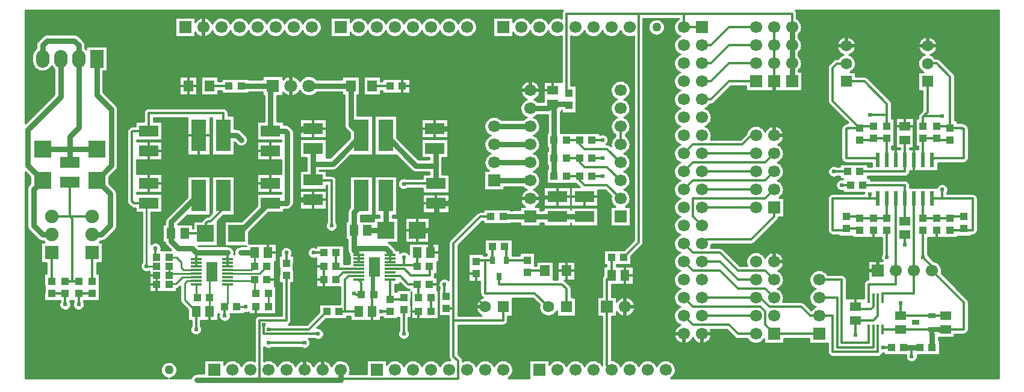
<source format=gbr>
G04 DipTrace 2.4.0.2*
%INTop.gbr*%
%MOIN*%
%ADD13C,0.03*%
%ADD14C,0.012*%
%ADD15C,0.01*%
%ADD16C,0.013*%
%ADD17C,0.0118*%
%ADD18C,0.0256*%
%ADD19C,0.02*%
%ADD21R,0.0433X0.0394*%
%ADD22R,0.0512X0.0591*%
%ADD23R,0.1063X0.063*%
%ADD24R,0.0394X0.0433*%
%ADD25R,0.0591X0.0512*%
%ADD27R,0.0945X0.0945*%
%ADD28R,0.0551X0.063*%
%ADD30C,0.05*%
%ADD31R,0.0669X0.0669*%
%ADD32C,0.0669*%
%ADD33R,0.0709X0.0709*%
%ADD34C,0.0709*%
%ADD35R,0.063X0.063*%
%ADD36C,0.063*%
%ADD37R,0.0748X0.0984*%
%ADD38O,0.0748X0.0984*%
%ADD40R,0.0256X0.0413*%
%ADD41R,0.0748X0.0748*%
%ADD42C,0.0748*%
%ADD44R,0.0846X0.1772*%
%ADD46R,0.063X0.0118*%
%ADD47R,0.063X0.1063*%
%ADD48R,0.0413X0.0256*%
%ADD49R,0.0236X0.0787*%
%ADD50R,0.0157X0.0551*%
%ADD51C,0.024*%
%FSLAX44Y44*%
G04*
G70*
G90*
G75*
G01*
%LNTop*%
%LPD*%
X3500Y18250D2*
D13*
Y19000D1*
X3250Y19250D1*
X1750D1*
X1500Y19000D1*
Y18250D1*
Y13250D2*
X3000D1*
X4500D1*
X3000Y12500D2*
Y13250D1*
X3500Y18250D2*
Y14437D1*
X3000Y13937D1*
Y13250D1*
X26331Y9500D2*
D14*
X25750D1*
X24250Y8000D1*
Y4415D1*
Y3750D1*
Y1750D1*
X24500Y1500D1*
Y500D1*
X18000D1*
Y1000D1*
X23835Y4415D2*
X24250D1*
X27000Y4500D2*
Y3750D1*
X24250D1*
X15000Y6250D2*
Y3750D1*
X13500D1*
Y500D1*
X18000D1*
X10062Y438D2*
D13*
X18000D1*
Y1000D1*
X12250Y8562D2*
X12350D1*
X14125Y10338D1*
Y10250D1*
Y14250D2*
X14937D1*
X15062Y14125D1*
Y10312D1*
X15000Y10250D1*
X14125D1*
X12250Y4500D2*
D15*
X12258Y4492D1*
X12760D1*
X13250Y9500D2*
X12250Y8500D1*
Y8562D1*
X12500Y16750D2*
D13*
X14250D1*
X14125Y16625D1*
Y14250D1*
X45750Y11250D2*
D16*
X46250D1*
X50081Y2250D2*
D13*
X49638D1*
X49169D1*
X43000Y20000D2*
Y19000D1*
Y18000D1*
Y17000D1*
X38000Y20000D2*
D14*
X37000D1*
X30665Y16335D2*
X30500Y16500D1*
Y20750D1*
X34500D1*
X37000D1*
Y20671D1*
Y20000D1*
Y20671D2*
X37079Y20750D1*
X43000D1*
Y20000D1*
X33669Y7250D2*
X34500Y8080D1*
Y20750D1*
X49638Y2250D2*
D16*
X49625Y2237D1*
Y1750D1*
X16469Y13281D2*
D13*
Y12419D1*
Y11531D1*
X19150Y14000D2*
X17569Y12419D1*
X16469D1*
X16250Y16750D2*
X18569D1*
X19150Y14000D2*
X18569Y14581D1*
Y16750D1*
X16469Y11531D2*
D14*
X16500Y11500D1*
X17500D1*
Y9000D1*
X20250Y4250D2*
X20750D1*
X45312Y12000D2*
D16*
X46081D1*
X38000Y19000D2*
X38500D1*
X39500Y20000D1*
X41000D1*
X37000Y13000D2*
X37500Y13500D1*
X40250D1*
X40750Y14000D1*
X41000D1*
Y13000D2*
X38000D1*
X37000Y12000D2*
X37500Y12500D1*
X41500D1*
X42000Y13000D1*
X41000Y12000D2*
X38000D1*
X37000Y11000D2*
X37500Y11500D1*
X41500D1*
X42000Y12000D1*
X41000Y11000D2*
X38000D1*
X41000Y10000D2*
X38000D1*
X42000Y11000D2*
X41500Y10500D1*
X37500D1*
Y9500D1*
X38000Y9000D1*
X37000Y8000D2*
X37500Y7500D1*
X39000D1*
X40000Y6500D1*
X41500D1*
X42000Y6000D1*
X38000Y8000D2*
X38250Y8250D1*
X40750D1*
X42000Y9500D1*
Y10000D1*
X37000Y7000D2*
X37500Y6500D1*
X39000D1*
X40000Y5500D1*
X41500D1*
X42000Y5000D1*
X38000Y7000D2*
X39000D1*
X40000Y6000D1*
X41000D1*
X47250Y3250D2*
Y2500D1*
X45750D1*
Y6000D1*
X44500D1*
X47250Y4982D2*
Y5750D1*
X48750D1*
Y6500D1*
Y10500D2*
Y6500D1*
X48018Y4982D2*
X48000Y5000D1*
Y5250D1*
X49750D1*
Y6500D1*
Y10500D2*
Y6500D1*
X2000Y9500D2*
X3000D1*
X4250D1*
X3000Y11398D2*
Y9500D1*
X2750Y5919D2*
X3136D1*
X3500D1*
X3136D2*
Y9364D1*
X3000Y9500D1*
X28500Y16500D2*
X29748D1*
X29750Y16498D1*
X28500Y10500D2*
X29898D1*
X30000Y10602D1*
X31500D1*
X14125Y11352D2*
Y12285D1*
Y13148D1*
X7375D2*
Y12285D1*
Y11352D1*
Y12285D2*
X10150D1*
X14125D1*
X10150Y14000D2*
Y12285D1*
X7831Y6250D2*
D15*
Y5750D1*
X10884Y6439D2*
X10750Y6305D1*
Y5000D1*
Y4250D1*
X16469Y14383D2*
D13*
X16462Y14375D1*
X15875D1*
X15562Y14062D1*
Y10500D1*
X15634Y10428D1*
X16469D1*
X23219Y14383D2*
X23227Y14375D1*
X24125D1*
Y10375D1*
X23979Y10229D1*
X23271D1*
X23312Y10188D1*
Y9085D1*
X22978Y8750D1*
X22250D1*
X22998Y7500D2*
X22978Y8750D1*
X17081Y6750D2*
D16*
Y6000D1*
X19884Y6689D2*
X19748Y6553D1*
Y4250D1*
X33750Y6250D2*
Y4500D1*
X26016D2*
X25500Y5016D1*
Y6331D1*
X49750Y12626D2*
Y14500D1*
X49250D1*
X48750Y12626D2*
Y14500D1*
X49250D1*
X21419Y16750D2*
X21938D1*
X23219Y15468D1*
Y14383D1*
X42000Y20000D2*
Y19000D1*
Y18000D1*
Y17000D1*
X49250Y8502D2*
Y7937D1*
X47500D2*
Y8750D1*
X51063Y7937D2*
X51000Y8000D1*
Y8750D1*
X49187Y15188D2*
X49250Y15125D1*
Y14500D1*
X49000Y3998D2*
Y4687D1*
X46500Y5062D2*
Y4500D1*
X19884Y6689D2*
D3*
X20063Y7063D2*
X19884Y6884D1*
Y6689D1*
X19688Y7063D2*
X19884Y6866D1*
Y6689D1*
X19688Y6312D2*
X19884Y6509D1*
Y6689D1*
X20063Y6312D2*
X19884Y6491D1*
Y6689D1*
X10884Y6439D2*
D3*
X11062Y6813D2*
X10884Y6634D1*
Y6439D1*
X10688Y6813D2*
X10884Y6616D1*
Y6439D1*
X10688Y6062D2*
X10884Y6259D1*
Y6439D1*
X11062Y6062D2*
X10884Y6241D1*
Y6439D1*
X19884Y6689D2*
X19835Y6640D1*
Y5165D1*
X51500Y3998D2*
X50750D1*
X49000D1*
X46500Y4500D2*
X46625Y4375D1*
X47375D1*
X47506Y4506D1*
Y4982D1*
X2750Y5250D2*
X2000D1*
X2750Y4625D2*
Y5250D1*
X2000Y8500D2*
D13*
X1500D1*
X1000Y9000D1*
Y11018D1*
X1500Y11518D1*
X687Y12330D1*
Y14312D1*
X2500Y16125D1*
Y18250D1*
X27085Y7835D2*
D16*
X27171Y7748D1*
Y7077D1*
X28335Y7085D2*
X27171Y7077D1*
X44500Y3000D2*
X42000D1*
X37000Y5000D2*
X37500Y4500D1*
X41250D1*
X41500Y4250D1*
Y3500D1*
X42000Y3000D1*
X47762Y3250D2*
X47750Y3238D1*
Y2000D1*
X45250D1*
Y4000D1*
X44500D1*
X41000Y5000D2*
X38000D1*
X41000D2*
X41250D1*
X41750Y4500D1*
X43500D1*
X44000Y4000D1*
X44500D1*
X11750Y7128D2*
D17*
Y6931D1*
Y6734D1*
X10018Y6931D2*
Y7128D1*
Y6734D2*
Y6931D1*
X10150Y10654D2*
D16*
X10091D1*
D13*
X8625Y9188D1*
Y8562D1*
X11750Y7128D2*
D17*
Y7252D1*
D16*
Y7500D1*
D13*
X10018D1*
D16*
Y7252D1*
D17*
Y7128D1*
Y7500D2*
D13*
X9768Y7750D1*
X9000D1*
X8625Y8125D1*
Y8562D1*
X9373D2*
D16*
X10518D1*
X11500Y10654D2*
Y9938D1*
X10812Y9250D1*
X10687D1*
X10562Y9125D1*
Y8607D1*
X10518Y8562D1*
X30500Y13750D2*
X31250D1*
Y13500D1*
X31500Y13250D1*
X32750D1*
X33500Y12500D1*
X30500Y12750D2*
X31250D1*
Y12500D1*
X31500Y12250D1*
X32750D1*
X33500Y11500D1*
X30500Y11750D2*
X31250D1*
Y11500D1*
X31500Y11250D1*
X32750D1*
X33500Y10500D1*
X10750Y16750D2*
X11831D1*
X11581Y4500D2*
D15*
X11750Y4669D1*
Y5750D1*
X21500Y4331D2*
D14*
Y3000D1*
X16750D2*
X13750D1*
Y3500D1*
X11581Y4000D2*
Y4500D1*
X19750Y16750D2*
D16*
X20750D1*
X46500Y3752D2*
X46502Y3750D1*
X47500D1*
X47762Y4012D1*
Y4982D1*
X48500Y2250D2*
X48062D1*
X46500Y2937D2*
Y3752D1*
X20750Y4919D2*
Y5876D1*
D17*
Y6000D1*
X21500Y5000D2*
D16*
X21419Y4919D1*
X20750D1*
X22250Y5750D2*
X21750D1*
X21303Y6197D1*
X21130D1*
D17*
X20750D1*
X22250Y5750D2*
D16*
X22331Y5669D1*
Y5000D1*
X17750Y6000D2*
X18144Y6394D1*
X18638D1*
D17*
X19018D1*
X48250Y9419D2*
D16*
X47500D1*
X46750D1*
X46669Y9500D1*
X46000D1*
X48250Y10500D2*
Y9419D1*
X22250Y7500D2*
Y6750D1*
Y7500D2*
Y6812D1*
X21500D1*
X21125D1*
X21100Y6787D1*
D17*
X20750D1*
X23219Y13281D2*
D13*
X23271Y13229D1*
Y12317D1*
Y11332D1*
X20500Y14000D2*
X22183Y12317D1*
X23271D1*
X17081Y7500D2*
D14*
X16500D1*
X21500Y7250D2*
Y6812D1*
X23835Y5085D2*
X23750Y5169D1*
Y5750D1*
X21500Y11313D2*
D16*
X21519Y11332D1*
X23271D1*
X50250Y9419D2*
X51000D1*
X51750D1*
X51829Y9498D1*
X52500D1*
X50250Y9419D2*
Y10500D1*
X22919Y6750D2*
X22937Y6732D1*
Y6250D1*
X21875D1*
X21534Y6591D1*
X21130D1*
D17*
X20750D1*
X48250Y13831D2*
D16*
Y12626D1*
Y13831D2*
X47500D1*
X47419Y13750D1*
X46750D1*
X19000Y4250D2*
X18212D1*
X17919D1*
X18212D2*
X18250Y4288D1*
Y6000D1*
X18447Y6197D1*
X18638D1*
D17*
X19018D1*
X50250Y13831D2*
D16*
X51000D1*
X51081Y13750D1*
X51750D1*
X50250Y13831D2*
Y12626D1*
X19018Y6000D2*
D17*
X19165Y5852D1*
D16*
Y5165D1*
X7831Y7250D2*
D14*
X7750Y7331D1*
Y7750D1*
X14000Y2500D2*
X16000D1*
X18750Y5250D2*
X18835Y5165D1*
X19165D1*
X17750Y7500D2*
D16*
Y6750D1*
X17909Y6591D1*
X18638D1*
D17*
X19018D1*
X23000Y5000D2*
D16*
Y4250D1*
X4250Y7500D2*
Y5919D1*
X33500Y14500D2*
Y13500D1*
X49250Y9250D2*
Y10500D1*
X46919Y11250D2*
X49250D1*
Y10500D1*
X46750Y12000D2*
X49250D1*
Y12626D1*
Y13752D1*
X8500Y7250D2*
D15*
X8526Y7224D1*
X8907D1*
X9173Y6959D1*
Y6673D1*
X9309Y6537D1*
X10018D1*
X50750Y3250D2*
D18*
X51107D1*
D13*
X51500D1*
X50750D2*
D18*
Y2972D1*
D13*
Y2250D1*
Y6500D2*
D16*
X52500Y4750D1*
Y3250D1*
X51500D1*
X50750D2*
X49000D1*
X48018D1*
X50250Y8750D2*
Y7250D1*
X50750Y6750D1*
Y6500D1*
X48250Y8750D2*
Y7250D1*
X30500Y4500D2*
Y5500D1*
X30250Y5750D1*
X26797D1*
Y6171D1*
X18750Y8750D2*
D13*
Y9750D1*
X19150Y10150D1*
Y10654D1*
X19018Y6984D2*
D17*
Y7378D1*
X18870Y7526D1*
D13*
X18750Y7646D1*
Y7750D1*
Y8750D1*
X20750Y6984D2*
D17*
Y7378D1*
Y7500D1*
D13*
X20500Y7750D1*
X18750D1*
X19018Y7378D2*
D17*
Y7181D1*
X20750Y7378D2*
Y7181D1*
X20500Y10654D2*
D13*
X20518Y10636D1*
Y8750D1*
X19498D1*
X13250Y6000D2*
D15*
X13197Y5947D1*
X11750D1*
X13331Y5250D2*
X13250Y5331D1*
Y6000D1*
X8500Y5750D2*
X8508Y5758D1*
X8868D1*
X9254Y6144D1*
X10018D1*
X7375Y14250D2*
D16*
Y15250D1*
X11500D1*
Y14000D1*
X7375Y10250D2*
X6562D1*
X6437Y10375D1*
Y14187D1*
X6500Y14250D1*
X7375D1*
X13250Y7500D2*
D15*
Y6750D1*
X13037Y6537D1*
X11750D1*
X7831Y6750D2*
X7256D1*
Y10250D1*
X7375D1*
X12469Y7500D2*
D13*
X13250D1*
X12500Y13750D2*
X12250Y14000D1*
X11500D1*
X15000Y6919D2*
D14*
Y7500D1*
X28335Y6415D2*
D16*
X28419Y6500D1*
X29319D1*
X13919Y6750D2*
D15*
X13510Y6341D1*
X11750D1*
X10002Y4250D2*
X9370Y4882D1*
Y5787D1*
X9530Y5947D1*
X10018D1*
X17250Y4250D2*
D14*
X16250Y3250D1*
X14000D1*
X10002D2*
Y4250D1*
X10081Y5000D2*
D15*
X10018Y5063D1*
Y5750D1*
X8500Y6750D2*
Y6250D1*
X8591Y6341D1*
X10018D1*
X14000Y4500D2*
Y5250D1*
X2000Y7500D2*
D16*
Y5919D1*
X25500Y7000D2*
X25577Y7077D1*
X26000D1*
X26423D1*
X26415Y7085D1*
Y7835D1*
X29516Y4500D2*
X28766Y5250D1*
X26000D1*
Y7077D1*
X3500Y5250D2*
X4250D1*
X3500Y4625D2*
Y5250D1*
X4250Y8500D2*
D13*
X4750D1*
X5250Y9000D1*
Y10768D1*
X4500Y11518D1*
X5312Y12330D1*
Y15438D1*
X4500Y16250D1*
Y18250D1*
X38000Y16000D2*
D16*
X38500D1*
X39500Y17000D1*
X41000D1*
X38000D2*
X38500D1*
X39500Y18000D1*
X41000D1*
X47506Y3250D2*
X47500Y3244D1*
Y2250D1*
X45500D1*
Y5000D1*
X44500D1*
X37000Y4000D2*
X37500Y3500D1*
X39500D1*
X40000Y3000D1*
X41000D1*
Y4000D2*
X38000D1*
X31500Y9500D2*
D13*
X30000D1*
X28500D1*
X27000D1*
X26500Y13500D2*
X28500D1*
X26500Y14500D2*
X28500D1*
X26500Y12500D2*
X28500D1*
X26500Y11500D2*
X28500D1*
Y15500D2*
X29500D1*
X29750Y15750D1*
X30581D1*
X30665Y15665D1*
X29750Y15750D2*
X29831Y15669D1*
Y13750D1*
Y12750D1*
Y11750D1*
X33000Y7250D2*
D16*
X33002Y7248D1*
Y6250D1*
X32750Y5998D1*
Y4500D1*
X33000Y1000D2*
D14*
X32750Y1250D1*
Y4500D1*
X46750Y8750D2*
D16*
X46669Y8831D1*
X46000D1*
X45919Y8750D1*
X45250D1*
Y10500D1*
X47293D1*
X47750D1*
X48250Y14500D2*
Y15125D1*
Y15750D1*
X47000Y17000D1*
X46000D1*
X47293Y10500D2*
X47312Y10519D1*
Y10750D1*
Y15125D2*
X48250D1*
X46750Y14419D2*
X46831Y14500D1*
X47500D1*
X47750Y12626D2*
X47626Y12750D1*
X46000D1*
Y14375D1*
X46125D1*
X46081Y14419D1*
X46750D1*
X45250Y15919D1*
Y17750D1*
X45484Y17984D1*
X46000D1*
X52500Y8829D2*
X52421Y8750D1*
X51750D1*
X52500Y8829D2*
X52579Y8750D1*
X53000D1*
Y10500D1*
X51291D1*
X50750D1*
X50250Y14500D2*
Y15014D1*
X50299Y15063D1*
X50500Y15264D1*
Y17000D1*
X51291Y10500D2*
X51312Y10521D1*
Y11000D1*
Y15063D2*
X50299D1*
X51750Y14419D2*
X51669Y14500D1*
X51000D1*
X50750Y12626D2*
X50874Y12750D1*
X52500D1*
Y14375D1*
X52375D1*
X52419Y14419D1*
X51750D1*
X50500Y17984D2*
X50516Y18000D1*
X51000D1*
X51750Y17250D1*
Y14419D1*
X38000Y18000D2*
X38500D1*
X39500Y19000D1*
X41000D1*
X31919Y11750D2*
X32500D1*
X31919Y12750D2*
X32500D1*
X31919Y13750D2*
X32500D1*
D51*
X10062Y438D3*
X12760Y4492D3*
X13250Y9500D3*
X45750Y11250D3*
X49625Y1750D3*
X17500Y9000D3*
X20250Y4250D3*
X45312Y12000D3*
X49250Y7937D3*
X47500D3*
X51063D3*
X49250D3*
X49187Y15188D3*
X49250Y7937D3*
X49000Y4687D3*
X46500Y5062D3*
X19884Y6689D3*
X20063Y7063D3*
X19884Y6689D3*
X19688Y7063D3*
X19884Y6689D3*
X19688Y6312D3*
X20063D3*
X19884Y6689D3*
X10884Y6439D3*
X11062Y6813D3*
X10884Y6439D3*
X10688Y6813D3*
Y6062D3*
X10884Y6439D3*
X11062Y6062D3*
X10884Y6439D3*
X2750Y4625D3*
X21500Y3000D3*
X16750D3*
X13750Y3500D3*
X11581Y4000D3*
X48062Y2250D3*
X46500Y2937D3*
X16500Y7500D3*
X21500Y7250D3*
X23750Y5750D3*
X21500Y11313D3*
X7750Y7750D3*
X14000Y2500D3*
X16000D3*
X18750Y5250D3*
X48250Y7250D3*
X50250D3*
X12469Y7500D3*
X7256Y6750D3*
X12500Y13750D3*
X15000Y7500D3*
X14000Y3250D3*
X10002D3*
X3500Y4625D3*
X47312Y10750D3*
Y15125D3*
X51312Y11000D3*
Y15063D3*
X32500Y11750D3*
Y12750D3*
Y13750D3*
X560Y20851D2*
D15*
X30247D1*
X43253D2*
X54441D1*
X560Y20753D2*
X30227D1*
X43273D2*
X54441D1*
X560Y20654D2*
X30227D1*
X43273D2*
X54441D1*
X560Y20555D2*
X30227D1*
X43273D2*
X54441D1*
X560Y20457D2*
X8852D1*
X9948D2*
X10105D1*
X10695D2*
X11105D1*
X11695D2*
X12105D1*
X12695D2*
X13105D1*
X13695D2*
X14105D1*
X14695D2*
X15105D1*
X15695D2*
X16105D1*
X16695D2*
X17452D1*
X18548D2*
X18705D1*
X19295D2*
X19705D1*
X20295D2*
X20705D1*
X21295D2*
X21705D1*
X22295D2*
X22705D1*
X23295D2*
X23705D1*
X24295D2*
X24705D1*
X25295D2*
X26452D1*
X27548D2*
X27705D1*
X28295D2*
X28705D1*
X29295D2*
X29705D1*
X34773D2*
X36705D1*
X43295D2*
X54441D1*
X560Y20358D2*
X8852D1*
X10812D2*
X10988D1*
X11812D2*
X11988D1*
X12812D2*
X12988D1*
X13812D2*
X13988D1*
X14812D2*
X14988D1*
X15812D2*
X15988D1*
X16812D2*
X17452D1*
X19412D2*
X19588D1*
X20412D2*
X20588D1*
X21412D2*
X21588D1*
X22412D2*
X22588D1*
X23412D2*
X23588D1*
X24412D2*
X24588D1*
X25412D2*
X26452D1*
X28412D2*
X28588D1*
X29412D2*
X29588D1*
X34773D2*
X35211D1*
X35789D2*
X36588D1*
X43412D2*
X54441D1*
X560Y20259D2*
X8852D1*
X16883D2*
X17452D1*
X25483D2*
X26452D1*
X34773D2*
X35117D1*
X35883D2*
X36517D1*
X43483D2*
X54441D1*
X560Y20160D2*
X8852D1*
X16923D2*
X17452D1*
X25523D2*
X26452D1*
X34773D2*
X35066D1*
X35934D2*
X36477D1*
X43523D2*
X54441D1*
X560Y20062D2*
X8852D1*
X16945D2*
X17452D1*
X25545D2*
X26452D1*
X34773D2*
X35041D1*
X35959D2*
X36455D1*
X43545D2*
X54441D1*
X560Y19963D2*
X8852D1*
X16947D2*
X17452D1*
X25547D2*
X26452D1*
X34773D2*
X35038D1*
X35962D2*
X36453D1*
X43547D2*
X54441D1*
X560Y19864D2*
X8852D1*
X16931D2*
X17452D1*
X25531D2*
X26452D1*
X34773D2*
X35056D1*
X35944D2*
X36469D1*
X43531D2*
X54441D1*
X560Y19766D2*
X8852D1*
X16895D2*
X17452D1*
X25495D2*
X26452D1*
X34773D2*
X35102D1*
X35898D2*
X36505D1*
X43495D2*
X54441D1*
X560Y19667D2*
X8852D1*
X10833D2*
X10967D1*
X11833D2*
X11967D1*
X12833D2*
X12967D1*
X13833D2*
X13967D1*
X14833D2*
X14967D1*
X15833D2*
X15967D1*
X16833D2*
X17452D1*
X19433D2*
X19567D1*
X20433D2*
X20567D1*
X21433D2*
X21567D1*
X22433D2*
X22567D1*
X23433D2*
X23567D1*
X24433D2*
X24567D1*
X25433D2*
X26452D1*
X28433D2*
X28567D1*
X29433D2*
X29567D1*
X31433D2*
X31567D1*
X32433D2*
X32567D1*
X33433D2*
X33567D1*
X34773D2*
X35181D1*
X35819D2*
X36567D1*
X43433D2*
X54441D1*
X560Y19568D2*
X1586D1*
X3414D2*
X8852D1*
X9948D2*
X10067D1*
X10733D2*
X11067D1*
X11733D2*
X12067D1*
X12733D2*
X13067D1*
X13733D2*
X14067D1*
X14733D2*
X15067D1*
X15733D2*
X16067D1*
X16733D2*
X17452D1*
X18548D2*
X18667D1*
X19333D2*
X19667D1*
X20333D2*
X20667D1*
X21333D2*
X21667D1*
X22333D2*
X22667D1*
X23333D2*
X23667D1*
X24333D2*
X24667D1*
X25333D2*
X26452D1*
X27548D2*
X27667D1*
X28333D2*
X28667D1*
X29333D2*
X29667D1*
X31333D2*
X31667D1*
X32333D2*
X32667D1*
X33333D2*
X33667D1*
X34773D2*
X35350D1*
X35650D2*
X36667D1*
X43364D2*
X54441D1*
X560Y19470D2*
X1460D1*
X3540D2*
X8852D1*
X9948D2*
X10297D1*
X10503D2*
X11297D1*
X11503D2*
X12297D1*
X12503D2*
X13297D1*
X13503D2*
X14297D1*
X14503D2*
X15297D1*
X15503D2*
X16297D1*
X16503D2*
X17452D1*
X18548D2*
X18897D1*
X19103D2*
X19897D1*
X20103D2*
X20897D1*
X21103D2*
X21897D1*
X22103D2*
X22897D1*
X23103D2*
X23897D1*
X24103D2*
X24897D1*
X25103D2*
X26452D1*
X27548D2*
X27897D1*
X28103D2*
X28897D1*
X29103D2*
X29897D1*
X30103D2*
X30227D1*
X30773D2*
X30897D1*
X31103D2*
X31897D1*
X32103D2*
X32897D1*
X33103D2*
X33897D1*
X34103D2*
X34225D1*
X34773D2*
X36727D1*
X43364D2*
X45856D1*
X46144D2*
X50356D1*
X50644D2*
X54441D1*
X560Y19371D2*
X1361D1*
X3639D2*
X30227D1*
X30773D2*
X34225D1*
X34773D2*
X36600D1*
X43400D2*
X45663D1*
X46337D2*
X50163D1*
X50837D2*
X54441D1*
X560Y19272D2*
X1261D1*
X3739D2*
X30227D1*
X30773D2*
X34225D1*
X34773D2*
X36525D1*
X43475D2*
X45569D1*
X46431D2*
X50069D1*
X50931D2*
X54441D1*
X560Y19174D2*
X1181D1*
X3819D2*
X30227D1*
X30773D2*
X34225D1*
X34773D2*
X36480D1*
X43520D2*
X45514D1*
X46486D2*
X50014D1*
X50986D2*
X54441D1*
X560Y19075D2*
X1144D1*
X3856D2*
X30227D1*
X30773D2*
X34225D1*
X34773D2*
X36456D1*
X43544D2*
X45483D1*
X46517D2*
X49983D1*
X51017D2*
X54441D1*
X560Y18976D2*
X1136D1*
X3864D2*
X30227D1*
X30773D2*
X34225D1*
X34773D2*
X36452D1*
X43548D2*
X45470D1*
X46530D2*
X49970D1*
X51030D2*
X54441D1*
X560Y18878D2*
X1136D1*
X5087D2*
X30227D1*
X30773D2*
X34225D1*
X34773D2*
X36466D1*
X43534D2*
X45480D1*
X46520D2*
X49980D1*
X51020D2*
X54441D1*
X560Y18779D2*
X1083D1*
X5087D2*
X30227D1*
X30773D2*
X34225D1*
X34773D2*
X36499D1*
X43501D2*
X45506D1*
X46494D2*
X50006D1*
X50994D2*
X54441D1*
X560Y18680D2*
X1003D1*
X5087D2*
X30227D1*
X30773D2*
X34225D1*
X34773D2*
X36556D1*
X43444D2*
X45558D1*
X46442D2*
X50058D1*
X50942D2*
X54441D1*
X560Y18581D2*
X953D1*
X5087D2*
X30227D1*
X30773D2*
X34225D1*
X34773D2*
X36652D1*
X43364D2*
X45644D1*
X46356D2*
X50144D1*
X50856D2*
X54441D1*
X560Y18483D2*
X924D1*
X5087D2*
X30227D1*
X30773D2*
X34225D1*
X34773D2*
X36752D1*
X43364D2*
X45808D1*
X46192D2*
X50308D1*
X50692D2*
X54441D1*
X560Y18384D2*
X913D1*
X5087D2*
X30227D1*
X30773D2*
X34225D1*
X34773D2*
X36613D1*
X43387D2*
X45660D1*
X46340D2*
X50160D1*
X50840D2*
X54441D1*
X560Y18285D2*
X913D1*
X5087D2*
X30227D1*
X30773D2*
X34225D1*
X34773D2*
X36533D1*
X43467D2*
X45567D1*
X46433D2*
X50067D1*
X50933D2*
X54441D1*
X560Y18187D2*
X913D1*
X5087D2*
X30227D1*
X30773D2*
X34225D1*
X34773D2*
X36485D1*
X43515D2*
X45297D1*
X46487D2*
X50013D1*
X51203D2*
X54441D1*
X560Y18088D2*
X914D1*
X5087D2*
X30227D1*
X30773D2*
X34225D1*
X34773D2*
X36458D1*
X43542D2*
X45199D1*
X46519D2*
X49981D1*
X51301D2*
X54441D1*
X560Y17989D2*
X930D1*
X5087D2*
X30227D1*
X30773D2*
X34225D1*
X34773D2*
X36452D1*
X43548D2*
X45099D1*
X46530D2*
X49970D1*
X51401D2*
X54441D1*
X560Y17891D2*
X964D1*
X5087D2*
X30227D1*
X30773D2*
X34225D1*
X34773D2*
X36463D1*
X43537D2*
X45011D1*
X46520D2*
X49980D1*
X51500D2*
X54441D1*
X560Y17792D2*
X1022D1*
X5087D2*
X30227D1*
X30773D2*
X34225D1*
X34773D2*
X36494D1*
X43506D2*
X44975D1*
X46492D2*
X50008D1*
X51598D2*
X54441D1*
X560Y17693D2*
X1114D1*
X1886D2*
X2114D1*
X5087D2*
X30227D1*
X30773D2*
X34225D1*
X34773D2*
X36547D1*
X43453D2*
X44970D1*
X46439D2*
X50061D1*
X51697D2*
X54441D1*
X560Y17595D2*
X1277D1*
X1723D2*
X2136D1*
X5087D2*
X30227D1*
X30773D2*
X34225D1*
X34773D2*
X36636D1*
X43364D2*
X44970D1*
X46353D2*
X50147D1*
X51795D2*
X54441D1*
X560Y17496D2*
X2136D1*
X4864D2*
X30227D1*
X30773D2*
X34225D1*
X34773D2*
X36780D1*
X43548D2*
X44970D1*
X46530D2*
X49970D1*
X51894D2*
X54441D1*
X560Y17397D2*
X2136D1*
X4864D2*
X30227D1*
X30773D2*
X34225D1*
X34773D2*
X36627D1*
X43548D2*
X44970D1*
X46530D2*
X49970D1*
X51984D2*
X54441D1*
X560Y17299D2*
X2136D1*
X4864D2*
X13681D1*
X14819D2*
X15136D1*
X15364D2*
X16136D1*
X16364D2*
X30227D1*
X30773D2*
X34225D1*
X34773D2*
X36542D1*
X43548D2*
X44970D1*
X46530D2*
X49970D1*
X52025D2*
X54441D1*
X560Y17200D2*
X2136D1*
X4864D2*
X9080D1*
X10058D2*
X10261D1*
X11239D2*
X13681D1*
X14819D2*
X14910D1*
X15590D2*
X15910D1*
X16590D2*
X18080D1*
X19058D2*
X19261D1*
X20239D2*
X30227D1*
X30773D2*
X34225D1*
X34773D2*
X36489D1*
X43548D2*
X44970D1*
X47190D2*
X49970D1*
X52030D2*
X54441D1*
X560Y17101D2*
X2136D1*
X4864D2*
X9080D1*
X10058D2*
X10261D1*
X11239D2*
X11400D1*
X15694D2*
X15806D1*
X19058D2*
X19261D1*
X20239D2*
X20319D1*
X21850D2*
X30227D1*
X30773D2*
X34225D1*
X34773D2*
X36461D1*
X43548D2*
X44970D1*
X47289D2*
X49970D1*
X52030D2*
X54441D1*
X560Y17002D2*
X2136D1*
X4864D2*
X9080D1*
X10058D2*
X10261D1*
X19058D2*
X19261D1*
X21850D2*
X28297D1*
X28703D2*
X30227D1*
X30773D2*
X33297D1*
X33703D2*
X34225D1*
X34773D2*
X36452D1*
X43548D2*
X44970D1*
X47387D2*
X49970D1*
X52030D2*
X54441D1*
X560Y16904D2*
X2136D1*
X4864D2*
X9080D1*
X10058D2*
X10261D1*
X19058D2*
X19261D1*
X21850D2*
X28133D1*
X28867D2*
X29241D1*
X30773D2*
X33133D1*
X33867D2*
X34225D1*
X34773D2*
X36460D1*
X43548D2*
X44970D1*
X47486D2*
X49970D1*
X52030D2*
X54441D1*
X560Y16805D2*
X2136D1*
X4864D2*
X9080D1*
X10058D2*
X10261D1*
X19058D2*
X19261D1*
X21850D2*
X28047D1*
X28953D2*
X29241D1*
X30773D2*
X33047D1*
X33953D2*
X34225D1*
X34773D2*
X36488D1*
X43548D2*
X44970D1*
X47586D2*
X49970D1*
X52030D2*
X54441D1*
X560Y16706D2*
X2136D1*
X4864D2*
X9080D1*
X10058D2*
X10261D1*
X19058D2*
X19261D1*
X21850D2*
X27992D1*
X29008D2*
X29241D1*
X31076D2*
X32992D1*
X34008D2*
X34225D1*
X34773D2*
X36539D1*
X39597D2*
X40452D1*
X43548D2*
X44970D1*
X47684D2*
X49970D1*
X52030D2*
X54441D1*
X560Y16608D2*
X2136D1*
X4864D2*
X9080D1*
X10058D2*
X10261D1*
X19058D2*
X19261D1*
X21850D2*
X27963D1*
X29037D2*
X29241D1*
X31076D2*
X32963D1*
X34037D2*
X34225D1*
X34773D2*
X36620D1*
X39498D2*
X40452D1*
X43548D2*
X44970D1*
X47783D2*
X49970D1*
X52030D2*
X54441D1*
X560Y16509D2*
X2136D1*
X4864D2*
X9080D1*
X10058D2*
X10261D1*
X19058D2*
X19261D1*
X21850D2*
X27952D1*
X29048D2*
X29241D1*
X31076D2*
X32952D1*
X34048D2*
X34225D1*
X34773D2*
X36769D1*
X39400D2*
X40452D1*
X43548D2*
X44970D1*
X47881D2*
X49970D1*
X52030D2*
X54441D1*
X560Y16410D2*
X2136D1*
X4864D2*
X9080D1*
X10058D2*
X10261D1*
X11239D2*
X11400D1*
X15703D2*
X15797D1*
X19058D2*
X19261D1*
X20239D2*
X20319D1*
X21850D2*
X27960D1*
X29040D2*
X29241D1*
X31076D2*
X32960D1*
X34040D2*
X34225D1*
X34773D2*
X36641D1*
X39300D2*
X44970D1*
X47980D2*
X50220D1*
X52030D2*
X54441D1*
X560Y16312D2*
X2136D1*
X4948D2*
X9080D1*
X10058D2*
X10261D1*
X11239D2*
X13681D1*
X14819D2*
X14894D1*
X15606D2*
X15894D1*
X16606D2*
X18080D1*
X19058D2*
X19261D1*
X20239D2*
X27986D1*
X29014D2*
X29241D1*
X31076D2*
X32986D1*
X34014D2*
X34225D1*
X34773D2*
X36550D1*
X39201D2*
X44970D1*
X48078D2*
X50220D1*
X52030D2*
X54441D1*
X560Y16213D2*
X2078D1*
X5047D2*
X13681D1*
X14819D2*
X15088D1*
X15412D2*
X16088D1*
X16412D2*
X18205D1*
X18933D2*
X28035D1*
X28965D2*
X29241D1*
X31076D2*
X33035D1*
X33965D2*
X34225D1*
X34773D2*
X36495D1*
X39103D2*
X44970D1*
X48178D2*
X50220D1*
X52030D2*
X54441D1*
X560Y16114D2*
X1978D1*
X5147D2*
X13761D1*
X14489D2*
X18205D1*
X18933D2*
X28114D1*
X28886D2*
X29241D1*
X31076D2*
X33114D1*
X33886D2*
X34225D1*
X34773D2*
X36464D1*
X39005D2*
X44970D1*
X48276D2*
X50220D1*
X52030D2*
X54441D1*
X560Y16016D2*
X1880D1*
X5245D2*
X13761D1*
X14489D2*
X18205D1*
X18933D2*
X28255D1*
X28745D2*
X29241D1*
X31076D2*
X33255D1*
X33745D2*
X34225D1*
X34773D2*
X36452D1*
X38906D2*
X44970D1*
X48375D2*
X50220D1*
X52030D2*
X54441D1*
X560Y15917D2*
X1781D1*
X5344D2*
X13761D1*
X14489D2*
X18205D1*
X18933D2*
X28149D1*
X28851D2*
X29241D1*
X31076D2*
X33149D1*
X33851D2*
X34225D1*
X34773D2*
X36458D1*
X38808D2*
X44970D1*
X48470D2*
X50220D1*
X52030D2*
X54441D1*
X560Y15818D2*
X1683D1*
X5442D2*
X13761D1*
X14489D2*
X18205D1*
X18933D2*
X28055D1*
X31076D2*
X33055D1*
X33945D2*
X34225D1*
X34773D2*
X36483D1*
X38708D2*
X44991D1*
X48520D2*
X50220D1*
X52030D2*
X54441D1*
X560Y15720D2*
X1585D1*
X5540D2*
X13761D1*
X14489D2*
X18205D1*
X18933D2*
X27999D1*
X31076D2*
X32999D1*
X34001D2*
X34225D1*
X34773D2*
X36530D1*
X38470D2*
X45060D1*
X48530D2*
X50220D1*
X52030D2*
X54441D1*
X560Y15621D2*
X1486D1*
X5625D2*
X13761D1*
X14489D2*
X18205D1*
X18933D2*
X27966D1*
X31076D2*
X32966D1*
X34034D2*
X34225D1*
X34773D2*
X36608D1*
X38392D2*
X45158D1*
X48530D2*
X50220D1*
X52030D2*
X54441D1*
X560Y15522D2*
X1386D1*
X5665D2*
X13761D1*
X14489D2*
X18205D1*
X18933D2*
X27952D1*
X31076D2*
X32952D1*
X34048D2*
X34225D1*
X34773D2*
X36742D1*
X38258D2*
X45256D1*
X48530D2*
X50220D1*
X52030D2*
X54441D1*
X560Y15423D2*
X1288D1*
X5676D2*
X7160D1*
X11715D2*
X13761D1*
X14489D2*
X18205D1*
X18933D2*
X27956D1*
X31076D2*
X32956D1*
X34044D2*
X34225D1*
X34773D2*
X36658D1*
X38342D2*
X45355D1*
X48530D2*
X50220D1*
X52030D2*
X54441D1*
X560Y15325D2*
X1189D1*
X5676D2*
X7106D1*
X11769D2*
X13761D1*
X14489D2*
X18205D1*
X18933D2*
X27981D1*
X31076D2*
X32981D1*
X34019D2*
X34225D1*
X34773D2*
X36561D1*
X38439D2*
X45455D1*
X48530D2*
X50170D1*
X52030D2*
X54441D1*
X560Y15226D2*
X1091D1*
X5676D2*
X7095D1*
X11780D2*
X13761D1*
X14489D2*
X18205D1*
X18933D2*
X28027D1*
X30195D2*
X33027D1*
X33973D2*
X34225D1*
X34773D2*
X36502D1*
X38498D2*
X45553D1*
X48530D2*
X50072D1*
X52030D2*
X54441D1*
X560Y15127D2*
X992D1*
X5676D2*
X7095D1*
X11780D2*
X13761D1*
X14489D2*
X18205D1*
X18933D2*
X28102D1*
X28898D2*
X29467D1*
X30195D2*
X33102D1*
X33898D2*
X34225D1*
X34773D2*
X36467D1*
X38533D2*
X45652D1*
X48530D2*
X49997D1*
X52030D2*
X54441D1*
X560Y15029D2*
X894D1*
X5676D2*
X7095D1*
X12137D2*
X13761D1*
X14489D2*
X18205D1*
X19787D2*
X19863D1*
X21137D2*
X26388D1*
X26612D2*
X28230D1*
X28770D2*
X29467D1*
X30195D2*
X33230D1*
X33770D2*
X34225D1*
X34773D2*
X36452D1*
X38548D2*
X45750D1*
X48530D2*
X49972D1*
X52030D2*
X54441D1*
X560Y14930D2*
X794D1*
X5676D2*
X7095D1*
X7655D2*
X9513D1*
X10787D2*
X10863D1*
X12137D2*
X13761D1*
X14489D2*
X18205D1*
X19787D2*
X19863D1*
X21137D2*
X26166D1*
X26834D2*
X28166D1*
X28834D2*
X29467D1*
X30195D2*
X33166D1*
X33834D2*
X34225D1*
X34773D2*
X36456D1*
X38544D2*
X45849D1*
X48530D2*
X48741D1*
X49759D2*
X49970D1*
X52030D2*
X54441D1*
X560Y14831D2*
X695D1*
X5676D2*
X7095D1*
X7655D2*
X9513D1*
X10787D2*
X10863D1*
X12137D2*
X13761D1*
X14489D2*
X15724D1*
X17215D2*
X18205D1*
X19787D2*
X19863D1*
X21137D2*
X22474D1*
X23965D2*
X26066D1*
X28934D2*
X29467D1*
X30195D2*
X33066D1*
X33934D2*
X34225D1*
X34773D2*
X36478D1*
X38522D2*
X45947D1*
X48661D2*
X48741D1*
X49759D2*
X49839D1*
X52161D2*
X54441D1*
X5676Y14733D2*
X6630D1*
X8120D2*
X9513D1*
X10787D2*
X10863D1*
X12137D2*
X13380D1*
X14870D2*
X15724D1*
X17215D2*
X18205D1*
X19787D2*
X19863D1*
X21137D2*
X22474D1*
X23965D2*
X26005D1*
X28995D2*
X29467D1*
X30195D2*
X33005D1*
X33995D2*
X34225D1*
X34773D2*
X36522D1*
X38478D2*
X46047D1*
X48661D2*
X48741D1*
X49759D2*
X49839D1*
X52161D2*
X54441D1*
X5676Y14634D2*
X6630D1*
X8120D2*
X9513D1*
X10787D2*
X10863D1*
X12137D2*
X13380D1*
X14870D2*
X15724D1*
X17215D2*
X18205D1*
X19787D2*
X19863D1*
X21137D2*
X22474D1*
X23965D2*
X25969D1*
X29031D2*
X29467D1*
X30195D2*
X32969D1*
X34031D2*
X34225D1*
X34773D2*
X36595D1*
X38405D2*
X45910D1*
X48661D2*
X48741D1*
X49759D2*
X49839D1*
X52590D2*
X54441D1*
X5676Y14535D2*
X6630D1*
X8120D2*
X9513D1*
X10787D2*
X10863D1*
X12137D2*
X13380D1*
X15156D2*
X15724D1*
X17215D2*
X18208D1*
X19787D2*
X19863D1*
X21137D2*
X22474D1*
X23965D2*
X25953D1*
X29047D2*
X29467D1*
X30195D2*
X32953D1*
X34047D2*
X34225D1*
X34773D2*
X36717D1*
X38283D2*
X40931D1*
X41069D2*
X41931D1*
X42069D2*
X45774D1*
X48661D2*
X48741D1*
X49759D2*
X49839D1*
X52726D2*
X54441D1*
X5676Y14437D2*
X6297D1*
X8120D2*
X9513D1*
X10787D2*
X10863D1*
X12137D2*
X13380D1*
X15261D2*
X15724D1*
X17215D2*
X18236D1*
X19787D2*
X19863D1*
X21137D2*
X22474D1*
X23965D2*
X25955D1*
X29045D2*
X29467D1*
X30195D2*
X32955D1*
X34045D2*
X34225D1*
X34773D2*
X36675D1*
X38325D2*
X40675D1*
X41325D2*
X41675D1*
X42325D2*
X45728D1*
X48661D2*
X48741D1*
X49759D2*
X49839D1*
X52772D2*
X54441D1*
X5676Y14338D2*
X6205D1*
X8120D2*
X9513D1*
X10787D2*
X10863D1*
X12365D2*
X13380D1*
X15355D2*
X15724D1*
X17215D2*
X18302D1*
X19787D2*
X19863D1*
X21137D2*
X22474D1*
X23965D2*
X25977D1*
X29023D2*
X29467D1*
X30195D2*
X32977D1*
X34023D2*
X34225D1*
X34773D2*
X36570D1*
X38430D2*
X40570D1*
X41430D2*
X41570D1*
X42430D2*
X45720D1*
X48661D2*
X48741D1*
X49759D2*
X49839D1*
X52780D2*
X54441D1*
X5676Y14239D2*
X6164D1*
X8120D2*
X9513D1*
X10787D2*
X10863D1*
X12522D2*
X13380D1*
X15408D2*
X15724D1*
X17215D2*
X18400D1*
X19787D2*
X19863D1*
X21137D2*
X22474D1*
X23965D2*
X26019D1*
X28981D2*
X29467D1*
X30195D2*
X33019D1*
X33981D2*
X34225D1*
X34773D2*
X36508D1*
X38492D2*
X40508D1*
X42492D2*
X45720D1*
X48661D2*
X48741D1*
X49759D2*
X49839D1*
X52780D2*
X54441D1*
X5676Y14141D2*
X6158D1*
X8120D2*
X9513D1*
X10787D2*
X10863D1*
X12620D2*
X13380D1*
X15426D2*
X15724D1*
X17215D2*
X18499D1*
X19787D2*
X19863D1*
X21137D2*
X22474D1*
X23965D2*
X26089D1*
X28911D2*
X29400D1*
X32350D2*
X33089D1*
X33911D2*
X34225D1*
X34773D2*
X36470D1*
X38530D2*
X40470D1*
X42530D2*
X45720D1*
X48661D2*
X48741D1*
X49759D2*
X49839D1*
X52780D2*
X54441D1*
X5676Y14042D2*
X6158D1*
X8120D2*
X9513D1*
X10787D2*
X10863D1*
X12719D2*
X13380D1*
X15426D2*
X15724D1*
X17215D2*
X18513D1*
X19787D2*
X19863D1*
X21137D2*
X22474D1*
X23965D2*
X26206D1*
X28794D2*
X29400D1*
X32650D2*
X33206D1*
X33794D2*
X34225D1*
X34773D2*
X36453D1*
X38547D2*
X40402D1*
X42547D2*
X45720D1*
X48661D2*
X48741D1*
X49759D2*
X49839D1*
X52780D2*
X54441D1*
X5676Y13943D2*
X6158D1*
X8120D2*
X9513D1*
X10787D2*
X10863D1*
X12806D2*
X13380D1*
X15426D2*
X15724D1*
X17215D2*
X18513D1*
X19787D2*
X19863D1*
X21137D2*
X22474D1*
X23965D2*
X26185D1*
X28815D2*
X29400D1*
X32770D2*
X33185D1*
X33815D2*
X34225D1*
X34773D2*
X36455D1*
X38545D2*
X40303D1*
X42545D2*
X45720D1*
X48661D2*
X48741D1*
X49759D2*
X49839D1*
X52780D2*
X54441D1*
X5676Y13844D2*
X6158D1*
X8120D2*
X9513D1*
X10787D2*
X10863D1*
X12851D2*
X13380D1*
X15426D2*
X18483D1*
X19787D2*
X19863D1*
X21165D2*
X26077D1*
X28923D2*
X29400D1*
X32820D2*
X33077D1*
X33923D2*
X34225D1*
X34773D2*
X36475D1*
X38525D2*
X40205D1*
X42525D2*
X45720D1*
X48661D2*
X48741D1*
X49759D2*
X49839D1*
X52780D2*
X54441D1*
X5676Y13746D2*
X6158D1*
X8120D2*
X9513D1*
X10787D2*
X10863D1*
X12864D2*
X13380D1*
X15426D2*
X15724D1*
X17215D2*
X18385D1*
X19787D2*
X19863D1*
X21264D2*
X22474D1*
X23965D2*
X26011D1*
X28989D2*
X29400D1*
X32834D2*
X33011D1*
X33989D2*
X34225D1*
X34773D2*
X36516D1*
X42484D2*
X45720D1*
X48661D2*
X48741D1*
X49759D2*
X49839D1*
X52780D2*
X54441D1*
X5676Y13647D2*
X6158D1*
X8120D2*
X9513D1*
X10787D2*
X10863D1*
X12848D2*
X13380D1*
X15426D2*
X15724D1*
X17215D2*
X18286D1*
X19787D2*
X19863D1*
X21364D2*
X22474D1*
X23965D2*
X25972D1*
X29028D2*
X29400D1*
X32817D2*
X32972D1*
X34028D2*
X34225D1*
X34773D2*
X36583D1*
X42417D2*
X45720D1*
X48661D2*
X48741D1*
X49759D2*
X49839D1*
X52780D2*
X54441D1*
X5676Y13548D2*
X6158D1*
X8120D2*
X9513D1*
X10787D2*
X10863D1*
X12137D2*
X12191D1*
X12801D2*
X13380D1*
X15426D2*
X15724D1*
X17215D2*
X18188D1*
X19787D2*
X19863D1*
X21462D2*
X22474D1*
X23965D2*
X25953D1*
X29047D2*
X29400D1*
X32764D2*
X32953D1*
X34047D2*
X34225D1*
X34773D2*
X36697D1*
X42303D2*
X45720D1*
X48661D2*
X48741D1*
X49759D2*
X49839D1*
X52780D2*
X54441D1*
X5676Y13450D2*
X6158D1*
X8120D2*
X9513D1*
X10787D2*
X10863D1*
X12137D2*
X12303D1*
X12697D2*
X13380D1*
X15426D2*
X15724D1*
X17215D2*
X18089D1*
X19787D2*
X19863D1*
X21561D2*
X22474D1*
X23965D2*
X25953D1*
X29047D2*
X29400D1*
X34047D2*
X34225D1*
X34773D2*
X36694D1*
X42306D2*
X45720D1*
X48661D2*
X48741D1*
X49759D2*
X49839D1*
X52780D2*
X54441D1*
X5676Y13351D2*
X6158D1*
X8120D2*
X9513D1*
X10787D2*
X10863D1*
X12137D2*
X13380D1*
X15426D2*
X15724D1*
X17215D2*
X17991D1*
X19787D2*
X19863D1*
X21659D2*
X22474D1*
X23965D2*
X25972D1*
X29028D2*
X29400D1*
X34028D2*
X34225D1*
X34773D2*
X36581D1*
X42419D2*
X45720D1*
X48530D2*
X48741D1*
X49759D2*
X49970D1*
X52780D2*
X54441D1*
X5676Y13252D2*
X6158D1*
X8120D2*
X9513D1*
X10787D2*
X10863D1*
X12137D2*
X13380D1*
X15426D2*
X15724D1*
X17215D2*
X17891D1*
X19787D2*
X19863D1*
X21758D2*
X22474D1*
X23965D2*
X26011D1*
X28989D2*
X29467D1*
X33989D2*
X34225D1*
X34773D2*
X36514D1*
X42486D2*
X45720D1*
X48530D2*
X48970D1*
X49530D2*
X49970D1*
X52780D2*
X54441D1*
X5676Y13154D2*
X6158D1*
X8120D2*
X9513D1*
X10787D2*
X10863D1*
X12137D2*
X13380D1*
X15426D2*
X15724D1*
X17215D2*
X17792D1*
X19787D2*
X19863D1*
X21856D2*
X22474D1*
X23965D2*
X26078D1*
X28922D2*
X29467D1*
X33922D2*
X34225D1*
X34773D2*
X36474D1*
X42526D2*
X45720D1*
X52780D2*
X54441D1*
X5676Y13055D2*
X6158D1*
X8120D2*
X9513D1*
X10787D2*
X10863D1*
X12137D2*
X13380D1*
X15426D2*
X15724D1*
X17215D2*
X17694D1*
X19787D2*
X19863D1*
X21956D2*
X22474D1*
X23965D2*
X26186D1*
X28814D2*
X29400D1*
X33814D2*
X34225D1*
X34773D2*
X36455D1*
X42545D2*
X45720D1*
X52780D2*
X54441D1*
X5676Y12956D2*
X6158D1*
X8120D2*
X9513D1*
X10787D2*
X10863D1*
X12137D2*
X13380D1*
X15426D2*
X15724D1*
X17215D2*
X17595D1*
X19787D2*
X19863D1*
X22055D2*
X22474D1*
X23965D2*
X26203D1*
X28797D2*
X29400D1*
X33797D2*
X34225D1*
X34773D2*
X36453D1*
X42547D2*
X45720D1*
X52780D2*
X54441D1*
X5676Y12858D2*
X6158D1*
X8120D2*
X13380D1*
X15426D2*
X15724D1*
X17215D2*
X17497D1*
X18517D2*
X21131D1*
X22153D2*
X22474D1*
X23965D2*
X26088D1*
X28912D2*
X29400D1*
X33912D2*
X34225D1*
X34773D2*
X36470D1*
X42530D2*
X45720D1*
X52780D2*
X54441D1*
X5676Y12759D2*
X6158D1*
X8120D2*
X13380D1*
X15426D2*
X16105D1*
X18419D2*
X21231D1*
X22251D2*
X22906D1*
X23634D2*
X26017D1*
X28983D2*
X29400D1*
X33983D2*
X34225D1*
X34773D2*
X36508D1*
X42492D2*
X45720D1*
X52780D2*
X54441D1*
X5676Y12660D2*
X6158D1*
X8120D2*
X13380D1*
X15426D2*
X16105D1*
X18320D2*
X21330D1*
X23634D2*
X25975D1*
X29025D2*
X29400D1*
X34025D2*
X34225D1*
X34773D2*
X36572D1*
X42428D2*
X45736D1*
X52764D2*
X54441D1*
X5676Y12562D2*
X6158D1*
X6717D2*
X14699D1*
X15426D2*
X16105D1*
X18222D2*
X21428D1*
X23634D2*
X25955D1*
X29045D2*
X29400D1*
X34045D2*
X34225D1*
X34773D2*
X36677D1*
X42323D2*
X45799D1*
X52701D2*
X54441D1*
X5676Y12463D2*
X6158D1*
X6717D2*
X14699D1*
X15426D2*
X16105D1*
X18123D2*
X21527D1*
X23634D2*
X25953D1*
X29047D2*
X29400D1*
X34047D2*
X34225D1*
X34773D2*
X36714D1*
X42286D2*
X47417D1*
X51083D2*
X54441D1*
X5676Y12364D2*
X6158D1*
X6717D2*
X14699D1*
X15426D2*
X16105D1*
X18025D2*
X21625D1*
X23634D2*
X25969D1*
X29031D2*
X29400D1*
X34031D2*
X34225D1*
X34773D2*
X36594D1*
X42406D2*
X45650D1*
X47181D2*
X47417D1*
X51083D2*
X54441D1*
X5670Y12265D2*
X6158D1*
X6717D2*
X14699D1*
X15426D2*
X16105D1*
X17925D2*
X21724D1*
X23634D2*
X26005D1*
X28995D2*
X29467D1*
X33995D2*
X34225D1*
X34773D2*
X36522D1*
X42478D2*
X45117D1*
X51083D2*
X54441D1*
X5636Y12167D2*
X6158D1*
X6717D2*
X14699D1*
X15426D2*
X16105D1*
X17826D2*
X21822D1*
X23634D2*
X26067D1*
X28933D2*
X29467D1*
X33933D2*
X34225D1*
X34773D2*
X36478D1*
X42522D2*
X45025D1*
X51083D2*
X54441D1*
X5561Y12068D2*
X6158D1*
X6717D2*
X14699D1*
X15426D2*
X16105D1*
X17625D2*
X21922D1*
X23634D2*
X26169D1*
X28831D2*
X29400D1*
X33831D2*
X34225D1*
X34773D2*
X36456D1*
X42544D2*
X44986D1*
X51083D2*
X54441D1*
X5462Y11969D2*
X6158D1*
X6717D2*
X14699D1*
X15426D2*
X15724D1*
X17215D2*
X22106D1*
X23634D2*
X25952D1*
X28773D2*
X29400D1*
X33773D2*
X34225D1*
X34773D2*
X36452D1*
X42548D2*
X44980D1*
X49526D2*
X54441D1*
X560Y11871D2*
X636D1*
X5364D2*
X6158D1*
X8120D2*
X13380D1*
X15426D2*
X15724D1*
X17215D2*
X22906D1*
X23634D2*
X25952D1*
X28900D2*
X29400D1*
X33900D2*
X34225D1*
X34773D2*
X36467D1*
X42533D2*
X45005D1*
X49495D2*
X54441D1*
X560Y11772D2*
X735D1*
X5265D2*
X6158D1*
X8120D2*
X13380D1*
X15426D2*
X15724D1*
X17215D2*
X22525D1*
X24015D2*
X25952D1*
X28975D2*
X29400D1*
X33975D2*
X34225D1*
X34773D2*
X36502D1*
X42498D2*
X45072D1*
X49403D2*
X54441D1*
X560Y11673D2*
X814D1*
X5186D2*
X6158D1*
X8120D2*
X9513D1*
X10787D2*
X10863D1*
X12137D2*
X13380D1*
X15426D2*
X15724D1*
X17709D2*
X18513D1*
X19787D2*
X19863D1*
X21137D2*
X22525D1*
X24015D2*
X25952D1*
X29020D2*
X29400D1*
X34020D2*
X34225D1*
X34773D2*
X36561D1*
X42439D2*
X45650D1*
X47181D2*
X54441D1*
X560Y11575D2*
X814D1*
X5186D2*
X6158D1*
X8120D2*
X9513D1*
X10787D2*
X10863D1*
X12137D2*
X13380D1*
X15426D2*
X15724D1*
X17762D2*
X18513D1*
X19787D2*
X19863D1*
X21137D2*
X21300D1*
X24015D2*
X25952D1*
X29044D2*
X29400D1*
X34044D2*
X34225D1*
X34773D2*
X36660D1*
X42340D2*
X45819D1*
X47350D2*
X54441D1*
X560Y11476D2*
X814D1*
X5186D2*
X6158D1*
X8120D2*
X9513D1*
X10787D2*
X10863D1*
X12137D2*
X13380D1*
X15426D2*
X15724D1*
X17773D2*
X18513D1*
X19787D2*
X19863D1*
X21137D2*
X21211D1*
X24015D2*
X25952D1*
X29048D2*
X29400D1*
X34048D2*
X34225D1*
X34773D2*
X36738D1*
X42262D2*
X45508D1*
X49406D2*
X54441D1*
X560Y11377D2*
X814D1*
X5186D2*
X6158D1*
X8120D2*
X9513D1*
X10787D2*
X10863D1*
X12137D2*
X13380D1*
X15426D2*
X15724D1*
X17773D2*
X18513D1*
X19787D2*
X19863D1*
X24015D2*
X25952D1*
X29034D2*
X29400D1*
X34034D2*
X34225D1*
X34773D2*
X36606D1*
X42394D2*
X45442D1*
X49497D2*
X54441D1*
X560Y11279D2*
X750D1*
X5250D2*
X6158D1*
X8120D2*
X9513D1*
X10787D2*
X10863D1*
X12137D2*
X13380D1*
X15426D2*
X15724D1*
X17773D2*
X18513D1*
X19787D2*
X19863D1*
X24015D2*
X25952D1*
X29001D2*
X31081D1*
X34001D2*
X34225D1*
X34773D2*
X36530D1*
X42470D2*
X45417D1*
X49528D2*
X51138D1*
X51487D2*
X54441D1*
X560Y11180D2*
X675D1*
X5348D2*
X6158D1*
X8120D2*
X9513D1*
X10787D2*
X10863D1*
X12137D2*
X13380D1*
X15426D2*
X15724D1*
X17773D2*
X18513D1*
X19787D2*
X19863D1*
X21137D2*
X21194D1*
X24015D2*
X25952D1*
X28944D2*
X31180D1*
X33944D2*
X34225D1*
X34773D2*
X36483D1*
X42517D2*
X45424D1*
X49530D2*
X51033D1*
X51592D2*
X54441D1*
X560Y11081D2*
X642D1*
X5447D2*
X6158D1*
X8120D2*
X9513D1*
X10787D2*
X10863D1*
X12137D2*
X13380D1*
X15426D2*
X15724D1*
X17773D2*
X18513D1*
X19787D2*
X19863D1*
X21137D2*
X21263D1*
X24015D2*
X25952D1*
X27048D2*
X28152D1*
X28848D2*
X29255D1*
X33848D2*
X34225D1*
X34773D2*
X36458D1*
X42542D2*
X45464D1*
X51636D2*
X54441D1*
X560Y10983D2*
X636D1*
X5540D2*
X6158D1*
X8120D2*
X9513D1*
X10787D2*
X10863D1*
X12137D2*
X13380D1*
X15426D2*
X17227D1*
X17773D2*
X18513D1*
X19787D2*
X19863D1*
X21137D2*
X22525D1*
X24015D2*
X25952D1*
X27048D2*
X28252D1*
X28748D2*
X29255D1*
X33748D2*
X34225D1*
X34773D2*
X36452D1*
X42548D2*
X45558D1*
X51647D2*
X54441D1*
X560Y10884D2*
X636D1*
X5594D2*
X6158D1*
X8120D2*
X9513D1*
X10787D2*
X10863D1*
X12137D2*
X13380D1*
X15426D2*
X15724D1*
X17773D2*
X18513D1*
X19787D2*
X19863D1*
X21137D2*
X22525D1*
X24015D2*
X28113D1*
X28887D2*
X29255D1*
X32245D2*
X32727D1*
X33887D2*
X34225D1*
X34773D2*
X36464D1*
X42536D2*
X45819D1*
X51625D2*
X54441D1*
X560Y10785D2*
X636D1*
X5614D2*
X6158D1*
X6717D2*
X9513D1*
X10787D2*
X10863D1*
X12137D2*
X14699D1*
X15426D2*
X15724D1*
X17773D2*
X18513D1*
X19787D2*
X19863D1*
X21137D2*
X28033D1*
X28967D2*
X29255D1*
X32245D2*
X32825D1*
X33967D2*
X34225D1*
X34773D2*
X36495D1*
X42505D2*
X46980D1*
X51592D2*
X54441D1*
X560Y10686D2*
X636D1*
X5614D2*
X6158D1*
X8120D2*
X9513D1*
X10787D2*
X10863D1*
X12137D2*
X13380D1*
X15426D2*
X15724D1*
X17773D2*
X18513D1*
X19787D2*
X19863D1*
X21137D2*
X22525D1*
X24015D2*
X27985D1*
X29015D2*
X29255D1*
X32245D2*
X32924D1*
X34015D2*
X34225D1*
X34773D2*
X36552D1*
X42448D2*
X45047D1*
X53203D2*
X54441D1*
X560Y10588D2*
X636D1*
X5614D2*
X6158D1*
X8120D2*
X9513D1*
X10787D2*
X10863D1*
X12137D2*
X13380D1*
X15426D2*
X15724D1*
X17773D2*
X18513D1*
X19787D2*
X19863D1*
X21137D2*
X22525D1*
X24015D2*
X27958D1*
X29042D2*
X29255D1*
X32245D2*
X32958D1*
X34042D2*
X34225D1*
X34773D2*
X36644D1*
X42356D2*
X44986D1*
X53264D2*
X54441D1*
X560Y10489D2*
X636D1*
X5614D2*
X6158D1*
X8120D2*
X9416D1*
X10787D2*
X10863D1*
X12137D2*
X13380D1*
X15426D2*
X15724D1*
X17773D2*
X18513D1*
X19787D2*
X19863D1*
X21137D2*
X22525D1*
X24015D2*
X27952D1*
X29048D2*
X29255D1*
X32245D2*
X32952D1*
X34048D2*
X34225D1*
X34773D2*
X36764D1*
X42548D2*
X44970D1*
X53280D2*
X54441D1*
X560Y10390D2*
X636D1*
X5614D2*
X6158D1*
X8120D2*
X9317D1*
X10787D2*
X10863D1*
X12137D2*
X13380D1*
X15426D2*
X15724D1*
X17773D2*
X18513D1*
X19787D2*
X19863D1*
X21137D2*
X22525D1*
X24015D2*
X27963D1*
X29037D2*
X29255D1*
X32245D2*
X32963D1*
X34037D2*
X34225D1*
X34773D2*
X36619D1*
X42548D2*
X44970D1*
X53280D2*
X54441D1*
X560Y10292D2*
X636D1*
X5614D2*
X6172D1*
X8120D2*
X9219D1*
X10787D2*
X10863D1*
X12137D2*
X13380D1*
X15426D2*
X15724D1*
X17773D2*
X18513D1*
X19787D2*
X19863D1*
X21137D2*
X22525D1*
X24015D2*
X27994D1*
X29006D2*
X29255D1*
X32245D2*
X32994D1*
X34006D2*
X34225D1*
X34773D2*
X36538D1*
X42548D2*
X44970D1*
X53280D2*
X54441D1*
X560Y10193D2*
X636D1*
X5614D2*
X6230D1*
X8120D2*
X9120D1*
X10787D2*
X10863D1*
X12137D2*
X13380D1*
X15406D2*
X15724D1*
X17773D2*
X18513D1*
X19787D2*
X19863D1*
X21137D2*
X22525D1*
X24015D2*
X28047D1*
X28953D2*
X29255D1*
X32245D2*
X33047D1*
X33953D2*
X34225D1*
X34773D2*
X36488D1*
X42548D2*
X44970D1*
X53280D2*
X54441D1*
X560Y10094D2*
X636D1*
X5614D2*
X6328D1*
X8120D2*
X9022D1*
X10787D2*
X10863D1*
X12137D2*
X13372D1*
X15351D2*
X15724D1*
X17773D2*
X18513D1*
X19787D2*
X19863D1*
X21137D2*
X22525D1*
X24015D2*
X28136D1*
X28864D2*
X29255D1*
X32245D2*
X33136D1*
X33864D2*
X34225D1*
X34773D2*
X36460D1*
X42548D2*
X44970D1*
X53280D2*
X54441D1*
X560Y9996D2*
X636D1*
X5614D2*
X6466D1*
X8120D2*
X8922D1*
X10787D2*
X10863D1*
X12137D2*
X13272D1*
X15256D2*
X15724D1*
X17773D2*
X18485D1*
X19787D2*
X19863D1*
X21137D2*
X22525D1*
X24015D2*
X27952D1*
X29048D2*
X29255D1*
X32245D2*
X32952D1*
X34048D2*
X34225D1*
X34773D2*
X36452D1*
X42548D2*
X44970D1*
X53280D2*
X54441D1*
X560Y9897D2*
X636D1*
X5614D2*
X6630D1*
X8120D2*
X8824D1*
X10787D2*
X10863D1*
X12137D2*
X13174D1*
X15034D2*
X17227D1*
X17773D2*
X18417D1*
X19787D2*
X19863D1*
X21137D2*
X22525D1*
X24015D2*
X25900D1*
X27431D2*
X27952D1*
X29048D2*
X29255D1*
X32245D2*
X32952D1*
X34048D2*
X34225D1*
X34773D2*
X36461D1*
X42548D2*
X44970D1*
X53280D2*
X54441D1*
X560Y9798D2*
X636D1*
X5614D2*
X6630D1*
X8120D2*
X8725D1*
X10787D2*
X10863D1*
X12137D2*
X13075D1*
X14870D2*
X17227D1*
X17773D2*
X18389D1*
X19787D2*
X19863D1*
X21137D2*
X22525D1*
X24015D2*
X25900D1*
X32245D2*
X32952D1*
X34048D2*
X34225D1*
X34773D2*
X36491D1*
X42548D2*
X44970D1*
X53280D2*
X54441D1*
X560Y9700D2*
X636D1*
X5614D2*
X6992D1*
X7520D2*
X8627D1*
X10787D2*
X10863D1*
X12137D2*
X12977D1*
X13997D2*
X17227D1*
X17773D2*
X18386D1*
X19787D2*
X19863D1*
X21137D2*
X25567D1*
X32245D2*
X32952D1*
X34048D2*
X34225D1*
X34773D2*
X36542D1*
X42548D2*
X44970D1*
X53280D2*
X54441D1*
X560Y9601D2*
X636D1*
X5614D2*
X6992D1*
X7520D2*
X8528D1*
X12137D2*
X12878D1*
X13898D2*
X17227D1*
X17773D2*
X18386D1*
X19787D2*
X19863D1*
X21137D2*
X25467D1*
X32245D2*
X32952D1*
X34048D2*
X34225D1*
X34773D2*
X36628D1*
X42548D2*
X44970D1*
X53280D2*
X54441D1*
X560Y9502D2*
X636D1*
X5614D2*
X6992D1*
X7520D2*
X8430D1*
X9450D2*
X10585D1*
X11455D2*
X12780D1*
X13800D2*
X17227D1*
X17773D2*
X18386D1*
X19114D2*
X20153D1*
X20881D2*
X25369D1*
X32245D2*
X32952D1*
X34048D2*
X34225D1*
X34773D2*
X36785D1*
X42548D2*
X44970D1*
X53280D2*
X54441D1*
X560Y9404D2*
X636D1*
X5614D2*
X6992D1*
X7520D2*
X8335D1*
X9351D2*
X10450D1*
X11356D2*
X12680D1*
X13701D2*
X17227D1*
X17773D2*
X18386D1*
X19114D2*
X19831D1*
X21205D2*
X21564D1*
X22936D2*
X25270D1*
X32245D2*
X32952D1*
X34048D2*
X34225D1*
X34773D2*
X36633D1*
X42261D2*
X44970D1*
X53280D2*
X54441D1*
X560Y9305D2*
X636D1*
X5614D2*
X6992D1*
X7520D2*
X8281D1*
X9253D2*
X10353D1*
X11258D2*
X12581D1*
X13603D2*
X17227D1*
X17773D2*
X18386D1*
X19114D2*
X19831D1*
X21205D2*
X21564D1*
X22936D2*
X25172D1*
X32245D2*
X32952D1*
X34048D2*
X34225D1*
X34773D2*
X36545D1*
X42195D2*
X44970D1*
X53280D2*
X54441D1*
X560Y9206D2*
X636D1*
X5614D2*
X6992D1*
X7520D2*
X8261D1*
X9155D2*
X9831D1*
X11205D2*
X11564D1*
X13505D2*
X17227D1*
X17773D2*
X18280D1*
X21205D2*
X21564D1*
X22936D2*
X25074D1*
X25839D2*
X25900D1*
X32245D2*
X32952D1*
X34048D2*
X34225D1*
X34773D2*
X36492D1*
X42097D2*
X44970D1*
X53280D2*
X54441D1*
X560Y9107D2*
X636D1*
X5614D2*
X6992D1*
X7520D2*
X8261D1*
X9056D2*
X9831D1*
X11205D2*
X11564D1*
X13406D2*
X17185D1*
X17815D2*
X18280D1*
X21205D2*
X21564D1*
X22936D2*
X24974D1*
X25740D2*
X25900D1*
X27431D2*
X27952D1*
X29048D2*
X29255D1*
X32245D2*
X32952D1*
X34048D2*
X34225D1*
X34773D2*
X36463D1*
X41998D2*
X44970D1*
X53280D2*
X54441D1*
X560Y9009D2*
X636D1*
X5614D2*
X6992D1*
X7520D2*
X8155D1*
X11205D2*
X11564D1*
X13306D2*
X17166D1*
X17834D2*
X18280D1*
X21205D2*
X21564D1*
X22936D2*
X24875D1*
X25642D2*
X27952D1*
X29048D2*
X29255D1*
X32245D2*
X32952D1*
X34048D2*
X34225D1*
X34773D2*
X36452D1*
X41898D2*
X44970D1*
X53280D2*
X54441D1*
X560Y8910D2*
X647D1*
X5603D2*
X6992D1*
X7520D2*
X8155D1*
X11205D2*
X11564D1*
X13208D2*
X17178D1*
X17822D2*
X18280D1*
X21205D2*
X21564D1*
X22936D2*
X24777D1*
X25544D2*
X34225D1*
X34773D2*
X36460D1*
X41800D2*
X44970D1*
X53280D2*
X54441D1*
X560Y8811D2*
X691D1*
X5559D2*
X6992D1*
X7520D2*
X8155D1*
X11205D2*
X11564D1*
X13109D2*
X17227D1*
X17773D2*
X18280D1*
X21205D2*
X21564D1*
X22936D2*
X24678D1*
X25445D2*
X34225D1*
X34773D2*
X36486D1*
X41701D2*
X44970D1*
X53280D2*
X54441D1*
X560Y8713D2*
X777D1*
X5473D2*
X6992D1*
X7520D2*
X8155D1*
X11205D2*
X11564D1*
X13011D2*
X17341D1*
X17659D2*
X18280D1*
X21205D2*
X21564D1*
X22936D2*
X24580D1*
X25345D2*
X34225D1*
X34773D2*
X36535D1*
X41603D2*
X44974D1*
X53276D2*
X54441D1*
X560Y8614D2*
X875D1*
X5375D2*
X6992D1*
X7520D2*
X8155D1*
X11205D2*
X11564D1*
X12936D2*
X18280D1*
X21205D2*
X21564D1*
X22936D2*
X24481D1*
X25247D2*
X34225D1*
X34773D2*
X36614D1*
X41505D2*
X45008D1*
X53242D2*
X54441D1*
X560Y8515D2*
X974D1*
X5276D2*
X6992D1*
X7520D2*
X8155D1*
X11205D2*
X11564D1*
X12936D2*
X18280D1*
X21205D2*
X21564D1*
X22936D2*
X24381D1*
X25148D2*
X34225D1*
X34773D2*
X36755D1*
X41406D2*
X45110D1*
X53140D2*
X54441D1*
X560Y8417D2*
X1074D1*
X5176D2*
X6992D1*
X7520D2*
X8155D1*
X11205D2*
X11564D1*
X12936D2*
X18280D1*
X21205D2*
X21564D1*
X22936D2*
X24283D1*
X25050D2*
X34225D1*
X34773D2*
X36649D1*
X41306D2*
X45589D1*
X52911D2*
X54441D1*
X560Y8318D2*
X1172D1*
X5078D2*
X6992D1*
X7520D2*
X8155D1*
X11205D2*
X11564D1*
X12936D2*
X18280D1*
X21205D2*
X21564D1*
X22936D2*
X24185D1*
X24951D2*
X34225D1*
X34773D2*
X36555D1*
X41208D2*
X47970D1*
X50530D2*
X54441D1*
X560Y8219D2*
X1275D1*
X4975D2*
X6992D1*
X7520D2*
X8155D1*
X11205D2*
X11564D1*
X12936D2*
X18386D1*
X21205D2*
X21564D1*
X22936D2*
X24086D1*
X24853D2*
X25985D1*
X27515D2*
X34225D1*
X34773D2*
X36499D1*
X41109D2*
X47970D1*
X50530D2*
X54441D1*
X560Y8121D2*
X1555D1*
X4695D2*
X6992D1*
X7520D2*
X8155D1*
X11205D2*
X11564D1*
X12936D2*
X18386D1*
X21205D2*
X21564D1*
X22936D2*
X24005D1*
X24755D2*
X25985D1*
X27515D2*
X34156D1*
X34773D2*
X36466D1*
X41011D2*
X47970D1*
X50530D2*
X54441D1*
X560Y8022D2*
X1413D1*
X4837D2*
X6992D1*
X7936D2*
X8277D1*
X11205D2*
X11564D1*
X12936D2*
X18386D1*
X20736D2*
X23977D1*
X24655D2*
X25985D1*
X27515D2*
X34058D1*
X34767D2*
X36452D1*
X40903D2*
X47970D1*
X50530D2*
X54441D1*
X560Y7923D2*
X1413D1*
X4837D2*
X6992D1*
X8034D2*
X8324D1*
X11205D2*
X11564D1*
X14467D2*
X18386D1*
X20837D2*
X21780D1*
X23467D2*
X23977D1*
X24556D2*
X25985D1*
X27515D2*
X33960D1*
X34722D2*
X36456D1*
X38544D2*
X47970D1*
X50530D2*
X54441D1*
X560Y7825D2*
X1413D1*
X4837D2*
X6992D1*
X8075D2*
X8416D1*
X11901D2*
X12317D1*
X14467D2*
X16650D1*
X18181D2*
X18386D1*
X20936D2*
X21780D1*
X23467D2*
X23977D1*
X24523D2*
X25985D1*
X27515D2*
X33861D1*
X34626D2*
X36481D1*
X38519D2*
X47970D1*
X50530D2*
X54441D1*
X560Y7726D2*
X1413D1*
X4837D2*
X6992D1*
X8083D2*
X8514D1*
X12033D2*
X12186D1*
X14467D2*
X14758D1*
X15242D2*
X16258D1*
X18181D2*
X18386D1*
X21033D2*
X21780D1*
X23467D2*
X23977D1*
X24523D2*
X25985D1*
X27515D2*
X33763D1*
X34528D2*
X36527D1*
X39156D2*
X47970D1*
X50530D2*
X54441D1*
X560Y7627D2*
X1413D1*
X4837D2*
X6992D1*
X14467D2*
X14692D1*
X15308D2*
X16192D1*
X18181D2*
X18386D1*
X21280D2*
X21780D1*
X23467D2*
X23977D1*
X24523D2*
X25985D1*
X27515D2*
X32569D1*
X34430D2*
X36602D1*
X39262D2*
X47970D1*
X50530D2*
X54441D1*
X560Y7528D2*
X1413D1*
X4837D2*
X6992D1*
X14467D2*
X14667D1*
X15333D2*
X16167D1*
X18181D2*
X18406D1*
X21675D2*
X21780D1*
X23467D2*
X23977D1*
X24523D2*
X25985D1*
X27515D2*
X32569D1*
X34331D2*
X36730D1*
X39362D2*
X40886D1*
X41114D2*
X41886D1*
X42114D2*
X47970D1*
X50530D2*
X54441D1*
X560Y7430D2*
X1413D1*
X4837D2*
X6992D1*
X14467D2*
X14674D1*
X15326D2*
X16174D1*
X18181D2*
X18460D1*
X23467D2*
X23977D1*
X24523D2*
X26081D1*
X27512D2*
X27924D1*
X28745D2*
X32569D1*
X34233D2*
X36666D1*
X39461D2*
X40666D1*
X41334D2*
X41666D1*
X42334D2*
X47970D1*
X50530D2*
X54441D1*
X560Y7331D2*
X1413D1*
X4837D2*
X6992D1*
X14467D2*
X14589D1*
X15411D2*
X16214D1*
X18181D2*
X18489D1*
X23467D2*
X23977D1*
X24523D2*
X25089D1*
X28745D2*
X32569D1*
X34134D2*
X36566D1*
X39559D2*
X40566D1*
X41434D2*
X41566D1*
X42434D2*
X47927D1*
X50573D2*
X54441D1*
X560Y7232D2*
X1413D1*
X4837D2*
X6992D1*
X14467D2*
X14589D1*
X15411D2*
X16308D1*
X18181D2*
X18489D1*
X23467D2*
X23977D1*
X24523D2*
X25089D1*
X28745D2*
X32569D1*
X34100D2*
X36505D1*
X39658D2*
X40505D1*
X42495D2*
X47916D1*
X50658D2*
X54441D1*
X560Y7134D2*
X1413D1*
X4837D2*
X6992D1*
X14467D2*
X14589D1*
X15411D2*
X16650D1*
X18181D2*
X18489D1*
X23467D2*
X23977D1*
X24523D2*
X25089D1*
X28745D2*
X32569D1*
X34100D2*
X36469D1*
X39756D2*
X40469D1*
X42531D2*
X47938D1*
X50756D2*
X54441D1*
X560Y7035D2*
X1413D1*
X4837D2*
X6992D1*
X14467D2*
X14589D1*
X15411D2*
X16650D1*
X18181D2*
X18489D1*
X23467D2*
X23977D1*
X24523D2*
X25089D1*
X28745D2*
X32569D1*
X34100D2*
X36453D1*
X39855D2*
X40453D1*
X42547D2*
X47202D1*
X50855D2*
X54441D1*
X560Y6936D2*
X1413D1*
X4837D2*
X6981D1*
X14350D2*
X14589D1*
X15411D2*
X16650D1*
X18181D2*
X18489D1*
X23350D2*
X23977D1*
X24523D2*
X25089D1*
X28745D2*
X28830D1*
X29808D2*
X30011D1*
X30989D2*
X32569D1*
X34100D2*
X36455D1*
X39955D2*
X40455D1*
X42545D2*
X47202D1*
X51075D2*
X54441D1*
X560Y6838D2*
X1720D1*
X4530D2*
X6935D1*
X14350D2*
X14589D1*
X15411D2*
X16650D1*
X23350D2*
X23977D1*
X24523D2*
X25089D1*
X28745D2*
X28830D1*
X29808D2*
X30011D1*
X30989D2*
X32724D1*
X33281D2*
X36477D1*
X40053D2*
X40477D1*
X42523D2*
X47202D1*
X51180D2*
X54441D1*
X560Y6739D2*
X1720D1*
X4530D2*
X6922D1*
X14350D2*
X14589D1*
X15411D2*
X16650D1*
X23350D2*
X23977D1*
X24523D2*
X25089D1*
X29808D2*
X30011D1*
X30989D2*
X32533D1*
X34220D2*
X36519D1*
X42481D2*
X47202D1*
X51242D2*
X54441D1*
X560Y6640D2*
X1720D1*
X4530D2*
X6941D1*
X14350D2*
X14589D1*
X15411D2*
X16650D1*
X23350D2*
X23977D1*
X24523D2*
X25089D1*
X29808D2*
X30011D1*
X30989D2*
X32533D1*
X34220D2*
X36589D1*
X42411D2*
X47202D1*
X51280D2*
X54441D1*
X560Y6542D2*
X1720D1*
X4530D2*
X6999D1*
X14350D2*
X14589D1*
X15411D2*
X16650D1*
X23350D2*
X23977D1*
X24523D2*
X25089D1*
X29808D2*
X30011D1*
X30989D2*
X32533D1*
X34220D2*
X36708D1*
X42292D2*
X47202D1*
X51297D2*
X54441D1*
X560Y6443D2*
X1720D1*
X4530D2*
X7142D1*
X14350D2*
X14589D1*
X15411D2*
X16650D1*
X23350D2*
X23977D1*
X24523D2*
X25089D1*
X29808D2*
X30011D1*
X30989D2*
X32533D1*
X34220D2*
X36683D1*
X42317D2*
X44183D1*
X44817D2*
X47202D1*
X51295D2*
X54441D1*
X560Y6344D2*
X1720D1*
X4530D2*
X7400D1*
X14350D2*
X14589D1*
X15411D2*
X16650D1*
X23217D2*
X23977D1*
X24523D2*
X25089D1*
X29808D2*
X30011D1*
X30989D2*
X32533D1*
X34220D2*
X36575D1*
X42425D2*
X44075D1*
X44925D2*
X47202D1*
X51297D2*
X54441D1*
X560Y6246D2*
X1589D1*
X4661D2*
X7400D1*
X14350D2*
X14589D1*
X15411D2*
X16650D1*
X23217D2*
X23977D1*
X24523D2*
X25089D1*
X29808D2*
X30011D1*
X30989D2*
X32533D1*
X34220D2*
X36511D1*
X42489D2*
X44011D1*
X45870D2*
X47202D1*
X51395D2*
X54441D1*
X560Y6147D2*
X1589D1*
X4661D2*
X7400D1*
X14350D2*
X14589D1*
X15411D2*
X16650D1*
X23350D2*
X23977D1*
X24523D2*
X25089D1*
X29808D2*
X30011D1*
X30989D2*
X32516D1*
X34220D2*
X36472D1*
X42528D2*
X43972D1*
X45986D2*
X47202D1*
X51494D2*
X54441D1*
X560Y6048D2*
X1589D1*
X4661D2*
X7400D1*
X14350D2*
X14589D1*
X15411D2*
X16650D1*
X23350D2*
X23613D1*
X23887D2*
X23977D1*
X24523D2*
X25089D1*
X29808D2*
X30011D1*
X30989D2*
X32475D1*
X34220D2*
X36453D1*
X42547D2*
X43953D1*
X46025D2*
X47202D1*
X51592D2*
X54441D1*
X560Y5949D2*
X1589D1*
X4661D2*
X7400D1*
X14350D2*
X14589D1*
X15411D2*
X16650D1*
X23350D2*
X23485D1*
X24523D2*
X25089D1*
X30440D2*
X32470D1*
X34220D2*
X36453D1*
X42547D2*
X43953D1*
X46030D2*
X47060D1*
X51690D2*
X54441D1*
X560Y5851D2*
X1589D1*
X4661D2*
X7400D1*
X14350D2*
X14589D1*
X15411D2*
X16650D1*
X23350D2*
X23431D1*
X24523D2*
X25720D1*
X30539D2*
X32470D1*
X34220D2*
X36472D1*
X42528D2*
X43972D1*
X46030D2*
X46991D1*
X51789D2*
X54441D1*
X560Y5752D2*
X1589D1*
X4661D2*
X7400D1*
X14350D2*
X14727D1*
X15273D2*
X16650D1*
X21280D2*
X21358D1*
X23350D2*
X23416D1*
X24523D2*
X25720D1*
X30637D2*
X32470D1*
X34220D2*
X36513D1*
X42487D2*
X44013D1*
X46030D2*
X46970D1*
X51887D2*
X54441D1*
X560Y5653D2*
X1589D1*
X4661D2*
X7400D1*
X14350D2*
X14727D1*
X15273D2*
X16650D1*
X21030D2*
X21456D1*
X23350D2*
X23431D1*
X24523D2*
X25720D1*
X30731D2*
X32470D1*
X33030D2*
X36578D1*
X42422D2*
X44078D1*
X46030D2*
X46970D1*
X51987D2*
X54441D1*
X560Y5555D2*
X1589D1*
X4661D2*
X7400D1*
X9031D2*
X9106D1*
X14431D2*
X14727D1*
X15273D2*
X17970D1*
X21030D2*
X21555D1*
X23350D2*
X23477D1*
X24523D2*
X25720D1*
X30773D2*
X32470D1*
X33030D2*
X36688D1*
X42312D2*
X44188D1*
X46030D2*
X46970D1*
X52086D2*
X54441D1*
X560Y5456D2*
X1589D1*
X4661D2*
X7400D1*
X8931D2*
X9106D1*
X14431D2*
X14727D1*
X15273D2*
X17970D1*
X21030D2*
X21819D1*
X23350D2*
X23424D1*
X24523D2*
X25720D1*
X30780D2*
X32470D1*
X33030D2*
X36703D1*
X42297D2*
X44203D1*
X46030D2*
X46958D1*
X52184D2*
X54441D1*
X560Y5357D2*
X1589D1*
X4661D2*
X7400D1*
X8931D2*
X9106D1*
X14431D2*
X14727D1*
X15273D2*
X17970D1*
X21030D2*
X21089D1*
X24523D2*
X25720D1*
X30780D2*
X32470D1*
X33030D2*
X36588D1*
X42412D2*
X44088D1*
X46030D2*
X46958D1*
X52283D2*
X54441D1*
X560Y5259D2*
X1589D1*
X4661D2*
X9106D1*
X14431D2*
X14727D1*
X15273D2*
X17970D1*
X24523D2*
X25720D1*
X30780D2*
X32470D1*
X33030D2*
X36517D1*
X42483D2*
X44017D1*
X46030D2*
X46958D1*
X52381D2*
X54441D1*
X560Y5160D2*
X1589D1*
X4661D2*
X9106D1*
X14431D2*
X14727D1*
X15273D2*
X17970D1*
X24523D2*
X25736D1*
X30780D2*
X32470D1*
X33030D2*
X36475D1*
X42525D2*
X43975D1*
X46030D2*
X46958D1*
X52480D2*
X54441D1*
X560Y5061D2*
X1589D1*
X4661D2*
X9106D1*
X14431D2*
X14727D1*
X15273D2*
X17970D1*
X24523D2*
X25799D1*
X30780D2*
X32470D1*
X33030D2*
X36455D1*
X42545D2*
X43955D1*
X46030D2*
X46958D1*
X52580D2*
X54441D1*
X560Y4963D2*
X1589D1*
X4661D2*
X9106D1*
X14431D2*
X14727D1*
X15273D2*
X17970D1*
X24523D2*
X25770D1*
X27530D2*
X28663D1*
X31030D2*
X32202D1*
X33298D2*
X33464D1*
X34036D2*
X36453D1*
X42547D2*
X43953D1*
X46030D2*
X46958D1*
X52678D2*
X54441D1*
X560Y4864D2*
X1589D1*
X4661D2*
X9106D1*
X14431D2*
X14727D1*
X15273D2*
X17970D1*
X24523D2*
X25636D1*
X27530D2*
X28761D1*
X31030D2*
X32202D1*
X34158D2*
X36469D1*
X42531D2*
X43969D1*
X52753D2*
X54441D1*
X560Y4765D2*
X2449D1*
X3051D2*
X3199D1*
X3801D2*
X9135D1*
X14431D2*
X14727D1*
X15273D2*
X17970D1*
X24523D2*
X25560D1*
X27530D2*
X28861D1*
X31030D2*
X32202D1*
X34228D2*
X36505D1*
X43555D2*
X44005D1*
X52778D2*
X54441D1*
X560Y4667D2*
X2419D1*
X3081D2*
X3169D1*
X3831D2*
X9216D1*
X14431D2*
X14727D1*
X15273D2*
X17970D1*
X24523D2*
X25514D1*
X27530D2*
X28960D1*
X31030D2*
X32202D1*
X34272D2*
X36567D1*
X43723D2*
X44067D1*
X52780D2*
X54441D1*
X560Y4568D2*
X2420D1*
X3080D2*
X3170D1*
X3830D2*
X9316D1*
X14431D2*
X14727D1*
X15273D2*
X16819D1*
X24523D2*
X25491D1*
X27530D2*
X28991D1*
X31030D2*
X32202D1*
X34294D2*
X36669D1*
X43822D2*
X44169D1*
X52780D2*
X54441D1*
X560Y4469D2*
X2456D1*
X3044D2*
X3206D1*
X3794D2*
X9414D1*
X14431D2*
X14727D1*
X15273D2*
X16819D1*
X24523D2*
X25488D1*
X27530D2*
X28988D1*
X31030D2*
X32202D1*
X34298D2*
X36725D1*
X43922D2*
X44225D1*
X52780D2*
X54441D1*
X560Y4370D2*
X2539D1*
X2961D2*
X3289D1*
X3711D2*
X9513D1*
X14431D2*
X14727D1*
X15273D2*
X16819D1*
X24523D2*
X25503D1*
X27530D2*
X29003D1*
X31030D2*
X32202D1*
X34283D2*
X36599D1*
X44020D2*
X44099D1*
X52780D2*
X54441D1*
X560Y4272D2*
X9533D1*
X14431D2*
X14727D1*
X15273D2*
X16819D1*
X24523D2*
X25539D1*
X27530D2*
X29039D1*
X31030D2*
X32202D1*
X34248D2*
X36525D1*
X52780D2*
X54441D1*
X560Y4173D2*
X9533D1*
X12826D2*
X12900D1*
X14431D2*
X14727D1*
X15273D2*
X16789D1*
X24523D2*
X25603D1*
X27530D2*
X29103D1*
X31030D2*
X32202D1*
X34187D2*
X36480D1*
X52780D2*
X54441D1*
X560Y4074D2*
X9533D1*
X11906D2*
X14727D1*
X15273D2*
X16691D1*
X24523D2*
X25710D1*
X27530D2*
X29210D1*
X29822D2*
X29970D1*
X31030D2*
X32202D1*
X33298D2*
X33410D1*
X34090D2*
X36456D1*
X52780D2*
X54441D1*
X560Y3976D2*
X9533D1*
X11914D2*
X13353D1*
X15273D2*
X16592D1*
X18350D2*
X18530D1*
X23431D2*
X23977D1*
X27273D2*
X32202D1*
X33298D2*
X33617D1*
X33883D2*
X36452D1*
X52780D2*
X54441D1*
X560Y3877D2*
X9533D1*
X11220D2*
X11272D1*
X11890D2*
X13258D1*
X15273D2*
X16494D1*
X18350D2*
X18530D1*
X20217D2*
X20339D1*
X21161D2*
X21226D1*
X21773D2*
X21900D1*
X23431D2*
X23977D1*
X27273D2*
X32477D1*
X33023D2*
X36466D1*
X52780D2*
X54441D1*
X560Y3778D2*
X9533D1*
X11220D2*
X11335D1*
X11826D2*
X13228D1*
X15273D2*
X16395D1*
X17161D2*
X18530D1*
X20217D2*
X21227D1*
X21773D2*
X23977D1*
X27273D2*
X32477D1*
X33023D2*
X36499D1*
X52780D2*
X54441D1*
X560Y3680D2*
X9728D1*
X10276D2*
X11522D1*
X11639D2*
X13227D1*
X15264D2*
X16297D1*
X17062D2*
X21227D1*
X21773D2*
X23977D1*
X27264D2*
X32477D1*
X33023D2*
X36556D1*
X52780D2*
X54441D1*
X560Y3581D2*
X9728D1*
X10276D2*
X13227D1*
X15212D2*
X16197D1*
X16964D2*
X21227D1*
X21773D2*
X23977D1*
X27212D2*
X32477D1*
X33023D2*
X36652D1*
X52780D2*
X54441D1*
X560Y3482D2*
X9728D1*
X10276D2*
X13227D1*
X16865D2*
X21227D1*
X21773D2*
X23977D1*
X24523D2*
X32477D1*
X33023D2*
X36750D1*
X52780D2*
X54441D1*
X560Y3384D2*
X9697D1*
X10308D2*
X13227D1*
X16767D2*
X21227D1*
X21773D2*
X23977D1*
X24523D2*
X32477D1*
X33023D2*
X36613D1*
X52780D2*
X54441D1*
X560Y3285D2*
X9670D1*
X10334D2*
X13227D1*
X16914D2*
X21227D1*
X21773D2*
X23977D1*
X24523D2*
X32477D1*
X33023D2*
X36533D1*
X52780D2*
X54441D1*
X560Y3186D2*
X9674D1*
X10330D2*
X13227D1*
X17025D2*
X21225D1*
X21775D2*
X23977D1*
X24523D2*
X32477D1*
X33023D2*
X36485D1*
X38515D2*
X39424D1*
X52772D2*
X54441D1*
X560Y3088D2*
X9711D1*
X10292D2*
X13227D1*
X17072D2*
X21178D1*
X21822D2*
X23977D1*
X24523D2*
X32477D1*
X33023D2*
X36458D1*
X38542D2*
X39522D1*
X52725D2*
X54441D1*
X560Y2989D2*
X9800D1*
X10203D2*
X13227D1*
X17084D2*
X21166D1*
X21834D2*
X23977D1*
X24523D2*
X32477D1*
X33023D2*
X36452D1*
X38548D2*
X39620D1*
X52573D2*
X54441D1*
X560Y2890D2*
X13227D1*
X17065D2*
X21185D1*
X21815D2*
X23977D1*
X24523D2*
X32477D1*
X33023D2*
X36463D1*
X38537D2*
X39719D1*
X52009D2*
X54441D1*
X560Y2791D2*
X13227D1*
X17008D2*
X21242D1*
X21758D2*
X23977D1*
X24523D2*
X32477D1*
X33023D2*
X36494D1*
X38506D2*
X39820D1*
X52009D2*
X54441D1*
X560Y2693D2*
X13227D1*
X16270D2*
X16638D1*
X16862D2*
X21388D1*
X21612D2*
X23977D1*
X24523D2*
X32477D1*
X33023D2*
X36547D1*
X37453D2*
X37547D1*
X38453D2*
X40547D1*
X42548D2*
X43952D1*
X51114D2*
X54441D1*
X560Y2594D2*
X13227D1*
X16320D2*
X23977D1*
X24523D2*
X32477D1*
X33023D2*
X36636D1*
X37364D2*
X37636D1*
X38364D2*
X40636D1*
X41364D2*
X41452D1*
X42548D2*
X43952D1*
X51181D2*
X54441D1*
X560Y2495D2*
X13227D1*
X16334D2*
X23977D1*
X24523D2*
X32477D1*
X33023D2*
X36802D1*
X37198D2*
X37802D1*
X38198D2*
X40802D1*
X41198D2*
X41452D1*
X42548D2*
X43952D1*
X51181D2*
X54441D1*
X560Y2397D2*
X13227D1*
X16317D2*
X23977D1*
X24523D2*
X32477D1*
X33023D2*
X44970D1*
X51181D2*
X54441D1*
X560Y2298D2*
X13227D1*
X16264D2*
X23977D1*
X24523D2*
X32477D1*
X33023D2*
X44970D1*
X51181D2*
X54441D1*
X560Y2199D2*
X13227D1*
X13773D2*
X13869D1*
X14131D2*
X15869D1*
X16131D2*
X23977D1*
X24523D2*
X32477D1*
X33023D2*
X44970D1*
X51181D2*
X54441D1*
X560Y2101D2*
X13227D1*
X13773D2*
X23977D1*
X24523D2*
X32477D1*
X33023D2*
X44970D1*
X51181D2*
X54441D1*
X560Y2002D2*
X13227D1*
X13773D2*
X23977D1*
X24523D2*
X32477D1*
X33023D2*
X44970D1*
X51181D2*
X54441D1*
X560Y1903D2*
X13227D1*
X13773D2*
X23977D1*
X24523D2*
X32477D1*
X33023D2*
X44989D1*
X48011D2*
X48070D1*
X51181D2*
X54441D1*
X560Y1805D2*
X13227D1*
X13773D2*
X23977D1*
X24578D2*
X32477D1*
X33023D2*
X45055D1*
X47945D2*
X49295D1*
X49955D2*
X54441D1*
X560Y1706D2*
X13227D1*
X13773D2*
X23980D1*
X24678D2*
X32477D1*
X33023D2*
X49294D1*
X49956D2*
X54441D1*
X560Y1607D2*
X13227D1*
X13773D2*
X24017D1*
X24751D2*
X32477D1*
X33023D2*
X49324D1*
X49926D2*
X54441D1*
X560Y1509D2*
X10452D1*
X11548D2*
X11813D1*
X12187D2*
X12813D1*
X14187D2*
X14813D1*
X15187D2*
X15813D1*
X16187D2*
X16813D1*
X17187D2*
X17813D1*
X18187D2*
X19452D1*
X20548D2*
X20813D1*
X21187D2*
X21813D1*
X22187D2*
X22813D1*
X23187D2*
X23813D1*
X25187D2*
X25813D1*
X26187D2*
X26813D1*
X27187D2*
X28452D1*
X29548D2*
X29813D1*
X30187D2*
X30813D1*
X31187D2*
X31813D1*
X32187D2*
X32477D1*
X33187D2*
X33813D1*
X34187D2*
X34813D1*
X35187D2*
X35813D1*
X36187D2*
X49399D1*
X49851D2*
X54441D1*
X560Y1410D2*
X8295D1*
X8705D2*
X10452D1*
X11548D2*
X11641D1*
X12359D2*
X12641D1*
X14359D2*
X14641D1*
X15359D2*
X15641D1*
X16359D2*
X16641D1*
X17359D2*
X17641D1*
X18359D2*
X19452D1*
X20548D2*
X20641D1*
X21359D2*
X21641D1*
X22359D2*
X22641D1*
X23359D2*
X23641D1*
X25359D2*
X25641D1*
X26359D2*
X26641D1*
X27359D2*
X28452D1*
X29548D2*
X29641D1*
X30359D2*
X30641D1*
X31359D2*
X31641D1*
X32359D2*
X32477D1*
X33359D2*
X33641D1*
X34359D2*
X34641D1*
X35359D2*
X35641D1*
X36359D2*
X54441D1*
X560Y1311D2*
X8160D1*
X8840D2*
X10452D1*
X12450D2*
X12550D1*
X14450D2*
X14550D1*
X15450D2*
X15550D1*
X16450D2*
X16550D1*
X17450D2*
X17550D1*
X18450D2*
X19452D1*
X21450D2*
X21550D1*
X22450D2*
X22550D1*
X23450D2*
X23550D1*
X25450D2*
X25550D1*
X26450D2*
X26550D1*
X27450D2*
X28452D1*
X30450D2*
X30550D1*
X31450D2*
X31550D1*
X33450D2*
X33550D1*
X34450D2*
X34550D1*
X35450D2*
X35550D1*
X36450D2*
X54441D1*
X560Y1212D2*
X8089D1*
X8911D2*
X10452D1*
X18505D2*
X19452D1*
X27505D2*
X28452D1*
X36505D2*
X54441D1*
X560Y1114D2*
X8050D1*
X8950D2*
X10452D1*
X18536D2*
X19452D1*
X27536D2*
X28452D1*
X36536D2*
X54441D1*
X560Y1015D2*
X8036D1*
X8964D2*
X10452D1*
X18548D2*
X19452D1*
X27548D2*
X28452D1*
X36548D2*
X54441D1*
X560Y916D2*
X8044D1*
X8956D2*
X10452D1*
X18542D2*
X19452D1*
X27542D2*
X28452D1*
X36542D2*
X54441D1*
X560Y818D2*
X8074D1*
X8926D2*
X10452D1*
X18517D2*
X19452D1*
X27517D2*
X28452D1*
X36517D2*
X54441D1*
X560Y719D2*
X8133D1*
X8867D2*
X9838D1*
X27470D2*
X28452D1*
X36470D2*
X54441D1*
X560Y620D2*
X8241D1*
X8759D2*
X9750D1*
X27392D2*
X28452D1*
X36392D2*
X54441D1*
X14340Y6401D2*
Y5651D1*
X14421D1*
X14419Y4849D1*
X14421Y4751D1*
Y4099D1*
X13579Y4101D1*
X13571Y4099D1*
X12910D1*
Y4205D1*
X12867Y4186D1*
X12819Y4173D1*
X12769Y4168D1*
X12719Y4171D1*
X12672Y4180D1*
X12671Y4099D1*
X11890D1*
X11903Y4036D1*
X11905Y4000D1*
X11901Y3950D1*
X11889Y3902D1*
X11871Y3855D1*
X11845Y3812D1*
X11813Y3774D1*
X11776Y3741D1*
X11733Y3714D1*
X11688Y3694D1*
X11639Y3681D1*
X11590Y3676D1*
X11540Y3679D1*
X11491Y3689D1*
X11444Y3706D1*
X11401Y3731D1*
X11361Y3761D1*
X11327Y3798D1*
X11299Y3839D1*
X11278Y3884D1*
X11264Y3932D1*
X11257Y3982D1*
X11258Y4032D1*
X11273Y4100D1*
X11210Y4099D1*
Y3751D1*
X10266Y3750D1*
Y3439D1*
X10298Y3382D1*
X10315Y3335D1*
X10324Y3286D1*
X10326Y3250D1*
X10322Y3200D1*
X10311Y3152D1*
X10292Y3105D1*
X10266Y3062D1*
X10234Y3024D1*
X10197Y2991D1*
X10155Y2964D1*
X10109Y2944D1*
X10061Y2931D1*
X10011Y2926D1*
X9961Y2929D1*
X9912Y2939D1*
X9865Y2956D1*
X9822Y2981D1*
X9783Y3011D1*
X9749Y3048D1*
X9721Y3089D1*
X9699Y3134D1*
X9685Y3182D1*
X9678Y3232D1*
X9679Y3282D1*
X9688Y3331D1*
X9704Y3378D1*
X9738Y3436D1*
Y3752D1*
X9542Y3751D1*
Y4352D1*
X9363Y4530D1*
X9190Y4702D1*
X9159Y4741D1*
X9135Y4785D1*
X9121Y4833D1*
X9116Y4882D1*
X9115Y5646D1*
X9048Y5578D1*
X9009Y5547D1*
X8921Y5501D1*
Y5349D1*
X8079Y5351D1*
X8071Y5349D1*
X7410D1*
X7409Y6464D1*
X7363Y6444D1*
X7315Y6431D1*
X7265Y6426D1*
X7215Y6429D1*
X7166Y6439D1*
X7119Y6456D1*
X7076Y6481D1*
X7037Y6511D1*
X7003Y6548D1*
X6974Y6589D1*
X6953Y6634D1*
X6939Y6682D1*
X6932Y6732D1*
X6933Y6782D1*
X6942Y6831D1*
X6958Y6878D1*
X6982Y6922D1*
X7003Y6951D1*
X7002Y7750D1*
Y9730D1*
X6640Y9731D1*
Y9983D1*
X6562Y9981D1*
X6513Y9986D1*
X6465Y9999D1*
X6420Y10022D1*
X6372Y10060D1*
X6247Y10185D1*
X6215Y10223D1*
X6191Y10267D1*
X6175Y10314D1*
X6169Y10375D1*
Y14187D1*
X6173Y14237D1*
X6187Y14285D1*
X6209Y14330D1*
X6247Y14378D1*
X6310Y14440D1*
X6348Y14472D1*
X6392Y14496D1*
X6439Y14512D1*
X6500Y14519D1*
X6639D1*
X6640Y14769D1*
X7107D1*
X7106Y15250D1*
X7111Y15300D1*
X7124Y15348D1*
X7147Y15392D1*
X7177Y15432D1*
X7214Y15466D1*
X7257Y15492D1*
X7303Y15509D1*
X7375Y15519D1*
X11500D1*
X11550Y15514D1*
X11598Y15501D1*
X11642Y15478D1*
X11682Y15448D1*
X11716Y15411D1*
X11742Y15368D1*
X11759Y15322D1*
X11769Y15250D1*
Y15089D1*
X12127Y15090D1*
Y14354D1*
X12250D1*
X12300Y14350D1*
X12349Y14340D1*
X12396Y14323D1*
X12440Y14299D1*
X12500Y14250D1*
X12750Y14000D1*
X12783Y13963D1*
X12810Y13921D1*
X12831Y13875D1*
X12845Y13827D1*
X12853Y13778D1*
Y13728D1*
X12847Y13679D1*
X12833Y13630D1*
X12813Y13585D1*
X12787Y13542D1*
X12755Y13504D1*
X12717Y13471D1*
X12676Y13443D1*
X12631Y13421D1*
X12583Y13406D1*
X12534Y13398D1*
X12484Y13396D1*
X12434Y13402D1*
X12386Y13415D1*
X12340Y13434D1*
X12297Y13460D1*
X12250Y13500D1*
X12127Y13622D1*
Y12910D1*
X10873D1*
Y14980D1*
X10777D1*
Y12910D1*
X9522D1*
Y14981D1*
X7645D1*
X7644Y14770D1*
X8040Y14769D1*
X8110D1*
Y13731D1*
X6706D1*
Y13667D1*
X7320D1*
X8110D1*
Y12629D1*
X6706D1*
Y11870D1*
X6800Y11871D1*
X8110D1*
Y10833D1*
X6706D1*
Y10770D1*
X7040Y10769D1*
X8110D1*
Y9731D1*
X7509D1*
X7510Y9050D1*
Y7967D1*
X7541Y7998D1*
X7582Y8027D1*
X7626Y8049D1*
X7674Y8065D1*
X7723Y8073D1*
X7773D1*
X7822Y8066D1*
X7870Y8051D1*
X7915Y8029D1*
X7956Y8000D1*
X7992Y7966D1*
X8022Y7926D1*
X8046Y7882D1*
X8063Y7835D1*
X8072Y7786D1*
X8074Y7750D1*
X8070Y7700D1*
X8060Y7651D1*
X8251Y7649D1*
X8229Y7651D1*
X8600D1*
X8375Y7875D1*
X8342Y7912D1*
X8315Y7954D1*
X8294Y8000D1*
X8276Y8065D1*
X8165Y8063D1*
Y9062D1*
X8271D1*
Y9188D1*
X8275Y9237D1*
X8285Y9286D1*
X8302Y9333D1*
X8326Y9377D1*
X8375Y9438D1*
X9523Y10586D1*
X9522Y11743D1*
X10777D1*
Y9595D1*
X10873Y9691D1*
Y11743D1*
X12127D1*
Y9564D1*
X11507D1*
X11181Y9238D1*
X11194Y9239D1*
Y7886D1*
X10133D1*
X10168Y7854D1*
X11750D1*
X11800Y7850D1*
X11849Y7840D1*
X11896Y7823D1*
X11940Y7799D1*
X11980Y7769D1*
X12015Y7734D1*
X12046Y7695D1*
X12070Y7651D1*
X12088Y7604D1*
X12100Y7556D1*
X12104Y7506D1*
X12101Y7456D1*
X12086Y7391D1*
X12130Y7396D1*
X12119Y7444D1*
X12115Y7494D1*
X12117Y7544D1*
X12127Y7593D1*
X12143Y7640D1*
X12166Y7684D1*
X12195Y7725D1*
X12230Y7761D1*
X12269Y7792D1*
X12312Y7818D1*
X12358Y7836D1*
X12407Y7849D1*
X12469Y7854D1*
X12789D1*
X12776Y7886D1*
X11574D1*
Y9239D1*
X12525D1*
X13389Y10102D1*
X13390Y10769D1*
X14710D1*
X14708Y10833D1*
X13830D1*
X13390D1*
Y11871D1*
X14709D1*
X14708Y12630D1*
X14560Y12629D1*
X13390D1*
Y13667D1*
X14709D1*
X14708Y13730D1*
X14310Y13731D1*
X13390D1*
Y14769D1*
X13772D1*
X13771Y15100D1*
Y16192D1*
X13692D1*
Y16396D1*
X12920D1*
X12921Y16349D1*
X12079Y16351D1*
X12101Y16349D1*
X11410D1*
Y16482D1*
X11229Y16481D1*
X11230Y16231D1*
X10270D1*
Y17269D1*
X11230D1*
Y17017D1*
X11411Y17019D1*
X11410Y17151D1*
X12251Y17149D1*
X12229Y17151D1*
X12921D1*
Y17102D1*
X13150Y17104D1*
X13692D1*
Y17308D1*
X14808D1*
Y17091D1*
X14853Y17143D1*
X14906Y17189D1*
X14963Y17229D1*
X15025Y17261D1*
X15091Y17285D1*
X15159Y17301D1*
X15229Y17308D1*
X15299Y17306D1*
X15368Y17296D1*
X15435Y17277D1*
X15500Y17249D1*
X15560Y17214D1*
X15616Y17172D1*
X15666Y17123D1*
X15709Y17068D1*
X15745Y17008D1*
X15750Y16998D1*
X15795Y17074D1*
X15860Y17150D1*
X15938Y17213D1*
X16025Y17261D1*
X16120Y17293D1*
X16219Y17307D1*
X16319Y17304D1*
X16416Y17283D1*
X16509Y17245D1*
X16593Y17191D1*
X16666Y17123D1*
X16681Y17105D1*
X18089Y17104D1*
Y17269D1*
X19048D1*
Y16231D1*
X18922D1*
X18923Y15550D1*
Y15089D1*
X19777Y15090D1*
Y12910D1*
X18560D1*
X17819Y12169D1*
X17781Y12136D1*
X17739Y12109D1*
X17694Y12088D1*
X17646Y12074D1*
X17569Y12065D1*
X16823D1*
X16834Y12049D1*
X17205D1*
Y11764D1*
X17500D1*
X17550Y11759D1*
X17598Y11745D1*
X17642Y11723D1*
X17681Y11692D1*
X17714Y11654D1*
X17739Y11611D1*
X17756Y11564D1*
X17764Y11500D1*
Y9189D1*
X17796Y9132D1*
X17813Y9085D1*
X17822Y9036D1*
X17824Y9000D1*
X17820Y8950D1*
X17809Y8902D1*
X17790Y8855D1*
X17764Y8812D1*
X17732Y8774D1*
X17695Y8741D1*
X17653Y8714D1*
X17607Y8694D1*
X17559Y8681D1*
X17509Y8676D1*
X17459Y8679D1*
X17410Y8689D1*
X17363Y8706D1*
X17320Y8731D1*
X17281Y8761D1*
X17247Y8798D1*
X17219Y8839D1*
X17197Y8884D1*
X17183Y8932D1*
X17176Y8982D1*
X17177Y9032D1*
X17186Y9081D1*
X17202Y9128D1*
X17236Y9186D1*
Y11236D1*
X17205Y11199D1*
Y11012D1*
X15734D1*
Y12049D1*
X16117D1*
X16115Y12381D1*
Y12761D1*
X15734Y12762D1*
Y13799D1*
X17205D1*
Y12772D1*
X17421Y12773D1*
X18521Y13872D1*
X18522Y14127D1*
X18319Y14330D1*
X18286Y14368D1*
X18259Y14410D1*
X18238Y14455D1*
X18223Y14503D1*
X18215Y14581D1*
Y16232D1*
X18089Y16231D1*
Y16395D1*
X17369Y16396D1*
X16683D1*
X16637Y16347D1*
X16559Y16285D1*
X16471Y16237D1*
X16376Y16206D1*
X16277Y16192D1*
X16177Y16196D1*
X16080Y16218D1*
X15988Y16257D1*
X15904Y16312D1*
X15832Y16380D1*
X15772Y16461D1*
X15749Y16499D1*
X15714Y16439D1*
X15671Y16383D1*
X15622Y16334D1*
X15567Y16290D1*
X15507Y16254D1*
X15443Y16226D1*
X15376Y16206D1*
X15307Y16195D1*
X15237Y16192D1*
X15167Y16198D1*
X15099Y16212D1*
X15033Y16236D1*
X14970Y16267D1*
X14912Y16306D1*
X14859Y16351D1*
X14808Y16408D1*
Y16192D1*
X14479D1*
Y14770D1*
X14690Y14769D1*
X14860D1*
Y14605D1*
X14937Y14604D1*
X14987Y14600D1*
X15036Y14590D1*
X15083Y14573D1*
X15127Y14549D1*
X15188Y14500D1*
X15313Y14375D1*
X15346Y14338D1*
X15373Y14296D1*
X15394Y14250D1*
X15408Y14202D1*
X15416Y14125D1*
Y10312D1*
X15413Y10263D1*
X15402Y10214D1*
X15385Y10167D1*
X15361Y10123D1*
X15313Y10062D1*
X15213Y9967D1*
X15171Y9940D1*
X15125Y9919D1*
X15077Y9905D1*
X15000Y9896D1*
X14861D1*
X14860Y9731D1*
X14018D1*
X12927Y8639D1*
X12926Y8000D1*
X13710Y7999D1*
X14458D1*
Y7001D1*
X14340D1*
X14338Y6349D1*
X21829Y5419D2*
Y5482D1*
X21750Y5481D1*
X21700Y5486D1*
X21652Y5499D1*
X21608Y5522D1*
X21560Y5560D1*
X21269Y5850D1*
Y5737D1*
X21017D1*
X21019Y5576D1*
Y5340D1*
X21101D1*
X21099Y5421D1*
X21829D1*
X23187Y6151D2*
X23340D1*
Y5401D1*
X23421D1*
X23419Y4599D1*
X23421Y4501D1*
Y3849D1*
X22579Y3851D1*
X22571Y3849D1*
X21910D1*
Y5351D1*
X21901Y5321D1*
X21899Y4579D1*
X21901Y4601D1*
Y3910D1*
X21765D1*
X21764Y3189D1*
X21796Y3132D1*
X21813Y3085D1*
X21822Y3036D1*
X21824Y3000D1*
X21820Y2950D1*
X21809Y2902D1*
X21790Y2855D1*
X21764Y2812D1*
X21732Y2774D1*
X21695Y2741D1*
X21653Y2714D1*
X21607Y2694D1*
X21559Y2681D1*
X21509Y2676D1*
X21459Y2679D1*
X21410Y2689D1*
X21363Y2706D1*
X21320Y2731D1*
X21281Y2761D1*
X21247Y2798D1*
X21219Y2839D1*
X21197Y2884D1*
X21183Y2932D1*
X21176Y2982D1*
X21177Y3032D1*
X21186Y3081D1*
X21202Y3128D1*
X21236Y3186D1*
Y3911D1*
X21149Y3910D1*
X21151Y3829D1*
X20349D1*
Y3940D1*
X20309Y3931D1*
X20259Y3926D1*
X20208Y3929D1*
Y3751D1*
X18540D1*
Y3980D1*
X18339Y3981D1*
X18340Y3849D1*
X17499Y3851D1*
X17521Y3849D1*
X17222D1*
X16693Y3320D1*
X16773Y3323D1*
X16822Y3316D1*
X16870Y3301D1*
X16915Y3279D1*
X16956Y3250D1*
X16992Y3216D1*
X17022Y3176D1*
X17046Y3132D1*
X17063Y3085D1*
X17072Y3036D1*
X17074Y3000D1*
X17070Y2950D1*
X17059Y2902D1*
X17040Y2855D1*
X17014Y2812D1*
X16982Y2774D1*
X16945Y2741D1*
X16903Y2714D1*
X16857Y2694D1*
X16809Y2681D1*
X16759Y2676D1*
X16709Y2679D1*
X16660Y2689D1*
X16613Y2706D1*
X16564Y2735D1*
X16223Y2736D1*
X16272Y2676D1*
X16296Y2632D1*
X16313Y2585D1*
X16322Y2536D1*
X16324Y2500D1*
X16320Y2450D1*
X16309Y2402D1*
X16290Y2355D1*
X16264Y2312D1*
X16232Y2274D1*
X16195Y2241D1*
X16153Y2214D1*
X16107Y2194D1*
X16059Y2181D1*
X16009Y2176D1*
X15959Y2179D1*
X15910Y2189D1*
X15863Y2206D1*
X15814Y2235D1*
X14189Y2236D1*
X14153Y2214D1*
X14107Y2194D1*
X14059Y2181D1*
X14009Y2176D1*
X13959Y2179D1*
X13910Y2189D1*
X13863Y2206D1*
X13820Y2231D1*
X13765Y2279D1*
X13764Y1483D1*
X13816Y1506D1*
X13912Y1531D1*
X14012Y1539D1*
X14111Y1527D1*
X14206Y1498D1*
X14295Y1451D1*
X14373Y1389D1*
X14438Y1313D1*
X14488Y1227D1*
X14500Y1200D1*
X14522Y1248D1*
X14576Y1332D1*
X14644Y1405D1*
X14725Y1463D1*
X14816Y1506D1*
X14912Y1531D1*
X15012Y1539D1*
X15111Y1527D1*
X15206Y1498D1*
X15295Y1451D1*
X15373Y1389D1*
X15438Y1313D1*
X15488Y1227D1*
X15500Y1200D1*
X15531Y1266D1*
X15570Y1324D1*
X15615Y1377D1*
X15668Y1424D1*
X15725Y1463D1*
X15788Y1495D1*
X15854Y1518D1*
X15922Y1533D1*
X15992Y1539D1*
X16062Y1535D1*
X16130Y1523D1*
X16197Y1501D1*
X16260Y1472D1*
X16319Y1434D1*
X16373Y1389D1*
X16420Y1337D1*
X16460Y1280D1*
X16493Y1218D1*
X16501Y1203D1*
X16531Y1266D1*
X16570Y1324D1*
X16615Y1377D1*
X16668Y1424D1*
X16725Y1463D1*
X16788Y1495D1*
X16854Y1518D1*
X16922Y1533D1*
X16992Y1539D1*
X17062Y1535D1*
X17130Y1523D1*
X17197Y1501D1*
X17260Y1472D1*
X17319Y1434D1*
X17373Y1389D1*
X17420Y1337D1*
X17460Y1280D1*
X17493Y1218D1*
X17501Y1203D1*
X17547Y1291D1*
X17608Y1370D1*
X17683Y1436D1*
X17769Y1487D1*
X17863Y1521D1*
X17962Y1537D1*
X18062Y1535D1*
X18159Y1515D1*
X18252Y1476D1*
X18335Y1422D1*
X18407Y1353D1*
X18465Y1271D1*
X18507Y1181D1*
X18532Y1084D1*
X18539Y1000D1*
X18529Y901D1*
X18502Y805D1*
X18484Y763D1*
X19300Y764D1*
X19461D1*
Y1539D1*
X20539D1*
Y1278D1*
X20576Y1332D1*
X20644Y1405D1*
X20725Y1463D1*
X20816Y1506D1*
X20912Y1531D1*
X21012Y1539D1*
X21111Y1527D1*
X21206Y1498D1*
X21295Y1451D1*
X21373Y1389D1*
X21438Y1313D1*
X21488Y1227D1*
X21500Y1200D1*
X21522Y1248D1*
X21576Y1332D1*
X21644Y1405D1*
X21725Y1463D1*
X21816Y1506D1*
X21912Y1531D1*
X22012Y1539D1*
X22111Y1527D1*
X22206Y1498D1*
X22295Y1451D1*
X22373Y1389D1*
X22438Y1313D1*
X22488Y1227D1*
X22500Y1200D1*
X22522Y1248D1*
X22576Y1332D1*
X22644Y1405D1*
X22725Y1463D1*
X22816Y1506D1*
X22912Y1531D1*
X23012Y1539D1*
X23111Y1527D1*
X23206Y1498D1*
X23295Y1451D1*
X23373Y1389D1*
X23438Y1313D1*
X23488Y1227D1*
X23500Y1200D1*
X23522Y1248D1*
X23576Y1332D1*
X23644Y1405D1*
X23725Y1463D1*
X23816Y1506D1*
X23912Y1531D1*
X24012Y1539D1*
X24097Y1529D1*
X24032Y1602D1*
X24008Y1646D1*
X23992Y1693D1*
X23986Y1750D1*
X23985Y3995D1*
X23434D1*
X23435Y4836D1*
X23434Y4814D1*
Y5505D1*
X23485D1*
X23486Y5561D1*
X23447Y5634D1*
X23433Y5682D1*
X23426Y5732D1*
X23427Y5782D1*
X23436Y5831D1*
X23452Y5878D1*
X23476Y5922D1*
X23505Y5963D1*
X23541Y5998D1*
X23582Y6027D1*
X23626Y6049D1*
X23674Y6065D1*
X23723Y6073D1*
X23773D1*
X23822Y6066D1*
X23870Y6051D1*
X23915Y6029D1*
X23956Y6000D1*
X23986Y5971D1*
Y8000D1*
X23991Y8050D1*
X24005Y8098D1*
X24027Y8142D1*
X24063Y8187D1*
X25563Y9687D1*
X25602Y9718D1*
X25646Y9742D1*
X25693Y9758D1*
X25750Y9764D1*
X25911D1*
X25910Y9901D1*
X26751Y9899D1*
X26729Y9901D1*
X27421D1*
Y9852D1*
X27650Y9854D1*
X27961D1*
Y10039D1*
X28220Y10040D1*
X28163Y10080D1*
X28112Y10127D1*
X28066Y10180D1*
X28029Y10239D1*
X27999Y10303D1*
X27977Y10369D1*
X27965Y10438D1*
X27961Y10508D1*
X27967Y10578D1*
X27982Y10646D1*
X28005Y10712D1*
X28036Y10774D1*
X28076Y10832D1*
X28122Y10884D1*
X28175Y10930D1*
X28234Y10968D1*
X28300Y11000D1*
X28212Y11045D1*
X28133Y11106D1*
X28095Y11145D1*
X27039Y11146D1*
Y10961D1*
X25961D1*
Y12039D1*
X26222D1*
X26171Y12073D1*
X26098Y12142D1*
X26039Y12222D1*
X25995Y12312D1*
X25969Y12408D1*
X25961Y12508D1*
X25972Y12607D1*
X26001Y12703D1*
X26047Y12791D1*
X26108Y12870D1*
X26183Y12936D1*
X26269Y12987D1*
X26300Y12999D1*
X26212Y13045D1*
X26133Y13106D1*
X26066Y13180D1*
X26015Y13266D1*
X25980Y13359D1*
X25963Y13458D1*
X25964Y13558D1*
X25984Y13656D1*
X26022Y13748D1*
X26076Y13832D1*
X26144Y13905D1*
X26225Y13963D1*
X26300Y13999D1*
X26212Y14045D1*
X26133Y14106D1*
X26066Y14180D1*
X26015Y14266D1*
X25980Y14359D1*
X25963Y14458D1*
X25964Y14558D1*
X25984Y14656D1*
X26022Y14748D1*
X26076Y14832D1*
X26144Y14905D1*
X26225Y14963D1*
X26316Y15006D1*
X26412Y15031D1*
X26512Y15039D1*
X26611Y15027D1*
X26706Y14998D1*
X26795Y14951D1*
X26873Y14889D1*
X26906Y14854D1*
X28095D1*
X28144Y14905D1*
X28225Y14963D1*
X28300Y14999D1*
X28212Y15045D1*
X28133Y15106D1*
X28066Y15180D1*
X28015Y15266D1*
X27980Y15359D1*
X27963Y15458D1*
X27964Y15558D1*
X27984Y15656D1*
X28022Y15748D1*
X28076Y15832D1*
X28144Y15905D1*
X28225Y15963D1*
X28300Y15999D1*
X28229Y16034D1*
X28171Y16073D1*
X28119Y16120D1*
X28072Y16172D1*
X28034Y16231D1*
X28003Y16293D1*
X27980Y16359D1*
X27966Y16428D1*
X27961Y16498D1*
X27966Y16568D1*
X27979Y16636D1*
X28001Y16703D1*
X28031Y16766D1*
X28070Y16824D1*
X28115Y16877D1*
X28168Y16924D1*
X28225Y16963D1*
X28288Y16995D1*
X28354Y17018D1*
X28422Y17033D1*
X28492Y17039D1*
X28562Y17035D1*
X28630Y17023D1*
X28697Y17001D1*
X28760Y16972D1*
X28819Y16934D1*
X28873Y16889D1*
X28920Y16837D1*
X28960Y16780D1*
X28993Y16718D1*
X29017Y16652D1*
X29032Y16584D1*
X29038Y16514D1*
X29035Y16440D1*
X29023Y16371D1*
X29002Y16305D1*
X28972Y16241D1*
X28935Y16182D1*
X28890Y16128D1*
X28839Y16081D1*
X28781Y16041D1*
X28720Y16008D1*
X28700Y16000D1*
X28752Y15976D1*
X28835Y15922D1*
X28906Y15854D1*
X29252D1*
X29251Y16210D1*
Y16958D1*
X30236D1*
Y19517D1*
X30192Y19497D1*
X30096Y19470D1*
X29996Y19461D1*
X29897Y19471D1*
X29801Y19499D1*
X29712Y19545D1*
X29633Y19606D1*
X29566Y19680D1*
X29515Y19766D1*
X29500Y19802D1*
X29482Y19759D1*
X29429Y19674D1*
X29361Y19601D1*
X29281Y19541D1*
X29192Y19497D1*
X29096Y19470D1*
X28996Y19461D1*
X28897Y19471D1*
X28801Y19499D1*
X28712Y19545D1*
X28633Y19606D1*
X28566Y19680D1*
X28515Y19766D1*
X28500Y19802D1*
X28482Y19759D1*
X28429Y19674D1*
X28361Y19601D1*
X28281Y19541D1*
X28192Y19497D1*
X28096Y19470D1*
X27996Y19461D1*
X27897Y19471D1*
X27801Y19499D1*
X27712Y19545D1*
X27633Y19606D1*
X27566Y19680D1*
X27538Y19723D1*
X27539Y19461D1*
X26461D1*
Y20539D1*
X27539D1*
Y20278D1*
X27576Y20332D1*
X27644Y20405D1*
X27725Y20463D1*
X27816Y20506D1*
X27912Y20531D1*
X28012Y20539D1*
X28111Y20527D1*
X28206Y20498D1*
X28295Y20451D1*
X28373Y20389D1*
X28438Y20313D1*
X28488Y20227D1*
X28500Y20200D1*
X28522Y20248D1*
X28576Y20332D1*
X28644Y20405D1*
X28725Y20463D1*
X28816Y20506D1*
X28912Y20531D1*
X29012Y20539D1*
X29111Y20527D1*
X29206Y20498D1*
X29295Y20451D1*
X29373Y20389D1*
X29438Y20313D1*
X29488Y20227D1*
X29500Y20200D1*
X29522Y20248D1*
X29576Y20332D1*
X29644Y20405D1*
X29725Y20463D1*
X29816Y20506D1*
X29912Y20531D1*
X30012Y20539D1*
X30111Y20527D1*
X30206Y20498D1*
X30236Y20484D1*
Y20750D1*
X30241Y20800D1*
X30255Y20848D1*
X30277Y20892D1*
X30300Y20922D1*
Y20950D1*
X550D1*
Y14677D1*
X2146Y16272D1*
Y17677D1*
X2100Y17715D1*
X2034Y17790D1*
X2001Y17841D1*
X1945Y17763D1*
X1875Y17692D1*
X1794Y17634D1*
X1703Y17591D1*
X1607Y17564D1*
X1508Y17554D1*
X1408Y17561D1*
X1311Y17585D1*
X1220Y17626D1*
X1137Y17682D1*
X1065Y17751D1*
X1006Y17831D1*
X962Y17921D1*
X934Y18017D1*
X922Y18116D1*
X924Y18368D1*
X928Y18452D1*
X951Y18549D1*
X990Y18641D1*
X1045Y18725D1*
X1113Y18798D1*
X1146Y18824D1*
Y19000D1*
X1150Y19050D1*
X1160Y19099D1*
X1177Y19146D1*
X1201Y19190D1*
X1250Y19250D1*
X1500Y19500D1*
X1537Y19533D1*
X1579Y19560D1*
X1625Y19581D1*
X1673Y19595D1*
X1750Y19604D1*
X3250D1*
X3300Y19600D1*
X3349Y19590D1*
X3396Y19573D1*
X3440Y19549D1*
X3500Y19500D1*
X3750Y19250D1*
X3783Y19213D1*
X3810Y19171D1*
X3831Y19125D1*
X3845Y19077D1*
X3854Y19000D1*
Y18823D1*
X3889Y18796D1*
X3923Y18762D1*
X3922Y18946D1*
X5078D1*
Y17554D1*
X4855D1*
X4854Y16395D1*
X5139Y16111D1*
X5563Y15688D1*
X5596Y15650D1*
X5623Y15608D1*
X5644Y15563D1*
X5658Y15515D1*
X5666Y15438D1*
Y12330D1*
X5663Y12280D1*
X5652Y12232D1*
X5635Y12185D1*
X5611Y12141D1*
X5563Y12080D1*
X5177Y11694D1*
X5176Y11343D1*
X5500Y11018D1*
X5533Y10980D1*
X5560Y10938D1*
X5581Y10893D1*
X5595Y10845D1*
X5604Y10768D1*
Y9000D1*
X5600Y8950D1*
X5590Y8901D1*
X5573Y8854D1*
X5549Y8810D1*
X5500Y8750D1*
X5000Y8250D1*
X4963Y8217D1*
X4921Y8190D1*
X4875Y8169D1*
X4827Y8155D1*
X4750Y8146D1*
X4708D1*
X4644Y8078D1*
X4828D1*
Y6922D1*
X4520D1*
X4519Y6600D1*
Y6339D1*
X4651Y6340D1*
X4649Y5499D1*
X4651Y5521D1*
Y4829D1*
X3849Y4831D1*
X3768Y4829D1*
X3772Y4801D1*
X3796Y4757D1*
X3813Y4710D1*
X3822Y4661D1*
X3824Y4625D1*
X3820Y4575D1*
X3809Y4527D1*
X3790Y4480D1*
X3764Y4437D1*
X3732Y4399D1*
X3695Y4366D1*
X3653Y4339D1*
X3607Y4319D1*
X3559Y4306D1*
X3509Y4301D1*
X3459Y4304D1*
X3410Y4314D1*
X3363Y4331D1*
X3320Y4356D1*
X3281Y4386D1*
X3247Y4423D1*
X3219Y4464D1*
X3197Y4509D1*
X3183Y4557D1*
X3176Y4607D1*
X3177Y4657D1*
X3186Y4706D1*
X3202Y4753D1*
X3230Y4804D1*
X3231Y4830D1*
X3099Y4831D1*
X3018Y4829D1*
X3022Y4801D1*
X3046Y4757D1*
X3063Y4710D1*
X3072Y4661D1*
X3074Y4625D1*
X3070Y4575D1*
X3059Y4527D1*
X3040Y4480D1*
X3014Y4437D1*
X2982Y4399D1*
X2945Y4366D1*
X2903Y4339D1*
X2857Y4319D1*
X2809Y4306D1*
X2759Y4301D1*
X2709Y4304D1*
X2660Y4314D1*
X2613Y4331D1*
X2570Y4356D1*
X2531Y4386D1*
X2497Y4423D1*
X2469Y4464D1*
X2447Y4509D1*
X2433Y4557D1*
X2426Y4607D1*
X2427Y4657D1*
X2436Y4706D1*
X2452Y4753D1*
X2480Y4804D1*
X2481Y4830D1*
X2349Y4831D1*
X2251Y4829D1*
X1599D1*
X1601Y5671D1*
X1599Y5649D1*
Y6340D1*
X1732D1*
X1731Y6921D1*
X1478Y6922D1*
X1422D1*
Y8078D1*
X1605D1*
X1543Y8147D1*
X1450Y8150D1*
X1401Y8160D1*
X1354Y8177D1*
X1310Y8201D1*
X1250Y8250D1*
X750Y8750D1*
X717Y8787D1*
X690Y8829D1*
X669Y8875D1*
X655Y8923D1*
X646Y9000D1*
Y11018D1*
X650Y11068D1*
X660Y11116D1*
X677Y11163D1*
X701Y11207D1*
X750Y11268D1*
X824Y11342D1*
Y11693D1*
X550Y11967D1*
Y550D1*
X8442D1*
X8365Y566D1*
X8318Y584D1*
X8274Y606D1*
X8232Y634D1*
X8193Y665D1*
X8158Y701D1*
X8128Y740D1*
X8101Y783D1*
X8080Y828D1*
X8063Y875D1*
X8052Y924D1*
X8047Y974D1*
Y1024D1*
X8052Y1073D1*
X8063Y1122D1*
X8079Y1170D1*
X8100Y1215D1*
X8126Y1257D1*
X8157Y1297D1*
X8191Y1333D1*
X8230Y1365D1*
X8272Y1392D1*
X8316Y1415D1*
X8363Y1433D1*
X8411Y1445D1*
X8461Y1452D1*
X8511Y1454D1*
X8560Y1450D1*
X8609Y1441D1*
X8657Y1426D1*
X8703Y1406D1*
X8747Y1381D1*
X8787Y1352D1*
X8824Y1318D1*
X8857Y1281D1*
X8886Y1240D1*
X8910Y1196D1*
X8929Y1150D1*
X8942Y1102D1*
X8951Y1052D1*
X8954Y1000D1*
X8951Y950D1*
X8943Y901D1*
X8929Y853D1*
X8911Y806D1*
X8887Y762D1*
X8858Y721D1*
X8826Y684D1*
X8789Y650D1*
X8749Y620D1*
X8705Y595D1*
X8660Y575D1*
X8612Y560D1*
X8558Y550D1*
X9727D1*
X9760Y622D1*
X9789Y663D1*
X9824Y699D1*
X9863Y730D1*
X9906Y755D1*
X9952Y774D1*
X10001Y786D1*
X10062Y792D1*
X10461D1*
Y1539D1*
X11539D1*
Y1278D1*
X11576Y1332D1*
X11644Y1405D1*
X11725Y1463D1*
X11816Y1506D1*
X11912Y1531D1*
X12012Y1539D1*
X12111Y1527D1*
X12206Y1498D1*
X12295Y1451D1*
X12373Y1389D1*
X12438Y1313D1*
X12488Y1227D1*
X12500Y1200D1*
X12522Y1248D1*
X12576Y1332D1*
X12644Y1405D1*
X12725Y1463D1*
X12816Y1506D1*
X12912Y1531D1*
X13012Y1539D1*
X13111Y1527D1*
X13206Y1498D1*
X13236Y1484D1*
Y3750D1*
X13241Y3800D1*
X13255Y3848D1*
X13277Y3892D1*
X13308Y3931D1*
X13346Y3964D1*
X13389Y3989D1*
X13436Y4006D1*
X13500Y4014D1*
X14736D1*
Y5830D1*
X14599Y5829D1*
X14601Y6671D1*
X14599Y6649D1*
Y7340D1*
X14719D1*
X14697Y7384D1*
X14683Y7432D1*
X14676Y7482D1*
X14677Y7532D1*
X14686Y7581D1*
X14702Y7628D1*
X14726Y7672D1*
X14755Y7713D1*
X14791Y7748D1*
X14832Y7777D1*
X14876Y7799D1*
X14924Y7815D1*
X14973Y7823D1*
X15023D1*
X15072Y7816D1*
X15120Y7801D1*
X15165Y7779D1*
X15206Y7750D1*
X15242Y7716D1*
X15272Y7676D1*
X15296Y7632D1*
X15313Y7585D1*
X15322Y7536D1*
X15324Y7500D1*
X15320Y7450D1*
X15309Y7402D1*
X15281Y7341D1*
X15401Y7340D1*
X15399Y6499D1*
X15401Y6521D1*
Y5829D1*
X15265D1*
X15264Y5000D1*
Y3750D1*
X15259Y3700D1*
X15245Y3652D1*
X15223Y3608D1*
X15192Y3569D1*
X15166Y3545D1*
X15123Y3516D1*
X15200Y3514D1*
X16142D1*
X16558Y3932D1*
X16829Y4202D1*
Y4651D1*
X17671Y4649D1*
X17649Y4651D1*
X17982D1*
X17981Y5599D1*
X17329D1*
X16660D1*
Y7219D1*
X16607Y7194D1*
X16559Y7181D1*
X16509Y7176D1*
X16459Y7179D1*
X16410Y7189D1*
X16363Y7206D1*
X16320Y7231D1*
X16281Y7261D1*
X16247Y7298D1*
X16219Y7339D1*
X16197Y7384D1*
X16183Y7432D1*
X16176Y7482D1*
X16177Y7532D1*
X16186Y7581D1*
X16202Y7628D1*
X16226Y7672D1*
X16255Y7713D1*
X16291Y7748D1*
X16332Y7777D1*
X16376Y7799D1*
X16424Y7815D1*
X16473Y7823D1*
X16523D1*
X16572Y7816D1*
X16620Y7801D1*
X16661Y7781D1*
X16660Y7901D1*
X17501Y7899D1*
X17479Y7901D1*
X18171D1*
X18169Y7099D1*
X18171Y7001D1*
Y6859D1*
X18499Y6860D1*
X18500Y7247D1*
X18499Y7398D1*
X18458Y7446D1*
X18432Y7489D1*
X18414Y7535D1*
X18401Y7584D1*
X18396Y7646D1*
Y8252D1*
X18290Y8251D1*
Y9249D1*
X18396Y9250D1*
Y9750D1*
X18400Y9800D1*
X18410Y9849D1*
X18427Y9896D1*
X18451Y9940D1*
X18500Y10000D1*
X18523Y10024D1*
X18522Y11743D1*
X19777D1*
Y9564D1*
X19103D1*
X19104Y9248D1*
X19843Y9249D1*
X19841Y9426D1*
X20165D1*
X20164Y9564D1*
X19873D1*
Y11743D1*
X21127D1*
Y9564D1*
X20873D1*
X20872Y9425D1*
X21041Y9426D1*
X21194D1*
Y8074D1*
X20646Y8073D1*
X20690Y8049D1*
X20750Y8000D1*
X21000Y7750D1*
X21033Y7713D1*
X21060Y7671D1*
X21074Y7641D1*
X21269D1*
Y7477D1*
X21332Y7527D1*
X21376Y7549D1*
X21424Y7565D1*
X21473Y7573D1*
X21523D1*
X21572Y7566D1*
X21620Y7551D1*
X21665Y7529D1*
X21706Y7500D1*
X21742Y7466D1*
X21772Y7426D1*
X21791Y7392D1*
X21790Y7999D1*
X22710Y7998D1*
X22718Y7999D1*
X23458D1*
Y7001D1*
X23340D1*
Y6349D1*
X23207D1*
X23206Y6250D1*
X23202Y6200D1*
X23187Y6151D1*
X23195Y6172D1*
X22534Y13799D2*
X23955D1*
Y12762D1*
X23625D1*
Y11850D1*
X24006Y11851D1*
Y10813D1*
X22535D1*
Y11064D1*
X22371Y11063D1*
X21707D1*
X21653Y11027D1*
X21607Y11007D1*
X21559Y10994D1*
X21509Y10989D1*
X21459Y10991D1*
X21410Y11001D1*
X21363Y11019D1*
X21320Y11043D1*
X21281Y11074D1*
X21247Y11110D1*
X21219Y11152D1*
X21197Y11197D1*
X21183Y11245D1*
X21176Y11294D1*
X21177Y11344D1*
X21186Y11394D1*
X21202Y11441D1*
X21226Y11485D1*
X21255Y11525D1*
X21291Y11560D1*
X21332Y11589D1*
X21376Y11612D1*
X21424Y11627D1*
X21473Y11635D1*
X21523Y11636D1*
X21572Y11628D1*
X21620Y11614D1*
X21647Y11601D1*
X22536D1*
X22535Y11851D1*
X22918D1*
X22917Y11965D1*
X22521Y11963D1*
X22183D1*
X22133Y11967D1*
X22084Y11977D1*
X22037Y11994D1*
X21993Y12018D1*
X21933Y12067D1*
X21090Y12910D1*
X19873D1*
Y15090D1*
X21127D1*
Y13873D1*
X22329Y12671D1*
X22916D1*
X22917Y12762D1*
X22484D1*
Y13799D1*
X22534D1*
X22494Y14902D2*
X23955D1*
Y13864D1*
X22484D1*
Y14902D1*
X22494D1*
X22545Y10748D2*
X24006D1*
Y9710D1*
X22535D1*
Y10748D1*
X22545D1*
X9001Y9062D2*
X9085Y9060D1*
X9063Y9062D1*
X9833D1*
Y8832D1*
X9841Y8836D1*
Y9239D1*
X10318D1*
X10365Y9307D1*
X10497Y9440D1*
X10536Y9472D1*
X10579Y9496D1*
X10627Y9512D1*
X10702Y9519D1*
X10745Y9563D1*
X10077Y9564D1*
X9522D1*
Y9584D1*
X8999Y9061D1*
X9063Y9062D1*
X15744Y10947D2*
X17205D1*
Y9909D1*
X15734D1*
Y10947D1*
X15744D1*
Y14902D2*
X17205D1*
Y13864D1*
X15734D1*
Y14902D1*
X15744D1*
X47151Y8331D2*
X47001Y8329D1*
X46349D1*
Y8409D1*
X45599Y8410D1*
Y8480D1*
X45250Y8481D1*
X45200Y8486D1*
X45152Y8499D1*
X45108Y8522D1*
X45068Y8552D1*
X45034Y8589D1*
X45008Y8632D1*
X44991Y8678D1*
X44981Y8750D1*
Y10500D1*
X44986Y10550D1*
X44999Y10598D1*
X45022Y10642D1*
X45052Y10682D1*
X45089Y10716D1*
X45132Y10742D1*
X45178Y10759D1*
X45250Y10769D1*
X46989D1*
X46999Y10831D1*
X47005Y10850D1*
X46590Y10849D1*
X46499Y10851D1*
X46521Y10849D1*
X45829D1*
Y10935D1*
X45759Y10926D1*
X45709Y10929D1*
X45660Y10939D1*
X45613Y10956D1*
X45570Y10981D1*
X45531Y11011D1*
X45497Y11048D1*
X45469Y11089D1*
X45447Y11134D1*
X45433Y11182D1*
X45426Y11232D1*
X45427Y11282D1*
X45436Y11331D1*
X45452Y11378D1*
X45476Y11422D1*
X45505Y11463D1*
X45541Y11498D1*
X45582Y11527D1*
X45626Y11549D1*
X45674Y11565D1*
X45723Y11573D1*
X45773D1*
X45830Y11564D1*
X45829Y11601D1*
X45660Y11599D1*
Y11732D1*
X45492Y11731D1*
X45465Y11714D1*
X45420Y11694D1*
X45371Y11681D1*
X45322Y11676D1*
X45272Y11679D1*
X45223Y11689D1*
X45176Y11706D1*
X45132Y11731D1*
X45093Y11761D1*
X45059Y11798D1*
X45031Y11839D1*
X45010Y11884D1*
X44996Y11932D1*
X44989Y11982D1*
X44990Y12032D1*
X44999Y12081D1*
X45015Y12128D1*
X45038Y12172D1*
X45068Y12213D1*
X45103Y12248D1*
X45144Y12277D1*
X45189Y12299D1*
X45236Y12315D1*
X45285Y12323D1*
X45335D1*
X45385Y12316D1*
X45432Y12301D1*
X45491Y12269D1*
X45661D1*
X45660Y12401D1*
X46501Y12399D1*
X46479Y12401D1*
X47171D1*
Y12268D1*
X47427Y12269D1*
X47428Y12480D1*
X47226Y12481D1*
X46000D1*
X45950Y12486D1*
X45902Y12499D1*
X45858Y12522D1*
X45818Y12552D1*
X45784Y12589D1*
X45758Y12632D1*
X45741Y12678D1*
X45731Y12750D1*
Y14375D1*
X45736Y14425D1*
X45749Y14473D1*
X45772Y14517D1*
X45802Y14557D1*
X45839Y14591D1*
X45883Y14617D1*
X45909Y14628D1*
X45953Y14656D1*
X45992Y14673D1*
X46032Y14684D1*
X46100Y14689D1*
X45060Y15729D1*
X45028Y15768D1*
X45004Y15811D1*
X44988Y15859D1*
X44981Y15919D1*
Y17750D1*
X44986Y17800D1*
X44999Y17848D1*
X45022Y17892D1*
X45060Y17940D1*
X45294Y18174D1*
X45332Y18206D1*
X45376Y18231D1*
X45424Y18246D1*
X45484Y18253D1*
X45558D1*
X45607Y18323D1*
X45679Y18392D1*
X45764Y18446D1*
X45837Y18476D1*
X45782Y18497D1*
X45721Y18531D1*
X45664Y18573D1*
X45614Y18621D1*
X45571Y18676D1*
X45536Y18737D1*
X45509Y18801D1*
X45491Y18869D1*
X45482Y18938D1*
X45483Y19008D1*
X45493Y19077D1*
X45512Y19145D1*
X45540Y19209D1*
X45576Y19268D1*
X45621Y19323D1*
X45672Y19370D1*
X45729Y19411D1*
X45791Y19443D1*
X45856Y19467D1*
X45925Y19482D1*
X45994Y19487D1*
X46064Y19483D1*
X46133Y19470D1*
X46199Y19448D1*
X46262Y19417D1*
X46320Y19377D1*
X46372Y19331D1*
X46417Y19277D1*
X46455Y19218D1*
X46484Y19155D1*
X46505Y19088D1*
X46516Y19019D1*
X46519Y18949D1*
X46511Y18879D1*
X46494Y18811D1*
X46469Y18746D1*
X46435Y18685D1*
X46393Y18629D1*
X46343Y18579D1*
X46288Y18537D1*
X46227Y18502D1*
X46164Y18476D1*
X46244Y18442D1*
X46328Y18387D1*
X46399Y18317D1*
X46455Y18234D1*
X46494Y18142D1*
X46515Y18045D1*
X46519Y17984D1*
X46509Y17885D1*
X46481Y17789D1*
X46435Y17701D1*
X46372Y17623D1*
X46296Y17558D1*
X46227Y17518D1*
X46519Y17519D1*
Y17267D1*
X46750Y17269D1*
X47000D1*
X47050Y17264D1*
X47098Y17251D1*
X47142Y17228D1*
X47190Y17190D1*
X48440Y15940D1*
X48472Y15902D1*
X48496Y15858D1*
X48512Y15811D1*
X48519Y15750D1*
Y14920D1*
X48651Y14921D1*
X48649Y14079D1*
X48651Y14101D1*
Y13410D1*
X48518D1*
X48519Y13223D1*
X48848Y13224D1*
X48981Y13226D1*
Y13293D1*
X48751Y13292D1*
X48752Y14212D1*
X48751Y14220D1*
Y14960D1*
X49749D1*
Y13292D1*
X49520D1*
X49519Y13222D1*
X49572Y13224D1*
X49981D1*
Y13409D1*
X49849Y13410D1*
X49851Y14251D1*
X49849Y14229D1*
Y14921D1*
X49982D1*
X49981Y15014D1*
X49986Y15063D1*
X49999Y15111D1*
X50022Y15156D1*
X50060Y15204D1*
X50231Y15375D1*
Y16481D1*
X49981D1*
Y17519D1*
X50270D1*
X50188Y17570D1*
X50114Y17637D1*
X50055Y17717D1*
X50012Y17807D1*
X49987Y17904D1*
X49981Y18004D1*
X49995Y18103D1*
X50027Y18197D1*
X50076Y18284D1*
X50142Y18360D1*
X50220Y18421D1*
X50309Y18467D1*
X50337Y18476D1*
X50282Y18497D1*
X50221Y18531D1*
X50164Y18573D1*
X50114Y18621D1*
X50071Y18676D1*
X50036Y18737D1*
X50009Y18801D1*
X49991Y18869D1*
X49982Y18938D1*
X49983Y19008D1*
X49993Y19077D1*
X50012Y19145D1*
X50040Y19209D1*
X50076Y19268D1*
X50121Y19323D1*
X50172Y19370D1*
X50229Y19411D1*
X50291Y19443D1*
X50356Y19467D1*
X50425Y19482D1*
X50494Y19487D1*
X50564Y19483D1*
X50633Y19470D1*
X50699Y19448D1*
X50762Y19417D1*
X50820Y19377D1*
X50872Y19331D1*
X50917Y19277D1*
X50955Y19218D1*
X50984Y19155D1*
X51005Y19088D1*
X51016Y19019D1*
X51019Y18949D1*
X51011Y18879D1*
X50994Y18811D1*
X50969Y18746D1*
X50935Y18685D1*
X50893Y18629D1*
X50843Y18579D1*
X50788Y18537D1*
X50727Y18502D1*
X50664Y18476D1*
X50744Y18442D1*
X50828Y18387D1*
X50899Y18317D1*
X50933Y18270D1*
X51000Y18269D1*
X51050Y18264D1*
X51098Y18251D1*
X51142Y18228D1*
X51190Y18190D1*
X51940Y17440D1*
X51972Y17402D1*
X51996Y17358D1*
X52012Y17311D1*
X52019Y17250D1*
Y14839D1*
X52151Y14840D1*
Y14688D1*
X52419D1*
X52469Y14684D1*
X52517Y14670D1*
X52598Y14626D1*
X52642Y14603D1*
X52682Y14573D1*
X52716Y14536D1*
X52742Y14493D1*
X52759Y14447D1*
X52769Y14375D1*
Y12750D1*
X52764Y12700D1*
X52751Y12652D1*
X52728Y12608D1*
X52698Y12568D1*
X52661Y12534D1*
X52618Y12508D1*
X52572Y12491D1*
X52500Y12481D1*
X51073D1*
X51072Y12324D1*
Y12028D1*
X50428Y12030D1*
X50322Y12028D1*
X49928Y12030D1*
X49932Y12028D1*
X49519Y12026D1*
X49514Y11950D1*
X49501Y11902D1*
X49478Y11858D1*
X49448Y11818D1*
X49411Y11784D1*
X49368Y11758D1*
X49322Y11741D1*
X49250Y11731D1*
X47170D1*
X47171Y11649D1*
X47340Y11651D1*
Y11518D1*
X48119Y11519D1*
X49250D1*
X49300Y11514D1*
X49348Y11501D1*
X49392Y11478D1*
X49432Y11448D1*
X49466Y11411D1*
X49492Y11368D1*
X49509Y11322D1*
X49519Y11250D1*
Y11098D1*
X49572Y11096D1*
X49678Y11098D1*
X50072Y11096D1*
X50178Y11098D1*
X50572Y11096D1*
X50678Y11098D1*
X51004D1*
X51015Y11128D1*
X51038Y11172D1*
X51068Y11213D1*
X51103Y11248D1*
X51144Y11277D1*
X51189Y11299D1*
X51236Y11315D1*
X51285Y11323D1*
X51335D1*
X51385Y11316D1*
X51432Y11301D1*
X51477Y11279D1*
X51518Y11250D1*
X51554Y11216D1*
X51585Y11176D1*
X51608Y11132D1*
X51625Y11085D1*
X51635Y11036D1*
X51637Y11000D1*
X51633Y10950D1*
X51621Y10902D1*
X51602Y10855D1*
X51581Y10819D1*
Y10770D1*
X51791Y10769D1*
X53000D1*
X53050Y10764D1*
X53098Y10751D1*
X53142Y10728D1*
X53182Y10698D1*
X53216Y10661D1*
X53242Y10618D1*
X53259Y10572D1*
X53269Y10500D1*
Y8750D1*
X53264Y8700D1*
X53251Y8652D1*
X53228Y8608D1*
X53198Y8568D1*
X53161Y8534D1*
X53118Y8508D1*
X53072Y8491D1*
X53000Y8481D1*
X52902D1*
X52901Y8408D1*
X52149D1*
X52151Y8329D1*
X51349Y8331D1*
X51341Y8329D1*
X50518D1*
X50519Y7550D1*
Y7430D1*
X50546Y7382D1*
X50567Y7312D1*
X50852Y7028D1*
X50909Y7015D1*
X51002Y6976D1*
X51085Y6922D1*
X51157Y6853D1*
X51215Y6771D1*
X51257Y6681D1*
X51282Y6584D1*
X51289Y6500D1*
X51279Y6401D1*
X51270Y6360D1*
X52178Y5453D1*
X52690Y4940D1*
X52722Y4902D1*
X52746Y4858D1*
X52762Y4811D1*
X52769Y4750D1*
Y3250D1*
X52764Y3200D1*
X52751Y3152D1*
X52728Y3108D1*
X52698Y3068D1*
X52661Y3034D1*
X52618Y3008D1*
X52572Y2991D1*
X52500Y2981D1*
X51998D1*
X51999Y2790D1*
X51104D1*
Y2652D1*
X51171Y2651D1*
Y1849D1*
X50329Y1851D1*
X50351Y1849D1*
X49934D1*
X49947Y1786D1*
X49949Y1750D1*
X49945Y1700D1*
X49934Y1652D1*
X49915Y1605D1*
X49889Y1562D1*
X49857Y1524D1*
X49820Y1491D1*
X49778Y1464D1*
X49732Y1444D1*
X49684Y1431D1*
X49634Y1426D1*
X49584Y1429D1*
X49535Y1439D1*
X49488Y1456D1*
X49445Y1481D1*
X49406Y1511D1*
X49372Y1548D1*
X49344Y1589D1*
X49322Y1634D1*
X49308Y1682D1*
X49301Y1732D1*
X49302Y1782D1*
X49318Y1850D1*
X48790Y1849D1*
X48749Y1851D1*
X48771Y1849D1*
X48079D1*
Y1926D1*
X48011Y1931D1*
X47989Y1877D1*
X47962Y1835D1*
X47928Y1799D1*
X47888Y1769D1*
X47843Y1748D1*
X47795Y1735D1*
X47700Y1731D1*
X45250D1*
X45200Y1736D1*
X45152Y1749D1*
X45108Y1772D1*
X45068Y1802D1*
X45034Y1839D1*
X45008Y1882D1*
X44991Y1928D1*
X44981Y2000D1*
Y2461D1*
X43961D1*
Y2732D1*
X42539Y2731D1*
Y2461D1*
X41461D1*
Y2722D1*
X41429Y2674D1*
X41361Y2601D1*
X41281Y2541D1*
X41192Y2497D1*
X41096Y2470D1*
X40996Y2461D1*
X40897Y2471D1*
X40801Y2499D1*
X40712Y2545D1*
X40633Y2606D1*
X40566Y2680D1*
X40533Y2732D1*
X40000Y2731D1*
X39950Y2736D1*
X39902Y2749D1*
X39858Y2772D1*
X39810Y2810D1*
X39389Y3231D1*
X38486D1*
X38507Y3181D1*
X38527Y3114D1*
X38537Y3044D1*
X38538Y2970D1*
X38529Y2901D1*
X38512Y2833D1*
X38486Y2768D1*
X38452Y2707D1*
X38410Y2651D1*
X38361Y2601D1*
X38307Y2557D1*
X38247Y2521D1*
X38182Y2493D1*
X38115Y2474D1*
X38046Y2463D1*
X37976Y2462D1*
X37907Y2470D1*
X37839Y2486D1*
X37773Y2511D1*
X37712Y2545D1*
X37655Y2586D1*
X37605Y2634D1*
X37561Y2688D1*
X37524Y2748D1*
X37500Y2800D1*
X37472Y2741D1*
X37435Y2682D1*
X37390Y2628D1*
X37339Y2581D1*
X37281Y2541D1*
X37220Y2508D1*
X37154Y2484D1*
X37086Y2468D1*
X37016Y2462D1*
X36946Y2464D1*
X36877Y2476D1*
X36810Y2496D1*
X36747Y2525D1*
X36687Y2562D1*
X36633Y2606D1*
X36585Y2657D1*
X36544Y2713D1*
X36511Y2775D1*
X36486Y2840D1*
X36469Y2908D1*
X36462Y2978D1*
X36463Y3048D1*
X36474Y3117D1*
X36494Y3184D1*
X36522Y3248D1*
X36558Y3308D1*
X36602Y3363D1*
X36652Y3411D1*
X36708Y3453D1*
X36769Y3487D1*
X36800Y3500D1*
X36712Y3545D1*
X36633Y3606D1*
X36566Y3680D1*
X36515Y3766D1*
X36480Y3859D1*
X36463Y3958D1*
X36464Y4058D1*
X36484Y4156D1*
X36522Y4248D1*
X36576Y4332D1*
X36644Y4405D1*
X36725Y4463D1*
X36800Y4499D1*
X36712Y4545D1*
X36633Y4606D1*
X36566Y4680D1*
X36515Y4766D1*
X36480Y4859D1*
X36463Y4958D1*
X36464Y5058D1*
X36484Y5156D1*
X36522Y5248D1*
X36576Y5332D1*
X36644Y5405D1*
X36725Y5463D1*
X36800Y5499D1*
X36712Y5545D1*
X36633Y5606D1*
X36566Y5680D1*
X36515Y5766D1*
X36480Y5859D1*
X36463Y5958D1*
X36464Y6058D1*
X36484Y6156D1*
X36522Y6248D1*
X36576Y6332D1*
X36644Y6405D1*
X36725Y6463D1*
X36800Y6499D1*
X36712Y6545D1*
X36633Y6606D1*
X36566Y6680D1*
X36515Y6766D1*
X36480Y6859D1*
X36463Y6958D1*
X36464Y7058D1*
X36484Y7156D1*
X36522Y7248D1*
X36576Y7332D1*
X36644Y7405D1*
X36725Y7463D1*
X36800Y7499D1*
X36712Y7545D1*
X36633Y7606D1*
X36566Y7680D1*
X36515Y7766D1*
X36480Y7859D1*
X36463Y7958D1*
X36464Y8058D1*
X36484Y8156D1*
X36522Y8248D1*
X36576Y8332D1*
X36644Y8405D1*
X36725Y8463D1*
X36800Y8499D1*
X36712Y8545D1*
X36633Y8606D1*
X36566Y8680D1*
X36515Y8766D1*
X36480Y8859D1*
X36463Y8958D1*
X36464Y9058D1*
X36484Y9156D1*
X36522Y9248D1*
X36576Y9332D1*
X36644Y9405D1*
X36725Y9463D1*
X36800Y9499D1*
X36712Y9545D1*
X36633Y9606D1*
X36566Y9680D1*
X36515Y9766D1*
X36480Y9859D1*
X36463Y9958D1*
X36464Y10058D1*
X36484Y10156D1*
X36522Y10248D1*
X36576Y10332D1*
X36644Y10405D1*
X36725Y10463D1*
X36800Y10499D1*
X36712Y10545D1*
X36633Y10606D1*
X36566Y10680D1*
X36515Y10766D1*
X36480Y10859D1*
X36463Y10958D1*
X36464Y11058D1*
X36484Y11156D1*
X36522Y11248D1*
X36576Y11332D1*
X36644Y11405D1*
X36725Y11463D1*
X36800Y11499D1*
X36712Y11545D1*
X36633Y11606D1*
X36566Y11680D1*
X36515Y11766D1*
X36480Y11859D1*
X36463Y11958D1*
X36464Y12058D1*
X36484Y12156D1*
X36522Y12248D1*
X36576Y12332D1*
X36644Y12405D1*
X36725Y12463D1*
X36800Y12499D1*
X36712Y12545D1*
X36633Y12606D1*
X36566Y12680D1*
X36515Y12766D1*
X36480Y12859D1*
X36463Y12958D1*
X36464Y13058D1*
X36484Y13156D1*
X36522Y13248D1*
X36576Y13332D1*
X36644Y13405D1*
X36725Y13463D1*
X36800Y13499D1*
X36712Y13545D1*
X36633Y13606D1*
X36566Y13680D1*
X36515Y13766D1*
X36480Y13859D1*
X36463Y13958D1*
X36464Y14058D1*
X36484Y14156D1*
X36522Y14248D1*
X36576Y14332D1*
X36644Y14405D1*
X36725Y14463D1*
X36800Y14499D1*
X36712Y14545D1*
X36633Y14606D1*
X36566Y14680D1*
X36515Y14766D1*
X36480Y14859D1*
X36463Y14958D1*
X36464Y15058D1*
X36484Y15156D1*
X36522Y15248D1*
X36576Y15332D1*
X36644Y15405D1*
X36725Y15463D1*
X36800Y15499D1*
X36712Y15545D1*
X36633Y15606D1*
X36566Y15680D1*
X36515Y15766D1*
X36480Y15859D1*
X36463Y15958D1*
X36464Y16058D1*
X36484Y16156D1*
X36522Y16248D1*
X36576Y16332D1*
X36644Y16405D1*
X36725Y16463D1*
X36800Y16499D1*
X36712Y16545D1*
X36633Y16606D1*
X36566Y16680D1*
X36515Y16766D1*
X36480Y16859D1*
X36463Y16958D1*
X36464Y17058D1*
X36484Y17156D1*
X36522Y17248D1*
X36576Y17332D1*
X36644Y17405D1*
X36725Y17463D1*
X36800Y17499D1*
X36712Y17545D1*
X36633Y17606D1*
X36566Y17680D1*
X36515Y17766D1*
X36480Y17859D1*
X36463Y17958D1*
X36464Y18058D1*
X36484Y18156D1*
X36522Y18248D1*
X36576Y18332D1*
X36644Y18405D1*
X36725Y18463D1*
X36800Y18499D1*
X36712Y18545D1*
X36633Y18606D1*
X36566Y18680D1*
X36515Y18766D1*
X36480Y18859D1*
X36463Y18958D1*
X36464Y19058D1*
X36484Y19156D1*
X36522Y19248D1*
X36576Y19332D1*
X36644Y19405D1*
X36725Y19463D1*
X36800Y19499D1*
X36712Y19545D1*
X36633Y19606D1*
X36566Y19680D1*
X36515Y19766D1*
X36480Y19859D1*
X36463Y19958D1*
X36464Y20058D1*
X36484Y20156D1*
X36522Y20248D1*
X36576Y20332D1*
X36644Y20405D1*
X36725Y20463D1*
X36735Y20468D1*
X36700Y20486D1*
X34764D1*
Y13000D1*
Y8080D1*
X34759Y8031D1*
X34745Y7983D1*
X34722Y7938D1*
X34686Y7894D1*
X34091Y7298D1*
X34090Y6849D1*
X33271Y6848D1*
Y6750D1*
X34210Y6749D1*
Y5751D1*
X33020D1*
X33019Y5037D1*
X33289Y5039D1*
Y4778D1*
X33326Y4832D1*
X33372Y4884D1*
X33425Y4930D1*
X33484Y4968D1*
X33547Y4999D1*
X33613Y5021D1*
X33682Y5034D1*
X33752Y5039D1*
X33821Y5034D1*
X33890Y5020D1*
X33956Y4998D1*
X34019Y4967D1*
X34077Y4928D1*
X34130Y4882D1*
X34176Y4829D1*
X34215Y4771D1*
X34247Y4709D1*
X34269Y4643D1*
X34284Y4574D1*
X34289Y4500D1*
X34284Y4430D1*
X34271Y4362D1*
X34248Y4295D1*
X34217Y4232D1*
X34179Y4174D1*
X34133Y4121D1*
X34081Y4075D1*
X34023Y4036D1*
X33960Y4004D1*
X33894Y3981D1*
X33826Y3967D1*
X33756Y3961D1*
X33686Y3965D1*
X33617Y3978D1*
X33551Y3999D1*
X33488Y4030D1*
X33429Y4067D1*
X33376Y4113D1*
X33329Y4164D1*
X33289Y4222D1*
Y3961D1*
X33015D1*
X33014Y3700D1*
Y1539D1*
X33111Y1527D1*
X33206Y1498D1*
X33295Y1451D1*
X33373Y1389D1*
X33438Y1313D1*
X33488Y1227D1*
X33500Y1200D1*
X33522Y1248D1*
X33576Y1332D1*
X33644Y1405D1*
X33725Y1463D1*
X33816Y1506D1*
X33912Y1531D1*
X34012Y1539D1*
X34111Y1527D1*
X34206Y1498D1*
X34295Y1451D1*
X34373Y1389D1*
X34438Y1313D1*
X34488Y1227D1*
X34500Y1200D1*
X34522Y1248D1*
X34576Y1332D1*
X34644Y1405D1*
X34725Y1463D1*
X34816Y1506D1*
X34912Y1531D1*
X35012Y1539D1*
X35111Y1527D1*
X35206Y1498D1*
X35295Y1451D1*
X35373Y1389D1*
X35438Y1313D1*
X35488Y1227D1*
X35500Y1200D1*
X35522Y1248D1*
X35576Y1332D1*
X35644Y1405D1*
X35725Y1463D1*
X35816Y1506D1*
X35912Y1531D1*
X36012Y1539D1*
X36111Y1527D1*
X36206Y1498D1*
X36295Y1451D1*
X36373Y1389D1*
X36438Y1313D1*
X36488Y1227D1*
X36522Y1133D1*
X36538Y1034D1*
X36536Y950D1*
X36518Y852D1*
X36482Y759D1*
X36429Y674D1*
X36361Y601D1*
X36296Y550D1*
X54450D1*
Y20950D1*
X43173D1*
X43214Y20904D1*
X43239Y20861D1*
X43256Y20814D1*
X43264Y20750D1*
Y20470D1*
X43335Y20422D1*
X43407Y20353D1*
X43465Y20271D1*
X43507Y20181D1*
X43532Y20084D1*
X43539Y20000D1*
X43529Y19901D1*
X43502Y19805D1*
X43457Y19715D1*
X43397Y19636D1*
X43353Y19594D1*
X43354Y19405D1*
X43407Y19353D1*
X43465Y19271D1*
X43507Y19181D1*
X43532Y19084D1*
X43539Y19000D1*
X43529Y18901D1*
X43502Y18805D1*
X43457Y18715D1*
X43397Y18636D1*
X43353Y18594D1*
X43354Y18405D1*
X43407Y18353D1*
X43465Y18271D1*
X43507Y18181D1*
X43532Y18084D1*
X43539Y18000D1*
X43529Y17901D1*
X43502Y17805D1*
X43457Y17715D1*
X43397Y17636D1*
X43353Y17594D1*
X43354Y17539D1*
X43539D1*
Y16461D1*
X42461Y16463D1*
X42429Y16461D1*
X40461D1*
Y16732D1*
X39611Y16731D1*
X38690Y15810D1*
X38652Y15778D1*
X38608Y15754D1*
X38561Y15738D1*
X38500Y15731D1*
X38467D1*
X38429Y15674D1*
X38361Y15601D1*
X38281Y15541D1*
X38199Y15500D1*
X38252Y15476D1*
X38335Y15422D1*
X38407Y15353D1*
X38465Y15271D1*
X38507Y15181D1*
X38532Y15084D1*
X38539Y15000D1*
X38529Y14901D1*
X38502Y14805D1*
X38457Y14715D1*
X38397Y14636D1*
X38323Y14569D1*
X38238Y14517D1*
X38199Y14500D1*
X38252Y14476D1*
X38335Y14422D1*
X38407Y14353D1*
X38465Y14271D1*
X38507Y14181D1*
X38532Y14084D1*
X38539Y14000D1*
X38529Y13901D1*
X38502Y13805D1*
X38486Y13769D1*
X40139D1*
X40472Y14102D1*
X40484Y14156D1*
X40522Y14248D1*
X40576Y14332D1*
X40644Y14405D1*
X40725Y14463D1*
X40816Y14506D1*
X40912Y14531D1*
X41012Y14539D1*
X41111Y14527D1*
X41206Y14498D1*
X41295Y14451D1*
X41373Y14389D1*
X41438Y14313D1*
X41488Y14227D1*
X41500Y14200D1*
X41531Y14266D1*
X41570Y14324D1*
X41615Y14377D1*
X41668Y14424D1*
X41725Y14463D1*
X41788Y14495D1*
X41854Y14518D1*
X41922Y14533D1*
X41992Y14539D1*
X42062Y14535D1*
X42130Y14523D1*
X42197Y14501D1*
X42260Y14472D1*
X42319Y14434D1*
X42373Y14389D1*
X42420Y14337D1*
X42460Y14280D1*
X42493Y14218D1*
X42517Y14152D1*
X42532Y14084D1*
X42538Y14014D1*
X42535Y13940D1*
X42523Y13871D1*
X42502Y13805D1*
X42472Y13741D1*
X42435Y13682D1*
X42390Y13628D1*
X42339Y13581D1*
X42281Y13541D1*
X42220Y13508D1*
X42200Y13500D1*
X42252Y13476D1*
X42335Y13422D1*
X42407Y13353D1*
X42465Y13271D1*
X42507Y13181D1*
X42532Y13084D1*
X42539Y13000D1*
X42529Y12901D1*
X42502Y12805D1*
X42457Y12715D1*
X42397Y12636D1*
X42323Y12569D1*
X42238Y12517D1*
X42199Y12500D1*
X42252Y12476D1*
X42335Y12422D1*
X42407Y12353D1*
X42465Y12271D1*
X42507Y12181D1*
X42532Y12084D1*
X42539Y12000D1*
X42529Y11901D1*
X42502Y11805D1*
X42457Y11715D1*
X42397Y11636D1*
X42323Y11569D1*
X42238Y11517D1*
X42199Y11500D1*
X42252Y11476D1*
X42335Y11422D1*
X42407Y11353D1*
X42465Y11271D1*
X42507Y11181D1*
X42532Y11084D1*
X42539Y11000D1*
X42529Y10901D1*
X42502Y10805D1*
X42457Y10715D1*
X42397Y10636D1*
X42323Y10569D1*
X42277Y10538D1*
X42539Y10539D1*
Y9461D1*
X42265D1*
X42251Y9402D1*
X42228Y9358D1*
X42190Y9310D1*
X40940Y8060D1*
X40902Y8028D1*
X40858Y8004D1*
X40811Y7988D1*
X40750Y7981D1*
X38539D1*
X38529Y7901D1*
X38502Y7805D1*
X38486Y7769D1*
X39000D1*
X39050Y7764D1*
X39098Y7751D1*
X39142Y7728D1*
X39190Y7690D1*
X40111Y6770D1*
X40514Y6769D1*
X40480Y6859D1*
X40463Y6958D1*
X40464Y7058D1*
X40484Y7156D1*
X40522Y7248D1*
X40576Y7332D1*
X40644Y7405D1*
X40725Y7463D1*
X40816Y7506D1*
X40912Y7531D1*
X41012Y7539D1*
X41111Y7527D1*
X41206Y7498D1*
X41295Y7451D1*
X41373Y7389D1*
X41438Y7313D1*
X41488Y7227D1*
X41500Y7200D1*
X41531Y7266D1*
X41570Y7324D1*
X41615Y7377D1*
X41668Y7424D1*
X41725Y7463D1*
X41788Y7495D1*
X41854Y7518D1*
X41922Y7533D1*
X41992Y7539D1*
X42062Y7535D1*
X42130Y7523D1*
X42197Y7501D1*
X42260Y7472D1*
X42319Y7434D1*
X42373Y7389D1*
X42420Y7337D1*
X42460Y7280D1*
X42493Y7218D1*
X42517Y7152D1*
X42532Y7084D1*
X42538Y7014D1*
X42535Y6940D1*
X42523Y6871D1*
X42502Y6805D1*
X42472Y6741D1*
X42435Y6682D1*
X42390Y6628D1*
X42339Y6581D1*
X42281Y6541D1*
X42220Y6508D1*
X42200Y6500D1*
X42252Y6476D1*
X42335Y6422D1*
X42407Y6353D1*
X42465Y6271D1*
X42507Y6181D1*
X42532Y6084D1*
X42539Y6000D1*
X42529Y5901D1*
X42502Y5805D1*
X42457Y5715D1*
X42397Y5636D1*
X42323Y5569D1*
X42238Y5517D1*
X42199Y5500D1*
X42252Y5476D1*
X42335Y5422D1*
X42407Y5353D1*
X42465Y5271D1*
X42507Y5181D1*
X42532Y5084D1*
X42539Y5000D1*
X42529Y4901D1*
X42502Y4805D1*
X42486Y4769D1*
X43500D1*
X43550Y4764D1*
X43598Y4751D1*
X43642Y4728D1*
X43690Y4690D1*
X44065Y4316D1*
X44108Y4370D1*
X44183Y4436D1*
X44269Y4487D1*
X44300Y4499D1*
X44212Y4545D1*
X44133Y4606D1*
X44066Y4680D1*
X44015Y4766D1*
X43980Y4859D1*
X43963Y4958D1*
X43964Y5058D1*
X43984Y5156D1*
X44022Y5248D1*
X44076Y5332D1*
X44144Y5405D1*
X44225Y5463D1*
X44300Y5499D1*
X44212Y5545D1*
X44133Y5606D1*
X44066Y5680D1*
X44015Y5766D1*
X43980Y5859D1*
X43963Y5958D1*
X43964Y6058D1*
X43984Y6156D1*
X44022Y6248D1*
X44076Y6332D1*
X44144Y6405D1*
X44225Y6463D1*
X44316Y6506D1*
X44412Y6531D1*
X44512Y6539D1*
X44611Y6527D1*
X44706Y6498D1*
X44795Y6451D1*
X44873Y6389D1*
X44938Y6313D1*
X44966Y6270D1*
X45600Y6269D1*
X45750D1*
X45800Y6264D1*
X45848Y6251D1*
X45892Y6228D1*
X45932Y6198D1*
X45966Y6161D1*
X45992Y6118D1*
X46009Y6072D1*
X46019Y6000D1*
X46021Y4960D1*
X46967D1*
Y5462D1*
X46981D1*
Y5750D1*
X46986Y5800D1*
X46999Y5848D1*
X47022Y5892D1*
X47052Y5932D1*
X47089Y5966D1*
X47132Y5992D1*
X47180Y6010D1*
X47207Y6015D1*
X47211Y6021D1*
Y7039D1*
X48005D1*
X47969Y7089D1*
X47947Y7134D1*
X47933Y7182D1*
X47926Y7232D1*
X47927Y7282D1*
X47936Y7331D1*
X47952Y7378D1*
X47980Y7429D1*
X47981Y8330D1*
X47849Y8331D1*
X47841Y8329D1*
X47099Y8330D1*
X30249Y15396D2*
Y15290D1*
X30185D1*
Y14152D1*
X30251Y14149D1*
X30229Y14151D1*
X30921Y14149D1*
X31029Y14151D1*
X31671Y14149D1*
X31649Y14151D1*
X32340D1*
Y14031D1*
X32376Y14049D1*
X32424Y14065D1*
X32473Y14073D1*
X32523D1*
X32572Y14066D1*
X32620Y14051D1*
X32665Y14029D1*
X32706Y14000D1*
X32742Y13966D1*
X32772Y13926D1*
X32796Y13882D1*
X32813Y13835D1*
X32822Y13786D1*
X32824Y13750D1*
X32820Y13700D1*
X32809Y13652D1*
X32790Y13605D1*
X32764Y13562D1*
X32726Y13519D1*
X32800Y13514D1*
X32848Y13501D1*
X32892Y13478D1*
X32940Y13440D1*
X32968Y13413D1*
X32961Y13508D1*
X32972Y13607D1*
X33001Y13703D1*
X33047Y13791D1*
X33108Y13870D1*
X33183Y13936D1*
X33232Y13967D1*
X33231Y14033D1*
X33171Y14073D1*
X33098Y14142D1*
X33039Y14222D1*
X32995Y14312D1*
X32969Y14408D1*
X32961Y14508D1*
X32972Y14607D1*
X33001Y14703D1*
X33047Y14791D1*
X33108Y14870D1*
X33183Y14936D1*
X33269Y14987D1*
X33300Y14999D1*
X33212Y15045D1*
X33133Y15106D1*
X33066Y15180D1*
X33015Y15266D1*
X32980Y15359D1*
X32963Y15458D1*
X32964Y15558D1*
X32984Y15656D1*
X33022Y15748D1*
X33076Y15832D1*
X33144Y15905D1*
X33225Y15963D1*
X33300Y15999D1*
X33212Y16045D1*
X33133Y16106D1*
X33066Y16180D1*
X33015Y16266D1*
X32980Y16359D1*
X32963Y16458D1*
X32964Y16558D1*
X32984Y16656D1*
X33022Y16748D1*
X33076Y16832D1*
X33144Y16905D1*
X33225Y16963D1*
X33316Y17006D1*
X33412Y17031D1*
X33512Y17039D1*
X33611Y17027D1*
X33706Y16998D1*
X33795Y16951D1*
X33873Y16889D1*
X33938Y16813D1*
X33988Y16727D1*
X34022Y16633D1*
X34038Y16534D1*
X34036Y16450D1*
X34018Y16352D1*
X33982Y16259D1*
X33929Y16174D1*
X33861Y16101D1*
X33781Y16041D1*
X33699Y16000D1*
X33752Y15976D1*
X33835Y15922D1*
X33907Y15853D1*
X33965Y15771D1*
X34007Y15681D1*
X34032Y15584D1*
X34039Y15500D1*
X34029Y15401D1*
X34002Y15305D1*
X33957Y15215D1*
X33897Y15136D1*
X33823Y15069D1*
X33738Y15017D1*
X33699Y15000D1*
X33752Y14976D1*
X33835Y14922D1*
X33907Y14853D1*
X33965Y14771D1*
X34007Y14681D1*
X34032Y14584D1*
X34039Y14500D1*
X34029Y14401D1*
X34002Y14305D1*
X33957Y14215D1*
X33897Y14136D1*
X33823Y14069D1*
X33769Y14034D1*
Y13967D1*
X33835Y13922D1*
X33907Y13853D1*
X33965Y13771D1*
X34007Y13681D1*
X34032Y13584D1*
X34039Y13500D1*
X34029Y13401D1*
X34002Y13305D1*
X33957Y13215D1*
X33897Y13136D1*
X33823Y13069D1*
X33738Y13017D1*
X33699Y13000D1*
X33752Y12976D1*
X33835Y12922D1*
X33907Y12853D1*
X33965Y12771D1*
X34007Y12681D1*
X34032Y12584D1*
X34039Y12500D1*
X34029Y12401D1*
X34002Y12305D1*
X33957Y12215D1*
X33897Y12136D1*
X33823Y12069D1*
X33738Y12017D1*
X33699Y12000D1*
X33752Y11976D1*
X33835Y11922D1*
X33907Y11853D1*
X33965Y11771D1*
X34007Y11681D1*
X34032Y11584D1*
X34039Y11500D1*
X34029Y11401D1*
X34002Y11305D1*
X33957Y11215D1*
X33897Y11136D1*
X33823Y11069D1*
X33738Y11017D1*
X33699Y11000D1*
X33752Y10976D1*
X33835Y10922D1*
X33907Y10853D1*
X33965Y10771D1*
X34007Y10681D1*
X34032Y10584D1*
X34039Y10500D1*
X34029Y10401D1*
X34002Y10305D1*
X33957Y10215D1*
X33897Y10136D1*
X33823Y10069D1*
X33777Y10038D1*
X34039Y10039D1*
Y8961D1*
X32961D1*
Y10039D1*
X33222D1*
X33171Y10073D1*
X33098Y10142D1*
X33039Y10222D1*
X32995Y10312D1*
X32969Y10408D1*
X32961Y10508D1*
X32972Y10607D1*
X32980Y10639D1*
X32639Y10980D1*
X32236Y10981D1*
X32235Y10083D1*
X30765D1*
Y11121D1*
X31249D1*
X31060Y11310D1*
X31027Y11350D1*
X30829Y11351D1*
X30721Y11349D1*
X30079Y11351D1*
X30101Y11349D1*
X29410D1*
Y12151D1*
X29477D1*
Y12348D1*
X29410Y12349D1*
Y13151D1*
X29477D1*
Y13348D1*
X29410Y13349D1*
Y14151D1*
X29477D1*
Y15145D1*
X28905Y15146D1*
X28861Y15101D1*
X28781Y15041D1*
X28699Y15000D1*
X28752Y14976D1*
X28835Y14922D1*
X28907Y14853D1*
X28965Y14771D1*
X29007Y14681D1*
X29032Y14584D1*
X29039Y14500D1*
X29029Y14401D1*
X29002Y14305D1*
X28957Y14215D1*
X28897Y14136D1*
X28823Y14069D1*
X28738Y14017D1*
X28699Y14000D1*
X28752Y13976D1*
X28835Y13922D1*
X28907Y13853D1*
X28965Y13771D1*
X29007Y13681D1*
X29032Y13584D1*
X29039Y13500D1*
X29029Y13401D1*
X29002Y13305D1*
X28957Y13215D1*
X28897Y13136D1*
X28823Y13069D1*
X28738Y13017D1*
X28699Y13000D1*
X28752Y12976D1*
X28835Y12922D1*
X28907Y12853D1*
X28965Y12771D1*
X29007Y12681D1*
X29032Y12584D1*
X29039Y12500D1*
X29029Y12401D1*
X29002Y12305D1*
X28957Y12215D1*
X28897Y12136D1*
X28823Y12069D1*
X28738Y12017D1*
X28699Y12000D1*
X28752Y11976D1*
X28835Y11922D1*
X28907Y11853D1*
X28965Y11771D1*
X29007Y11681D1*
X29032Y11584D1*
X29039Y11500D1*
X29029Y11401D1*
X29002Y11305D1*
X28957Y11215D1*
X28897Y11136D1*
X28823Y11069D1*
X28738Y11017D1*
X28699Y11000D1*
X28752Y10976D1*
X28811Y10940D1*
X28865Y10896D1*
X28914Y10845D1*
X28955Y10788D1*
X28988Y10727D1*
X29014Y10662D1*
X29030Y10594D1*
X29038Y10524D1*
X29036Y10450D1*
X29025Y10381D1*
X29005Y10314D1*
X28977Y10250D1*
X28941Y10190D1*
X28897Y10136D1*
X28846Y10087D1*
X28790Y10046D1*
X28778Y10039D1*
X29039D1*
Y9853D1*
X29264Y9854D1*
X29265Y10019D1*
X30735D1*
Y9855D1*
X30764Y9854D1*
X30765Y10019D1*
X32235D1*
Y8981D1*
X30765D1*
Y9145D1*
X30736Y9146D1*
X30735Y8981D1*
X29265D1*
Y9145D1*
X29039Y9146D1*
Y8961D1*
X27961D1*
Y9147D1*
X27750Y9146D1*
X27420D1*
X27421Y9099D1*
X26579Y9101D1*
X26601Y9099D1*
X25910D1*
Y9235D1*
X25860Y9236D1*
X24515Y7891D1*
X24514Y5850D1*
Y4014D1*
X25833D1*
X25762Y4047D1*
X25704Y4085D1*
X25651Y4131D1*
X25604Y4184D1*
X25566Y4242D1*
X25535Y4305D1*
X25513Y4371D1*
X25500Y4440D1*
X25497Y4510D1*
X25503Y4579D1*
X25518Y4648D1*
X25543Y4713D1*
X25576Y4775D1*
X25616Y4832D1*
X25665Y4882D1*
X25719Y4926D1*
X25779Y4962D1*
X25844Y4990D1*
X25892Y5004D1*
X25835Y5038D1*
X25799Y5072D1*
X25769Y5112D1*
X25748Y5157D1*
X25735Y5205D1*
X25731Y5300D1*
Y5910D1*
X25099D1*
Y7421D1*
X25901D1*
Y7347D1*
X26092Y7346D1*
X26091Y7433D1*
X25995Y7434D1*
Y8235D1*
X26836Y8234D1*
X26814Y8235D1*
X27505D1*
X27503Y7348D1*
X27933Y7351D1*
X27934Y7505D1*
X28735D1*
Y6769D1*
X28840D1*
X28839Y7019D1*
X29798D1*
Y6018D1*
X30021Y6019D1*
X30020Y7019D1*
X30980D1*
Y5981D1*
X30387D1*
X30440Y5940D1*
X30690Y5690D1*
X30722Y5652D1*
X30746Y5608D1*
X30762Y5561D1*
X30769Y5500D1*
Y5020D1*
X30981Y5019D1*
X31019D1*
Y3981D1*
X29981D1*
Y4270D1*
X29950Y4216D1*
X29888Y4138D1*
X29812Y4074D1*
X29725Y4025D1*
X29630Y3994D1*
X29531Y3981D1*
X29431Y3988D1*
X29335Y4014D1*
X29245Y4057D1*
X29165Y4117D1*
X29098Y4192D1*
X29047Y4277D1*
X29013Y4371D1*
X28998Y4470D1*
X29001Y4569D1*
X29012Y4623D1*
X28655Y4980D1*
X27517Y4981D1*
X27519Y4869D1*
Y3981D1*
X27264D1*
Y3750D1*
X27259Y3700D1*
X27245Y3652D1*
X27223Y3608D1*
X27192Y3569D1*
X27154Y3536D1*
X27111Y3511D1*
X27064Y3494D1*
X27000Y3486D1*
X24514D1*
Y1858D1*
X24687Y1687D1*
X24718Y1648D1*
X24742Y1604D1*
X24758Y1557D1*
X24764Y1483D1*
X24816Y1506D1*
X24912Y1531D1*
X25012Y1539D1*
X25111Y1527D1*
X25206Y1498D1*
X25295Y1451D1*
X25373Y1389D1*
X25438Y1313D1*
X25488Y1227D1*
X25500Y1200D1*
X25522Y1248D1*
X25576Y1332D1*
X25644Y1405D1*
X25725Y1463D1*
X25816Y1506D1*
X25912Y1531D1*
X26012Y1539D1*
X26111Y1527D1*
X26206Y1498D1*
X26295Y1451D1*
X26373Y1389D1*
X26438Y1313D1*
X26488Y1227D1*
X26500Y1200D1*
X26522Y1248D1*
X26576Y1332D1*
X26644Y1405D1*
X26725Y1463D1*
X26816Y1506D1*
X26912Y1531D1*
X27012Y1539D1*
X27111Y1527D1*
X27206Y1498D1*
X27295Y1451D1*
X27373Y1389D1*
X27438Y1313D1*
X27488Y1227D1*
X27522Y1133D1*
X27538Y1034D1*
X27536Y950D1*
X27518Y852D1*
X27482Y759D1*
X27429Y674D1*
X27361Y601D1*
X27296Y550D1*
X28461D1*
Y1539D1*
X29539D1*
Y1278D1*
X29576Y1332D1*
X29644Y1405D1*
X29725Y1463D1*
X29816Y1506D1*
X29912Y1531D1*
X30012Y1539D1*
X30111Y1527D1*
X30206Y1498D1*
X30295Y1451D1*
X30373Y1389D1*
X30438Y1313D1*
X30488Y1227D1*
X30500Y1200D1*
X30522Y1248D1*
X30576Y1332D1*
X30644Y1405D1*
X30725Y1463D1*
X30816Y1506D1*
X30912Y1531D1*
X31012Y1539D1*
X31111Y1527D1*
X31206Y1498D1*
X31295Y1451D1*
X31373Y1389D1*
X31438Y1313D1*
X31488Y1227D1*
X31500Y1200D1*
X31522Y1248D1*
X31576Y1332D1*
X31644Y1405D1*
X31725Y1463D1*
X31816Y1506D1*
X31912Y1531D1*
X32012Y1539D1*
X32111Y1527D1*
X32206Y1498D1*
X32295Y1451D1*
X32373Y1389D1*
X32438Y1313D1*
X32486Y1231D1*
Y3961D1*
X32211D1*
Y5039D1*
X32482D1*
X32481Y5998D1*
X32486Y6048D1*
X32499Y6096D1*
X32532Y6155D1*
X32542Y6201D1*
Y6749D1*
X32733Y6750D1*
Y6848D1*
X32579Y6849D1*
Y7651D1*
X33421Y7649D1*
X33399Y7651D1*
X33697D1*
X34235Y8189D1*
X34236Y16430D1*
Y19516D1*
X34144Y19481D1*
X34046Y19463D1*
X33946Y19464D1*
X33848Y19483D1*
X33755Y19520D1*
X33671Y19573D1*
X33598Y19642D1*
X33539Y19722D1*
X33500Y19802D1*
X33482Y19759D1*
X33429Y19674D1*
X33361Y19601D1*
X33281Y19541D1*
X33192Y19497D1*
X33096Y19470D1*
X32996Y19461D1*
X32897Y19471D1*
X32801Y19499D1*
X32712Y19545D1*
X32633Y19606D1*
X32566Y19680D1*
X32515Y19766D1*
X32500Y19802D1*
X32482Y19759D1*
X32429Y19674D1*
X32361Y19601D1*
X32281Y19541D1*
X32192Y19497D1*
X32096Y19470D1*
X31996Y19461D1*
X31897Y19471D1*
X31801Y19499D1*
X31712Y19545D1*
X31633Y19606D1*
X31566Y19680D1*
X31515Y19766D1*
X31500Y19802D1*
X31482Y19759D1*
X31429Y19674D1*
X31361Y19601D1*
X31281Y19541D1*
X31192Y19497D1*
X31096Y19470D1*
X30996Y19461D1*
X30897Y19471D1*
X30801Y19499D1*
X30763Y19517D1*
X30764Y19350D1*
X30765Y16755D1*
X31066D1*
X31065Y15914D1*
X31066Y15936D1*
Y15245D1*
X30265D1*
Y15396D1*
X29275Y11121D2*
X30735D1*
Y10083D1*
X29265D1*
Y11121D1*
X29275D1*
X21584Y9426D2*
X22926D1*
Y8074D1*
X21574D1*
Y9426D1*
X21584D1*
X19320Y17269D2*
X20230D1*
Y17017D1*
X20330Y17019D1*
X20329Y17151D1*
X21171Y17149D1*
X21179Y17151D1*
X21840D1*
Y16349D1*
X20329D1*
Y16482D1*
X20230Y16481D1*
Y16231D1*
X19270D1*
Y17269D1*
X19320D1*
X9099D2*
X10048D1*
Y16231D1*
X9089D1*
Y17269D1*
X9099D1*
X35951Y19950D2*
X35943Y19901D1*
X35929Y19853D1*
X35911Y19806D1*
X35887Y19762D1*
X35858Y19721D1*
X35826Y19684D1*
X35789Y19650D1*
X35749Y19620D1*
X35705Y19595D1*
X35660Y19575D1*
X35612Y19560D1*
X35563Y19550D1*
X35513Y19546D1*
X35463Y19547D1*
X35414Y19554D1*
X35365Y19566D1*
X35318Y19584D1*
X35274Y19606D1*
X35232Y19634D1*
X35193Y19665D1*
X35158Y19701D1*
X35128Y19740D1*
X35101Y19783D1*
X35080Y19828D1*
X35063Y19875D1*
X35052Y19924D1*
X35047Y19974D1*
Y20024D1*
X35052Y20073D1*
X35063Y20122D1*
X35079Y20170D1*
X35100Y20215D1*
X35126Y20257D1*
X35157Y20297D1*
X35191Y20333D1*
X35230Y20365D1*
X35272Y20392D1*
X35316Y20415D1*
X35363Y20433D1*
X35411Y20445D1*
X35461Y20452D1*
X35511Y20454D1*
X35560Y20450D1*
X35609Y20441D1*
X35657Y20426D1*
X35703Y20406D1*
X35747Y20381D1*
X35787Y20352D1*
X35824Y20318D1*
X35857Y20281D1*
X35886Y20240D1*
X35910Y20196D1*
X35929Y20150D1*
X35942Y20102D1*
X35951Y20052D1*
X35954Y20000D1*
X35951Y19950D1*
X8911Y20539D2*
X9939D1*
Y20278D1*
X9976Y20332D1*
X10022Y20384D1*
X10075Y20430D1*
X10134Y20468D1*
X10197Y20499D1*
X10263Y20521D1*
X10332Y20534D1*
X10402Y20539D1*
X10471Y20534D1*
X10540Y20520D1*
X10606Y20498D1*
X10669Y20467D1*
X10727Y20428D1*
X10780Y20382D1*
X10826Y20329D1*
X10865Y20271D1*
X10897Y20209D1*
X10901Y20203D1*
X10947Y20291D1*
X11008Y20370D1*
X11083Y20436D1*
X11169Y20487D1*
X11263Y20521D1*
X11362Y20537D1*
X11462Y20535D1*
X11559Y20515D1*
X11652Y20476D1*
X11735Y20422D1*
X11807Y20353D1*
X11865Y20271D1*
X11900Y20200D1*
X11922Y20248D1*
X11976Y20332D1*
X12044Y20405D1*
X12125Y20463D1*
X12216Y20506D1*
X12312Y20531D1*
X12412Y20539D1*
X12511Y20527D1*
X12606Y20498D1*
X12695Y20451D1*
X12773Y20389D1*
X12838Y20313D1*
X12888Y20227D1*
X12900Y20200D1*
X12922Y20248D1*
X12976Y20332D1*
X13044Y20405D1*
X13125Y20463D1*
X13216Y20506D1*
X13312Y20531D1*
X13412Y20539D1*
X13511Y20527D1*
X13606Y20498D1*
X13695Y20451D1*
X13773Y20389D1*
X13838Y20313D1*
X13888Y20227D1*
X13900Y20200D1*
X13922Y20248D1*
X13976Y20332D1*
X14044Y20405D1*
X14125Y20463D1*
X14216Y20506D1*
X14312Y20531D1*
X14412Y20539D1*
X14511Y20527D1*
X14606Y20498D1*
X14695Y20451D1*
X14773Y20389D1*
X14838Y20313D1*
X14888Y20227D1*
X14900Y20200D1*
X14922Y20248D1*
X14976Y20332D1*
X15044Y20405D1*
X15125Y20463D1*
X15216Y20506D1*
X15312Y20531D1*
X15412Y20539D1*
X15511Y20527D1*
X15606Y20498D1*
X15695Y20451D1*
X15773Y20389D1*
X15838Y20313D1*
X15888Y20227D1*
X15900Y20200D1*
X15922Y20248D1*
X15976Y20332D1*
X16044Y20405D1*
X16125Y20463D1*
X16216Y20506D1*
X16312Y20531D1*
X16412Y20539D1*
X16511Y20527D1*
X16606Y20498D1*
X16695Y20451D1*
X16773Y20389D1*
X16838Y20313D1*
X16888Y20227D1*
X16922Y20133D1*
X16938Y20034D1*
X16936Y19950D1*
X16918Y19852D1*
X16882Y19759D1*
X16829Y19674D1*
X16761Y19601D1*
X16681Y19541D1*
X16592Y19497D1*
X16496Y19470D1*
X16396Y19461D1*
X16297Y19471D1*
X16201Y19499D1*
X16112Y19545D1*
X16033Y19606D1*
X15966Y19680D1*
X15915Y19766D1*
X15900Y19802D1*
X15882Y19759D1*
X15829Y19674D1*
X15761Y19601D1*
X15681Y19541D1*
X15592Y19497D1*
X15496Y19470D1*
X15396Y19461D1*
X15297Y19471D1*
X15201Y19499D1*
X15112Y19545D1*
X15033Y19606D1*
X14966Y19680D1*
X14915Y19766D1*
X14900Y19802D1*
X14882Y19759D1*
X14829Y19674D1*
X14761Y19601D1*
X14681Y19541D1*
X14592Y19497D1*
X14496Y19470D1*
X14396Y19461D1*
X14297Y19471D1*
X14201Y19499D1*
X14112Y19545D1*
X14033Y19606D1*
X13966Y19680D1*
X13915Y19766D1*
X13900Y19802D1*
X13882Y19759D1*
X13829Y19674D1*
X13761Y19601D1*
X13681Y19541D1*
X13592Y19497D1*
X13496Y19470D1*
X13396Y19461D1*
X13297Y19471D1*
X13201Y19499D1*
X13112Y19545D1*
X13033Y19606D1*
X12966Y19680D1*
X12915Y19766D1*
X12900Y19802D1*
X12882Y19759D1*
X12829Y19674D1*
X12761Y19601D1*
X12681Y19541D1*
X12592Y19497D1*
X12496Y19470D1*
X12396Y19461D1*
X12297Y19471D1*
X12201Y19499D1*
X12112Y19545D1*
X12033Y19606D1*
X11966Y19680D1*
X11915Y19766D1*
X11900Y19802D1*
X11882Y19759D1*
X11829Y19674D1*
X11761Y19601D1*
X11681Y19541D1*
X11592Y19497D1*
X11496Y19470D1*
X11396Y19461D1*
X11297Y19471D1*
X11201Y19499D1*
X11112Y19545D1*
X11033Y19606D1*
X10966Y19680D1*
X10915Y19766D1*
X10900Y19802D1*
X10886Y19768D1*
X10852Y19707D1*
X10810Y19651D1*
X10761Y19601D1*
X10707Y19557D1*
X10647Y19521D1*
X10582Y19493D1*
X10515Y19474D1*
X10446Y19463D1*
X10376Y19462D1*
X10307Y19470D1*
X10239Y19486D1*
X10173Y19511D1*
X10112Y19545D1*
X10055Y19586D1*
X10005Y19634D1*
X9961Y19688D1*
X9939Y19722D1*
Y19461D1*
X8861D1*
Y20539D1*
X8911D1*
X17511D2*
X18539D1*
Y20278D1*
X18576Y20332D1*
X18644Y20405D1*
X18725Y20463D1*
X18816Y20506D1*
X18912Y20531D1*
X19012Y20539D1*
X19111Y20527D1*
X19206Y20498D1*
X19295Y20451D1*
X19373Y20389D1*
X19438Y20313D1*
X19488Y20227D1*
X19500Y20200D1*
X19522Y20248D1*
X19576Y20332D1*
X19644Y20405D1*
X19725Y20463D1*
X19816Y20506D1*
X19912Y20531D1*
X20012Y20539D1*
X20111Y20527D1*
X20206Y20498D1*
X20295Y20451D1*
X20373Y20389D1*
X20438Y20313D1*
X20488Y20227D1*
X20500Y20200D1*
X20522Y20248D1*
X20576Y20332D1*
X20644Y20405D1*
X20725Y20463D1*
X20816Y20506D1*
X20912Y20531D1*
X21012Y20539D1*
X21111Y20527D1*
X21206Y20498D1*
X21295Y20451D1*
X21373Y20389D1*
X21438Y20313D1*
X21488Y20227D1*
X21500Y20200D1*
X21522Y20248D1*
X21576Y20332D1*
X21644Y20405D1*
X21725Y20463D1*
X21816Y20506D1*
X21912Y20531D1*
X22012Y20539D1*
X22111Y20527D1*
X22206Y20498D1*
X22295Y20451D1*
X22373Y20389D1*
X22438Y20313D1*
X22488Y20227D1*
X22500Y20200D1*
X22522Y20248D1*
X22576Y20332D1*
X22644Y20405D1*
X22725Y20463D1*
X22816Y20506D1*
X22912Y20531D1*
X23012Y20539D1*
X23111Y20527D1*
X23206Y20498D1*
X23295Y20451D1*
X23373Y20389D1*
X23438Y20313D1*
X23488Y20227D1*
X23500Y20200D1*
X23522Y20248D1*
X23576Y20332D1*
X23644Y20405D1*
X23725Y20463D1*
X23816Y20506D1*
X23912Y20531D1*
X24012Y20539D1*
X24111Y20527D1*
X24206Y20498D1*
X24295Y20451D1*
X24373Y20389D1*
X24438Y20313D1*
X24488Y20227D1*
X24500Y20200D1*
X24522Y20248D1*
X24576Y20332D1*
X24644Y20405D1*
X24725Y20463D1*
X24816Y20506D1*
X24912Y20531D1*
X25012Y20539D1*
X25111Y20527D1*
X25206Y20498D1*
X25295Y20451D1*
X25373Y20389D1*
X25438Y20313D1*
X25488Y20227D1*
X25522Y20133D1*
X25538Y20034D1*
X25536Y19950D1*
X25518Y19852D1*
X25482Y19759D1*
X25429Y19674D1*
X25361Y19601D1*
X25281Y19541D1*
X25192Y19497D1*
X25096Y19470D1*
X24996Y19461D1*
X24897Y19471D1*
X24801Y19499D1*
X24712Y19545D1*
X24633Y19606D1*
X24566Y19680D1*
X24515Y19766D1*
X24500Y19802D1*
X24482Y19759D1*
X24429Y19674D1*
X24361Y19601D1*
X24281Y19541D1*
X24192Y19497D1*
X24096Y19470D1*
X23996Y19461D1*
X23897Y19471D1*
X23801Y19499D1*
X23712Y19545D1*
X23633Y19606D1*
X23566Y19680D1*
X23515Y19766D1*
X23500Y19802D1*
X23482Y19759D1*
X23429Y19674D1*
X23361Y19601D1*
X23281Y19541D1*
X23192Y19497D1*
X23096Y19470D1*
X22996Y19461D1*
X22897Y19471D1*
X22801Y19499D1*
X22712Y19545D1*
X22633Y19606D1*
X22566Y19680D1*
X22515Y19766D1*
X22500Y19802D1*
X22482Y19759D1*
X22429Y19674D1*
X22361Y19601D1*
X22281Y19541D1*
X22192Y19497D1*
X22096Y19470D1*
X21996Y19461D1*
X21897Y19471D1*
X21801Y19499D1*
X21712Y19545D1*
X21633Y19606D1*
X21566Y19680D1*
X21515Y19766D1*
X21500Y19802D1*
X21482Y19759D1*
X21429Y19674D1*
X21361Y19601D1*
X21281Y19541D1*
X21192Y19497D1*
X21096Y19470D1*
X20996Y19461D1*
X20897Y19471D1*
X20801Y19499D1*
X20712Y19545D1*
X20633Y19606D1*
X20566Y19680D1*
X20515Y19766D1*
X20500Y19802D1*
X20482Y19759D1*
X20429Y19674D1*
X20361Y19601D1*
X20281Y19541D1*
X20192Y19497D1*
X20096Y19470D1*
X19996Y19461D1*
X19897Y19471D1*
X19801Y19499D1*
X19712Y19545D1*
X19633Y19606D1*
X19566Y19680D1*
X19515Y19766D1*
X19500Y19802D1*
X19482Y19759D1*
X19429Y19674D1*
X19361Y19601D1*
X19281Y19541D1*
X19192Y19497D1*
X19096Y19470D1*
X18996Y19461D1*
X18897Y19471D1*
X18801Y19499D1*
X18712Y19545D1*
X18633Y19606D1*
X18566Y19680D1*
X18538Y19723D1*
X18539Y19461D1*
X17461D1*
Y20539D1*
X17511D1*
X18500Y6918D2*
X18499Y7118D1*
Y7398D1*
X18467Y7433D1*
X18440Y7475D1*
X18419Y7520D1*
X18405Y7568D1*
X18397Y7619D1*
X49572Y12030D2*
X49517Y12028D1*
X49518Y11973D1*
X49508Y11924D1*
X49489Y11877D1*
X49462Y11835D1*
X49428Y11799D1*
X49388Y11769D1*
X49343Y11748D1*
X49295Y11735D1*
X49250Y11731D1*
X13919Y6000D2*
D16*
X14340D1*
X22919Y5750D2*
X23340D1*
X13331Y4500D2*
Y4099D1*
X10750Y4250D2*
Y3751D1*
X22331Y4250D2*
Y3849D1*
X21910Y4250D2*
X22331D1*
X19748D2*
Y3751D1*
X7375Y11871D2*
Y10834D1*
Y11352D2*
X8110D1*
X7375Y13666D2*
Y12629D1*
Y13148D2*
X8110D1*
X13998Y7999D2*
Y7500D1*
X14458D1*
X23219Y14902D2*
Y13864D1*
X22484Y14383D2*
X23955D1*
X23271Y10748D2*
Y9711D1*
X22535Y10229D2*
X24006D1*
X22998Y7999D2*
Y7500D1*
X23458D1*
X14125Y13666D2*
Y12629D1*
X13390Y13148D2*
X14125D1*
Y11871D2*
Y10834D1*
X13390Y11352D2*
X14125D1*
X16469Y10947D2*
Y9909D1*
X15734Y10428D2*
X17205D1*
X16469Y14902D2*
Y13864D1*
X15734Y14383D2*
X17205D1*
X46500Y4960D2*
Y4500D1*
X49250Y14960D2*
Y14500D1*
X48751D2*
X49749D1*
X29750Y16958D2*
Y16498D1*
X29251D2*
X29750D1*
X31500Y10602D2*
Y10084D1*
X30765Y10602D2*
X32235D1*
X30000Y11121D2*
Y10084D1*
X29265Y10602D2*
X30735D1*
X33750Y6749D2*
Y5751D1*
Y6250D2*
X34210D1*
X22250Y9426D2*
Y8074D1*
X21574Y8750D2*
X22926D1*
X9569Y17269D2*
Y16231D1*
X9090Y16750D2*
X10048D1*
X30500Y7019D2*
Y5981D1*
X30021Y6500D2*
X30979D1*
X16000Y1538D2*
D19*
Y1000D1*
X17000Y1538D2*
Y1000D1*
X10400Y20538D2*
Y19462D1*
X38000Y3000D2*
Y2462D1*
Y3000D2*
X38538D1*
X37000D2*
Y2462D1*
X36462Y3000D2*
X37000D1*
X42000Y14538D2*
Y14000D1*
X42538D1*
X42000Y7538D2*
Y7000D1*
X42538D1*
X42000Y17000D2*
Y16462D1*
X15250Y17308D2*
Y16192D1*
X46000Y19487D2*
Y18969D1*
X45481D2*
X46519D1*
X50500Y19487D2*
Y18969D1*
X49981D2*
X51019D1*
X47750Y7038D2*
Y6500D1*
X47212D2*
X47750D1*
X27962Y10500D2*
X29038D1*
X28500Y17038D2*
Y16500D1*
X27962D2*
X29038D1*
X25497Y4500D2*
X26016D1*
X33750Y5038D2*
Y3962D1*
Y4500D2*
X34288D1*
X7831Y5750D2*
D16*
Y5349D1*
X7410Y5750D2*
X7831D1*
X17081Y6000D2*
Y5599D1*
X16660Y6000D2*
X17081D1*
X7410Y6250D2*
X7831D1*
X16660Y6750D2*
X17081D1*
X21419Y17151D2*
Y16349D1*
Y16750D2*
X21840D1*
X47500Y8750D2*
Y8330D1*
X51000Y8750D2*
Y8330D1*
X25500Y6331D2*
Y5910D1*
X25099Y6331D2*
X25500D1*
X10150Y14000D2*
Y12910D1*
X9523Y14000D2*
X10777D1*
X49750Y13223D2*
Y12028D1*
X48750Y13223D2*
Y12626D1*
D21*
X13250Y6000D3*
X13919D3*
X22250Y5750D3*
X22919D3*
X14000Y4500D3*
X13331D3*
D22*
X10002Y4250D3*
X10750D3*
D21*
X23000D3*
X22331D3*
D22*
X19000D3*
X19748D3*
D23*
X7375Y10250D3*
Y11352D3*
Y14250D3*
Y13148D3*
D22*
X13250Y7500D3*
X13998D3*
D23*
X23219Y13281D3*
Y14383D3*
X23271Y11332D3*
Y10229D3*
D22*
X22250Y7500D3*
X22998D3*
X8625Y8562D3*
X9373D3*
X18750Y8750D3*
X19498D3*
D23*
X14125Y14250D3*
Y13148D3*
Y10250D3*
Y11352D3*
X16469Y11531D3*
Y10428D3*
Y13281D3*
Y14383D3*
D24*
X46750Y8750D3*
Y9419D3*
D25*
X51500Y3250D3*
Y3998D3*
D24*
X47500Y14500D3*
Y13831D3*
X51750Y8750D3*
Y9419D3*
X51000Y14500D3*
Y13831D3*
D25*
X46500Y3752D3*
Y4500D3*
X49000Y3250D3*
Y3998D3*
X49250Y14500D3*
Y13752D3*
Y9250D3*
Y8502D3*
X29750Y15750D3*
Y16498D3*
D23*
X31500Y9500D3*
Y10602D3*
X30000Y9500D3*
Y10602D3*
X3000Y12500D3*
Y11398D3*
D22*
X33002Y6250D3*
X33750D3*
D27*
X22250Y8750D3*
X20518D3*
X12250Y8562D3*
X10518D3*
D28*
X19750Y16750D3*
X18569D3*
X10750D3*
X9569D3*
X29319Y6500D3*
X30500D3*
D27*
X1500Y13250D3*
Y11518D3*
X4500Y13250D3*
Y11518D3*
D24*
X15000Y6250D3*
Y6919D3*
X23835Y4415D3*
Y5085D3*
D21*
X49169Y2250D3*
X48500D3*
X26331Y9500D3*
X27000D3*
D30*
X8500Y1000D3*
X35500Y20000D3*
D31*
X11000Y1000D3*
D32*
X12000D3*
X13000D3*
X14000D3*
X15000D3*
X16000D3*
X17000D3*
X18000D3*
D31*
X9400Y20000D3*
D32*
X10400D3*
X11400D3*
X12400D3*
X13400D3*
X14400D3*
X15400D3*
X16400D3*
D31*
X38000D3*
D32*
X37000D3*
X38000Y19000D3*
X37000D3*
X38000Y18000D3*
X37000D3*
X38000Y17000D3*
X37000D3*
X38000Y16000D3*
X37000D3*
X38000Y15000D3*
X37000D3*
X38000Y14000D3*
X37000D3*
X38000Y13000D3*
X37000D3*
X38000Y12000D3*
X37000D3*
X38000Y11000D3*
X37000D3*
X38000Y10000D3*
X37000D3*
X38000Y9000D3*
X37000D3*
X38000Y8000D3*
X37000D3*
X38000Y7000D3*
X37000D3*
X38000Y6000D3*
X37000D3*
X38000Y5000D3*
X37000D3*
X38000Y4000D3*
X37000D3*
X38000Y3000D3*
X37000D3*
D31*
X20000Y1000D3*
D32*
X21000D3*
X22000D3*
X23000D3*
X24000D3*
X25000D3*
X26000D3*
X27000D3*
D31*
X18000Y20000D3*
D32*
X19000D3*
X20000D3*
X21000D3*
X22000D3*
X23000D3*
X24000D3*
X25000D3*
D31*
X42000Y10000D3*
D32*
X41000D3*
X42000Y11000D3*
X41000D3*
X42000Y12000D3*
X41000D3*
X42000Y13000D3*
X41000D3*
X42000Y14000D3*
X41000D3*
D31*
X29000Y1000D3*
D32*
X30000D3*
X31000D3*
X32000D3*
X33000D3*
X34000D3*
X35000D3*
X36000D3*
D31*
X27000Y20000D3*
D32*
X28000D3*
X29000D3*
X30000D3*
X31000D3*
X32000D3*
X33000D3*
X34000D3*
D31*
X42000Y3000D3*
D32*
X41000D3*
X42000Y4000D3*
X41000D3*
X42000Y5000D3*
X41000D3*
X42000Y6000D3*
X41000D3*
X42000Y7000D3*
X41000D3*
D31*
X44500Y3000D3*
D32*
Y4000D3*
Y5000D3*
Y6000D3*
D31*
X41000Y17000D3*
D32*
Y18000D3*
Y19000D3*
Y20000D3*
D31*
X42000Y17000D3*
D32*
Y18000D3*
Y19000D3*
Y20000D3*
D31*
X43000Y17000D3*
D32*
Y18000D3*
Y19000D3*
Y20000D3*
D33*
X14250Y16750D3*
D34*
X15250D3*
X16250D3*
D35*
X46000Y17000D3*
D36*
Y17984D3*
Y18969D3*
D35*
X50500Y17000D3*
D36*
Y17984D3*
Y18969D3*
D31*
X47750Y6500D3*
D32*
X48750D3*
X49750D3*
X50750D3*
D31*
X26500Y11500D3*
D32*
Y12500D3*
Y13500D3*
Y14500D3*
D31*
X33500Y9500D3*
D32*
Y10500D3*
Y11500D3*
Y12500D3*
Y13500D3*
Y14500D3*
Y15500D3*
Y16500D3*
D31*
X28500Y9500D3*
D32*
Y10500D3*
Y11500D3*
Y12500D3*
Y13500D3*
Y14500D3*
Y15500D3*
Y16500D3*
D35*
X27000Y4500D3*
D36*
X26016D3*
D35*
X30500D3*
D36*
X29516D3*
D37*
X4500Y18250D3*
D38*
X3500D3*
X2500D3*
X1500D3*
D31*
X32750Y4500D3*
D32*
X33750D3*
D40*
X27171Y7077D3*
X26423D3*
X26797Y6171D3*
D41*
X2000Y7500D3*
D42*
Y8500D3*
Y9500D3*
D41*
X4250Y7500D3*
D42*
Y8500D3*
Y9500D3*
D21*
X17250Y4250D3*
X17919D3*
D24*
X21500Y5000D3*
Y4331D3*
D21*
X10081Y5000D3*
X10750D3*
X19165Y5165D3*
X19835D3*
X14000Y5250D3*
X13331D3*
X23000Y5000D3*
X22331D3*
X8500Y5750D3*
X7831D3*
X17750Y6000D3*
X17081D3*
X13250Y6750D3*
X13919D3*
X8500Y6250D3*
X7831D3*
X22250Y6750D3*
X22919D3*
X17750D3*
X17081D3*
X8500D3*
X7831D3*
X17750Y7500D3*
X17081D3*
X8500Y7250D3*
X7831D3*
X12250Y4500D3*
X11581D3*
D24*
X20750Y4250D3*
Y4919D3*
D21*
X12500Y16750D3*
X11831D3*
X20750D3*
X21419D3*
X50750Y2250D3*
X50081D3*
D24*
X47500Y8750D3*
Y9419D3*
X46000Y9500D3*
Y8831D3*
X46750Y13750D3*
Y14419D3*
X48250Y8750D3*
Y9419D3*
Y14500D3*
Y13831D3*
X51000Y8750D3*
Y9419D3*
X52500Y9498D3*
Y8829D3*
X51750Y13750D3*
Y14419D3*
X50250Y8750D3*
Y9419D3*
Y14500D3*
Y13831D3*
D21*
X46750Y12000D3*
X46081D3*
X46250Y11250D3*
X46919D3*
D24*
X30665Y16335D3*
Y15665D3*
D21*
X30500Y11750D3*
X29831D3*
X30500Y12750D3*
X29831D3*
X30500Y13750D3*
X29831D3*
X31250Y11750D3*
X31919D3*
X31250Y12750D3*
X31919D3*
X31250Y13750D3*
X31919D3*
X26415Y7835D3*
X27085D3*
D24*
X28335Y7085D3*
Y6415D3*
X25500Y7000D3*
Y6331D3*
X2000Y5250D3*
Y5919D3*
X4250Y5250D3*
Y5919D3*
D21*
X33000Y7250D3*
X33669D3*
D24*
X2750Y5250D3*
Y5919D3*
X3500Y5250D3*
Y5919D3*
D44*
X11500Y14000D3*
X10150D3*
Y10654D3*
X11500D3*
X20500Y14000D3*
X19150D3*
Y10654D3*
X20500D3*
D46*
X11750Y5750D3*
Y5947D3*
Y6144D3*
Y6341D3*
Y6537D3*
Y6734D3*
Y6931D3*
Y7128D3*
X10018D3*
Y6931D3*
Y6734D3*
Y6537D3*
Y6341D3*
Y6144D3*
Y5947D3*
Y5750D3*
D47*
X10884Y6439D3*
D46*
X20750Y6000D3*
Y6197D3*
Y6394D3*
Y6591D3*
Y6787D3*
Y6984D3*
Y7181D3*
Y7378D3*
X19018D3*
Y7181D3*
Y6984D3*
Y6787D3*
Y6591D3*
Y6394D3*
Y6197D3*
Y6000D3*
D47*
X19884Y6689D3*
D48*
X50750Y3250D3*
Y3998D3*
X49844Y3624D3*
D49*
X47750Y10500D3*
X48250D3*
X48750D3*
X49250D3*
X49750D3*
X50250D3*
X50750D3*
Y12626D3*
X50250D3*
X49750D3*
X49250D3*
X48750D3*
X48250D3*
X47750D3*
D50*
X47250Y3250D3*
X47506D3*
X47762D3*
X48018D3*
Y4982D3*
X47762D3*
X47506D3*
X47250D3*
M02*

</source>
